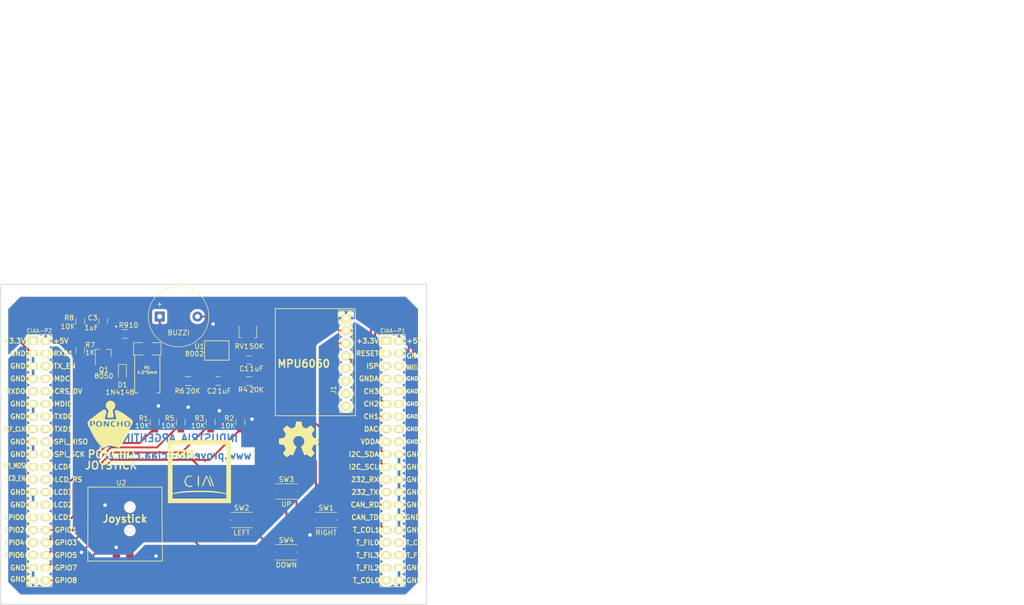
<source format=kicad_pcb>
(kicad_pcb (version 20170123) (host pcbnew no-vcs-found-9447181~59~ubuntu14.04.1)

  (general
    (thickness 1.6)
    (drawings 63)
    (tracks 272)
    (zones 0)
    (modules 31)
    (nets 76)
  )

  (page A4)
  (title_block
    (title "Poncho Grande - Modelo - Ejemplo - Template")
    (date 2017-05-30)
    (rev 1.0)
    (company "Proyecto CIAA - COMPUTADORA INDUSTRIAL ABIERTA ARGENTINA")
    (comment 1 https://github.com/ciaa/Ponchos/tree/master/modelos/doc)
    (comment 2 "Autores y Licencia del template (Diego Brengi - UNLaM)")
    (comment 3 "Autor del poncho: Toris Alan. Ver directorio \"doc\" - Revisores: Diego Brengi, Fabrizio Gelsi")
    (comment 4 "CÓDIGO PONCHO: ")
  )

  (layers
    (0 F.Cu signal)
    (31 B.Cu signal)
    (32 B.Adhes user)
    (33 F.Adhes user)
    (34 B.Paste user)
    (35 F.Paste user)
    (36 B.SilkS user)
    (37 F.SilkS user)
    (38 B.Mask user)
    (39 F.Mask user)
    (40 Dwgs.User user)
    (41 Cmts.User user)
    (42 Eco1.User user)
    (43 Eco2.User user)
    (44 Edge.Cuts user)
    (45 Margin user)
    (46 B.CrtYd user)
    (47 F.CrtYd user)
    (48 B.Fab user)
    (49 F.Fab user)
  )

  (setup
    (last_trace_width 0.381)
    (user_trace_width 0.508)
    (user_trace_width 0.635)
    (user_trace_width 0.762)
    (user_trace_width 1.016)
    (user_trace_width 1.27)
    (user_trace_width 1.524)
    (trace_clearance 0.508)
    (zone_clearance 0.508)
    (zone_45_only no)
    (trace_min 0.2)
    (segment_width 0.2)
    (edge_width 0.15)
    (via_size 0.6)
    (via_drill 0.4)
    (via_min_size 0.4)
    (via_min_drill 0.3)
    (user_via 1.27 0.7)
    (uvia_size 0.3)
    (uvia_drill 0.1)
    (uvias_allowed no)
    (uvia_min_size 0)
    (uvia_min_drill 0)
    (pcb_text_width 0.3)
    (pcb_text_size 1.5 1.5)
    (mod_edge_width 0.15)
    (mod_text_size 0.000001 0.000001)
    (mod_text_width 0.15)
    (pad_size 7 7)
    (pad_drill 4)
    (pad_to_mask_clearance 0.2)
    (aux_axis_origin 0 0)
    (visible_elements 7FFEFFFF)
    (pcbplotparams
      (layerselection 0x00020_80000000)
      (usegerberextensions false)
      (excludeedgelayer false)
      (linewidth 0.100000)
      (plotframeref false)
      (viasonmask false)
      (mode 1)
      (useauxorigin false)
      (hpglpennumber 1)
      (hpglpenspeed 20)
      (hpglpendiameter 15)
      (psnegative false)
      (psa4output false)
      (plotreference true)
      (plotvalue false)
      (plotinvisibletext false)
      (padsonsilk false)
      (subtractmaskfromsilk false)
      (outputformat 1)
      (mirror false)
      (drillshape 0)
      (scaleselection 1)
      (outputdirectory ""))
  )

  (net 0 "")
  (net 1 GND)
  (net 2 +5V)
  (net 3 +3.3V)
  (net 4 "Net-(BZ1-Pad1)")
  (net 5 "Net-(BZ1-Pad2)")
  (net 6 "Net-(C1-Pad1)")
  (net 7 "Net-(C1-Pad2)")
  (net 8 "Net-(C2-Pad2)")
  (net 9 "Net-(D1-Pad1)")
  (net 10 "Net-(D1-Pad2)")
  (net 11 /SCL)
  (net 12 /SDA)
  (net 13 "Net-(J1-Pad5)")
  (net 14 "Net-(J1-Pad6)")
  (net 15 "Net-(J1-Pad7)")
  (net 16 "Net-(J1-Pad8)")
  (net 17 "Net-(Q1-Pad1)")
  (net 18 /BTN1)
  (net 19 /BTN2)
  (net 20 /BTN3)
  (net 21 "Net-(R4-Pad1)")
  (net 22 /BTN4)
  (net 23 /PWM)
  (net 24 /CONTROL_IN)
  (net 25 /EJE_X)
  (net 26 /EJE_Y)
  (net 27 "Net-(XA1-Pad6)")
  (net 28 "Net-(XA1-Pad15)")
  (net 29 "Net-(XA1-Pad8)")
  (net 30 "Net-(XA1-Pad17)")
  (net 31 "Net-(XA1-Pad10)")
  (net 32 "Net-(XA1-Pad12)")
  (net 33 "Net-(XA1-Pad14)")
  (net 34 "Net-(XA1-Pad23)")
  (net 35 "Net-(XA1-Pad16)")
  (net 36 "Net-(XA1-Pad25)")
  (net 37 "Net-(XA1-Pad18)")
  (net 38 "Net-(XA1-Pad29)")
  (net 39 "Net-(XA1-Pad33)")
  (net 40 "Net-(XA1-Pad34)")
  (net 41 "Net-(XA1-Pad36)")
  (net 42 "Net-(XA1-Pad35)")
  (net 43 /SW_J)
  (net 44 "Net-(XA1-Pad3)")
  (net 45 "Net-(XA1-Pad5)")
  (net 46 "Net-(XA1-Pad7)")
  (net 47 "Net-(XA1-Pad9)")
  (net 48 "Net-(XA1-Pad39)")
  (net 49 "Net-(XA1-Pad44)")
  (net 50 "Net-(XA1-Pad46)")
  (net 51 "Net-(XA1-Pad48)")
  (net 52 "Net-(XA1-Pad49)")
  (net 53 "Net-(XA1-Pad50)")
  (net 54 "Net-(XA1-Pad52)")
  (net 55 "Net-(XA1-Pad54)")
  (net 56 "Net-(XA1-Pad55)")
  (net 57 "Net-(XA1-Pad56)")
  (net 58 "Net-(XA1-Pad58)")
  (net 59 "Net-(XA1-Pad60)")
  (net 60 "Net-(XA1-Pad61)")
  (net 61 "Net-(XA1-Pad62)")
  (net 62 "Net-(XA1-Pad63)")
  (net 63 "Net-(XA1-Pad64)")
  (net 64 "Net-(XA1-Pad66)")
  (net 65 "Net-(XA1-Pad68)")
  (net 66 "Net-(XA1-Pad70)")
  (net 67 "Net-(XA1-Pad41)")
  (net 68 "Net-(XA1-Pad69)")
  (net 69 "Net-(XA1-Pad71)")
  (net 70 "Net-(XA1-Pad73)")
  (net 71 "Net-(XA1-Pad75)")
  (net 72 "Net-(XA1-Pad37)")
  (net 73 "Net-(F1-Pad1)")
  (net 74 "Net-(F2-Pad1)")
  (net 75 "Net-(F3-Pad1)")

  (net_class Default "Esta es la clase de red por defecto."
    (clearance 0.508)
    (trace_width 0.381)
    (via_dia 0.6)
    (via_drill 0.4)
    (uvia_dia 0.3)
    (uvia_drill 0.1)
    (add_net +3.3V)
    (add_net +5V)
    (add_net /BTN1)
    (add_net /BTN2)
    (add_net /BTN3)
    (add_net /BTN4)
    (add_net /CONTROL_IN)
    (add_net /EJE_X)
    (add_net /EJE_Y)
    (add_net /PWM)
    (add_net /SCL)
    (add_net /SDA)
    (add_net /SW_J)
    (add_net GND)
    (add_net "Net-(BZ1-Pad1)")
    (add_net "Net-(BZ1-Pad2)")
    (add_net "Net-(C1-Pad1)")
    (add_net "Net-(C1-Pad2)")
    (add_net "Net-(C2-Pad2)")
    (add_net "Net-(D1-Pad1)")
    (add_net "Net-(D1-Pad2)")
    (add_net "Net-(F1-Pad1)")
    (add_net "Net-(F2-Pad1)")
    (add_net "Net-(F3-Pad1)")
    (add_net "Net-(J1-Pad5)")
    (add_net "Net-(J1-Pad6)")
    (add_net "Net-(J1-Pad7)")
    (add_net "Net-(J1-Pad8)")
    (add_net "Net-(Q1-Pad1)")
    (add_net "Net-(R4-Pad1)")
    (add_net "Net-(XA1-Pad10)")
    (add_net "Net-(XA1-Pad12)")
    (add_net "Net-(XA1-Pad14)")
    (add_net "Net-(XA1-Pad15)")
    (add_net "Net-(XA1-Pad16)")
    (add_net "Net-(XA1-Pad17)")
    (add_net "Net-(XA1-Pad18)")
    (add_net "Net-(XA1-Pad23)")
    (add_net "Net-(XA1-Pad25)")
    (add_net "Net-(XA1-Pad29)")
    (add_net "Net-(XA1-Pad3)")
    (add_net "Net-(XA1-Pad33)")
    (add_net "Net-(XA1-Pad34)")
    (add_net "Net-(XA1-Pad35)")
    (add_net "Net-(XA1-Pad36)")
    (add_net "Net-(XA1-Pad37)")
    (add_net "Net-(XA1-Pad39)")
    (add_net "Net-(XA1-Pad41)")
    (add_net "Net-(XA1-Pad44)")
    (add_net "Net-(XA1-Pad46)")
    (add_net "Net-(XA1-Pad48)")
    (add_net "Net-(XA1-Pad49)")
    (add_net "Net-(XA1-Pad5)")
    (add_net "Net-(XA1-Pad50)")
    (add_net "Net-(XA1-Pad52)")
    (add_net "Net-(XA1-Pad54)")
    (add_net "Net-(XA1-Pad55)")
    (add_net "Net-(XA1-Pad56)")
    (add_net "Net-(XA1-Pad58)")
    (add_net "Net-(XA1-Pad6)")
    (add_net "Net-(XA1-Pad60)")
    (add_net "Net-(XA1-Pad61)")
    (add_net "Net-(XA1-Pad62)")
    (add_net "Net-(XA1-Pad63)")
    (add_net "Net-(XA1-Pad64)")
    (add_net "Net-(XA1-Pad66)")
    (add_net "Net-(XA1-Pad68)")
    (add_net "Net-(XA1-Pad69)")
    (add_net "Net-(XA1-Pad7)")
    (add_net "Net-(XA1-Pad70)")
    (add_net "Net-(XA1-Pad71)")
    (add_net "Net-(XA1-Pad73)")
    (add_net "Net-(XA1-Pad75)")
    (add_net "Net-(XA1-Pad8)")
    (add_net "Net-(XA1-Pad9)")
  )

  (module poncho-joystick-edu-ciaa:Conn_Poncho_Completo_Modificado (layer F.Cu) (tedit 5989E875) (tstamp 598A2068)
    (at 151.13 88.9)
    (tags "CONN Poncho")
    (path /592CD3CA)
    (fp_text reference XA1 (at -8.51 48.2) (layer F.SilkS) hide
      (effects (font (size 0.8 0.8) (thickness 0.12)))
    )
    (fp_text value Conn_Poncho2P_2x_20x2 (at -1.905 51.181) (layer F.SilkS) hide
      (effects (font (size 1.016 1.016) (thickness 0.2032)))
    )
    (fp_text user GPIO8 (at -64.516 48.26) (layer F.SilkS)
      (effects (font (size 1 1) (thickness 0.2)))
    )
    (fp_text user GPIO7 (at -64.516 45.72) (layer F.SilkS)
      (effects (font (size 1 1) (thickness 0.2)))
    )
    (fp_text user GPIO5 (at -64.516 43.18) (layer F.SilkS)
      (effects (font (size 1 1) (thickness 0.2)))
    )
    (fp_text user GPIO3 (at -64.516 40.64) (layer F.SilkS)
      (effects (font (size 1 1) (thickness 0.2)))
    )
    (fp_text user GPIO1 (at -64.516 38.1) (layer F.SilkS)
      (effects (font (size 1 1) (thickness 0.2)))
    )
    (fp_text user LCD1 (at -65.024 35.56) (layer F.SilkS)
      (effects (font (size 1 1) (thickness 0.2)))
    )
    (fp_text user LCD2 (at -65.024 33.02) (layer F.SilkS)
      (effects (font (size 1 1) (thickness 0.2)))
    )
    (fp_text user LCD3 (at -65.024 30.48) (layer F.SilkS)
      (effects (font (size 1 1) (thickness 0.2)))
    )
    (fp_text user LCD_RS (at -64.008 27.94) (layer F.SilkS)
      (effects (font (size 1 1) (thickness 0.2)))
    )
    (fp_text user LCD4 (at -65.024 25.4) (layer F.SilkS)
      (effects (font (size 1 1) (thickness 0.2)))
    )
    (fp_text user SPI_SCK (at -63.754 22.86) (layer F.SilkS)
      (effects (font (size 1 1) (thickness 0.2)))
    )
    (fp_text user SPI_MISO (at -63.5 20.32) (layer F.SilkS)
      (effects (font (size 1 1) (thickness 0.2)))
    )
    (fp_text user TXD1 (at -65.024 17.78) (layer F.SilkS)
      (effects (font (size 1 1) (thickness 0.2)))
    )
    (fp_text user TXD0 (at -65.024 15.24) (layer F.SilkS)
      (effects (font (size 1 1) (thickness 0.2)))
    )
    (fp_text user MDIO (at -65.024 12.7) (layer F.SilkS)
      (effects (font (size 1 1) (thickness 0.2)))
    )
    (fp_text user CRS_DV (at -64.008 10.16) (layer F.SilkS)
      (effects (font (size 1 1) (thickness 0.2)))
    )
    (fp_text user MDC (at -65.278 7.62) (layer F.SilkS)
      (effects (font (size 1 1) (thickness 0.2)))
    )
    (fp_text user TX_EN (at -64.77 5.08) (layer F.SilkS)
      (effects (font (size 1 1) (thickness 0.2)))
    )
    (fp_text user RXD1 (at -65.024 2.54) (layer F.SilkS)
      (effects (font (size 1 1) (thickness 0.2)))
    )
    (fp_text user +5V (at -65.532 0) (layer F.SilkS)
      (effects (font (size 1 1) (thickness 0.2)))
    )
    (fp_text user GND (at -74.168 48.006) (layer F.SilkS)
      (effects (font (size 1 1) (thickness 0.2)))
    )
    (fp_text user GND (at -74.168 45.72) (layer F.SilkS)
      (effects (font (size 1 1) (thickness 0.2)))
    )
    (fp_text user GPIO6 (at -74.93 43.18) (layer F.SilkS)
      (effects (font (size 1 0.9) (thickness 0.2)))
    )
    (fp_text user GPIO4 (at -74.93 40.64) (layer F.SilkS)
      (effects (font (size 1 0.9) (thickness 0.2)))
    )
    (fp_text user GPIO2 (at -74.93 38.1) (layer F.SilkS)
      (effects (font (size 1 0.9) (thickness 0.2)))
    )
    (fp_text user GPIO0 (at -74.93 35.56) (layer F.SilkS)
      (effects (font (size 1 0.9) (thickness 0.2)))
    )
    (fp_text user GND (at -74.168 33.02) (layer F.SilkS)
      (effects (font (size 1 1) (thickness 0.2)))
    )
    (fp_text user GND (at -74.168 30.48) (layer F.SilkS)
      (effects (font (size 1 1) (thickness 0.2)))
    )
    (fp_text user LCD_EN (at -74.676 27.686) (layer F.SilkS)
      (effects (font (size 1 0.7) (thickness 0.17)))
    )
    (fp_text user SPI_MOSI (at -74.93 25.146) (layer F.SilkS)
      (effects (font (size 1 0.7) (thickness 0.17)))
    )
    (fp_text user GND (at -74.168 22.86) (layer F.SilkS)
      (effects (font (size 1 1) (thickness 0.2)))
    )
    (fp_text user GND (at -74.168 20.32) (layer F.SilkS)
      (effects (font (size 1 1) (thickness 0.2)))
    )
    (fp_text user REF_CLK (at -74.93 17.78) (layer F.SilkS)
      (effects (font (size 0.9 0.7) (thickness 0.175)))
    )
    (fp_text user GND (at -74.168 15.24) (layer F.SilkS)
      (effects (font (size 1 1) (thickness 0.2)))
    )
    (fp_text user GND (at -74.168 12.7) (layer F.SilkS)
      (effects (font (size 1 1) (thickness 0.2)))
    )
    (fp_text user GND (at -74.168 7.62) (layer F.SilkS)
      (effects (font (size 1 1) (thickness 0.2)))
    )
    (fp_text user RXD0 (at -74.676 10.16) (layer F.SilkS)
      (effects (font (size 1 1) (thickness 0.2)))
    )
    (fp_text user GND (at -74.168 5.08) (layer F.SilkS)
      (effects (font (size 1 1) (thickness 0.2)))
    )
    (fp_text user GND (at -74.168 2.54) (layer F.SilkS)
      (effects (font (size 1 1) (thickness 0.2)))
    )
    (fp_text user +3.3V (at -74.93 0) (layer F.SilkS)
      (effects (font (size 1 1) (thickness 0.2)))
    )
    (fp_text user GND (at 5.588 48.26) (layer F.SilkS)
      (effects (font (size 1 1) (thickness 0.2)))
    )
    (fp_text user GND (at 5.588 45.72) (layer F.SilkS)
      (effects (font (size 1 1) (thickness 0.2)))
    )
    (fp_text user T_F1 (at 5.588 43.18) (layer F.SilkS)
      (effects (font (size 0.9 0.9) (thickness 0.18)))
    )
    (fp_text user T_C2 (at 5.588 40.64) (layer F.SilkS)
      (effects (font (size 0.9 0.9) (thickness 0.18)))
    )
    (fp_text user GND (at 5.588 38.1) (layer F.SilkS)
      (effects (font (size 1 1) (thickness 0.2)))
    )
    (fp_text user GND (at 5.334 35.56) (layer F.SilkS)
      (effects (font (size 1 1) (thickness 0.2)))
    )
    (fp_text user GND (at 5.588 33.02) (layer F.SilkS)
      (effects (font (size 1 1) (thickness 0.2)))
    )
    (fp_text user GND (at 5.588 30.48) (layer F.SilkS)
      (effects (font (size 1 1) (thickness 0.2)))
    )
    (fp_text user GND (at 5.588 27.94) (layer F.SilkS)
      (effects (font (size 1 1) (thickness 0.2)))
    )
    (fp_text user GND (at 5.588 25.4) (layer F.SilkS)
      (effects (font (size 1 1) (thickness 0.2)))
    )
    (fp_text user GND (at 5.588 22.86) (layer F.SilkS)
      (effects (font (size 1 1) (thickness 0.2)))
    )
    (fp_text user GNDA (at 5.588 20.32) (layer F.SilkS)
      (effects (font (size 0.76 0.76) (thickness 0.19)))
    )
    (fp_text user GNDA (at 5.588 17.78) (layer F.SilkS)
      (effects (font (size 0.76 0.76) (thickness 0.19)))
    )
    (fp_text user GNDA (at 5.588 15.24) (layer F.SilkS)
      (effects (font (size 0.76 0.76) (thickness 0.19)))
    )
    (fp_text user GNDA (at 5.588 12.7) (layer F.SilkS)
      (effects (font (size 0.76 0.76) (thickness 0.19)))
    )
    (fp_text user GNDA (at 5.588 10.16) (layer F.SilkS)
      (effects (font (size 0.76 0.76) (thickness 0.19)))
    )
    (fp_text user GNDA (at 5.588 7.62) (layer F.SilkS)
      (effects (font (size 0.76 0.76) (thickness 0.19)))
    )
    (fp_text user WAKEUP (at 5.588 5.334) (layer F.SilkS)
      (effects (font (size 1 0.5) (thickness 0.125)))
    )
    (fp_text user GND (at 5.588 3.048) (layer F.SilkS)
      (effects (font (size 1 1) (thickness 0.2)))
    )
    (fp_text user +5V (at 5.588 0) (layer F.SilkS)
      (effects (font (size 1 1) (thickness 0.2)))
    )
    (fp_text user T_COL0 (at -4.064 48.26) (layer F.SilkS)
      (effects (font (size 1 1) (thickness 0.2)))
    )
    (fp_text user T_FIL2 (at -3.81 45.72) (layer F.SilkS)
      (effects (font (size 1 1) (thickness 0.2)))
    )
    (fp_text user T_FIL3 (at -3.81 43.18) (layer F.SilkS)
      (effects (font (size 1 1) (thickness 0.2)))
    )
    (fp_text user T_FIL0 (at -3.81 40.64) (layer F.SilkS)
      (effects (font (size 1 1) (thickness 0.2)))
    )
    (fp_text user T_COL1 (at -4.064 38.1) (layer F.SilkS)
      (effects (font (size 1 1) (thickness 0.2)))
    )
    (fp_text user CAN_TD (at -4.318 35.56) (layer F.SilkS)
      (effects (font (size 1 1) (thickness 0.2)))
    )
    (fp_text user CAN_RD (at -4.318 33.02) (layer F.SilkS)
      (effects (font (size 1 1) (thickness 0.2)))
    )
    (fp_text user 232_TX (at -4.318 30.48) (layer F.SilkS)
      (effects (font (size 1 1) (thickness 0.2)))
    )
    (fp_text user 232_RX (at -4.318 27.94) (layer F.SilkS)
      (effects (font (size 1 1) (thickness 0.2)))
    )
    (fp_text user I2C_SCL (at -4.572 25.4) (layer F.SilkS)
      (effects (font (size 1 1) (thickness 0.2)))
    )
    (fp_text user I2C_SDA (at -4.572 22.86) (layer F.SilkS)
      (effects (font (size 1 1) (thickness 0.2)))
    )
    (fp_text user VDDA (at -3.302 20.32) (layer F.SilkS)
      (effects (font (size 1 1) (thickness 0.2)))
    )
    (fp_text user DAC (at -3.048 17.78) (layer F.SilkS)
      (effects (font (size 1 1) (thickness 0.2)))
    )
    (fp_text user CH1 (at -3.048 15.24) (layer F.SilkS)
      (effects (font (size 1 1) (thickness 0.2)))
    )
    (fp_text user CH2 (at -3.048 12.7) (layer F.SilkS)
      (effects (font (size 1 1) (thickness 0.2)))
    )
    (fp_text user CH3 (at -3.048 10.16) (layer F.SilkS)
      (effects (font (size 1 1) (thickness 0.2)))
    )
    (fp_text user GNDA (at -3.556 7.62) (layer F.SilkS)
      (effects (font (size 1 1) (thickness 0.2)))
    )
    (fp_text user ISP (at -2.794 5.08) (layer F.SilkS)
      (effects (font (size 1 1) (thickness 0.2)))
    )
    (fp_text user RESET (at -3.81 2.54) (layer F.SilkS)
      (effects (font (size 1 1) (thickness 0.2)))
    )
    (fp_text user CIAA-P2 (at -69.85 -2.032) (layer F.SilkS)
      (effects (font (size 0.8 0.8) (thickness 0.12)))
    )
    (fp_text user CIAA-P1 (at 1.27 -2.032) (layer F.SilkS)
      (effects (font (size 0.8 0.8) (thickness 0.12)))
    )
    (fp_line (start 8.128 0) (end 8.128 -1.27) (layer F.SilkS) (width 0.15))
    (fp_line (start 8.128 0) (end 8.128 49.53) (layer F.SilkS) (width 0.15))
    (fp_text user +3.3V (at -3.81 0) (layer F.SilkS)
      (effects (font (size 1 1) (thickness 0.2)))
    )
    (fp_line (start -72.39 0) (end -72.39 -1.27) (layer F.SilkS) (width 0.15))
    (fp_line (start -72.39 -1.27) (end -67.31 -1.27) (layer F.SilkS) (width 0.15))
    (fp_line (start -67.31 -1.27) (end -67.31 49.53) (layer F.SilkS) (width 0.15))
    (fp_line (start -67.31 49.53) (end -72.39 49.53) (layer F.SilkS) (width 0.15))
    (fp_line (start -72.39 49.53) (end -72.39 0) (layer F.SilkS) (width 0.15))
    (fp_line (start -1.27 49.53) (end -1.27 -1.27) (layer F.SilkS) (width 0.15))
    (fp_line (start 3.81 49.53) (end 3.81 -1.27) (layer F.SilkS) (width 0.15))
    (fp_line (start 3.81 49.53) (end -1.27 49.53) (layer F.SilkS) (width 0.15))
    (fp_line (start 3.81 -1.27) (end -1.27 -1.27) (layer F.SilkS) (width 0.15))
    (pad 1 thru_hole rect (at 0 0 270) (size 1.524 2) (drill 1.016) (layers *.Cu *.Mask F.SilkS)
      (net 3 +3.3V))
    (pad 2 thru_hole oval (at 2.54 0 270) (size 1.524 2) (drill 1.016) (layers *.Cu *.Mask F.SilkS)
      (net 2 +5V))
    (pad 11 thru_hole oval (at 0 12.7 270) (size 1.524 2) (drill 1.016) (layers *.Cu *.Mask F.SilkS)
      (net 26 /EJE_Y))
    (pad 4 thru_hole oval (at 2.54 2.54 270) (size 1.524 2) (drill 1.016) (layers *.Cu *.Mask F.SilkS)
      (net 1 GND))
    (pad 13 thru_hole oval (at 0 15.24 270) (size 1.524 2) (drill 1.016) (layers *.Cu *.Mask F.SilkS)
      (net 25 /EJE_X))
    (pad 6 thru_hole oval (at 2.54 5.08 270) (size 1.524 2) (drill 1.016) (layers *.Cu *.Mask F.SilkS)
      (net 27 "Net-(XA1-Pad6)"))
    (pad 15 thru_hole oval (at 0 17.78 270) (size 1.524 2) (drill 1.016) (layers *.Cu *.Mask F.SilkS)
      (net 28 "Net-(XA1-Pad15)"))
    (pad 8 thru_hole oval (at 2.54 7.62 270) (size 1.524 2) (drill 1.016) (layers *.Cu *.Mask F.SilkS)
      (net 29 "Net-(XA1-Pad8)"))
    (pad 17 thru_hole oval (at 0 20.32 270) (size 1.524 2) (drill 1.016) (layers *.Cu *.Mask F.SilkS)
      (net 30 "Net-(XA1-Pad17)"))
    (pad 10 thru_hole oval (at 2.54 10.16 270) (size 1.524 2) (drill 1.016) (layers *.Cu *.Mask F.SilkS)
      (net 31 "Net-(XA1-Pad10)"))
    (pad 19 thru_hole oval (at 0 22.86 270) (size 1.524 2) (drill 1.016) (layers *.Cu *.Mask F.SilkS)
      (net 12 /SDA))
    (pad 12 thru_hole oval (at 2.54 12.7 270) (size 1.524 2) (drill 1.016) (layers *.Cu *.Mask F.SilkS)
      (net 32 "Net-(XA1-Pad12)"))
    (pad 21 thru_hole oval (at 0 25.4 270) (size 1.524 2) (drill 1.016) (layers *.Cu *.Mask F.SilkS)
      (net 11 /SCL))
    (pad 14 thru_hole oval (at 2.54 15.24 270) (size 1.524 2) (drill 1.016) (layers *.Cu *.Mask F.SilkS)
      (net 33 "Net-(XA1-Pad14)"))
    (pad 23 thru_hole oval (at 0 27.94 270) (size 1.524 2) (drill 1.016) (layers *.Cu *.Mask F.SilkS)
      (net 34 "Net-(XA1-Pad23)"))
    (pad 16 thru_hole oval (at 2.54 17.78 270) (size 1.524 2) (drill 1.016) (layers *.Cu *.Mask F.SilkS)
      (net 35 "Net-(XA1-Pad16)"))
    (pad 25 thru_hole oval (at 0 30.48 270) (size 1.524 2) (drill 1.016) (layers *.Cu *.Mask F.SilkS)
      (net 36 "Net-(XA1-Pad25)"))
    (pad 18 thru_hole oval (at 2.54 20.32 270) (size 1.524 2) (drill 1.016) (layers *.Cu *.Mask F.SilkS)
      (net 37 "Net-(XA1-Pad18)"))
    (pad 27 thru_hole oval (at 0 33.02 270) (size 1.524 2) (drill 1.016) (layers *.Cu *.Mask F.SilkS)
      (net 24 /CONTROL_IN))
    (pad 20 thru_hole oval (at 2.54 22.86 270) (size 1.524 2) (drill 1.016) (layers *.Cu *.Mask F.SilkS)
      (net 1 GND))
    (pad 29 thru_hole oval (at 0 35.56 270) (size 1.524 2) (drill 1.016) (layers *.Cu *.Mask F.SilkS)
      (net 38 "Net-(XA1-Pad29)"))
    (pad 22 thru_hole oval (at 2.54 25.4 270) (size 1.524 2) (drill 1.016) (layers *.Cu *.Mask F.SilkS)
      (net 1 GND))
    (pad 31 thru_hole oval (at 0 38.1 270) (size 1.524 2) (drill 1.016) (layers *.Cu *.Mask F.SilkS)
      (net 23 /PWM))
    (pad 24 thru_hole oval (at 2.54 27.94 270) (size 1.524 2) (drill 1.016) (layers *.Cu *.Mask F.SilkS)
      (net 1 GND))
    (pad 26 thru_hole oval (at 2.54 30.48 270) (size 1.524 2) (drill 1.016) (layers *.Cu *.Mask F.SilkS)
      (net 1 GND))
    (pad 33 thru_hole oval (at 0 40.64 270) (size 1.524 2) (drill 1.016) (layers *.Cu *.Mask F.SilkS)
      (net 39 "Net-(XA1-Pad33)"))
    (pad 28 thru_hole oval (at 2.54 33.02 270) (size 1.524 2) (drill 1.016) (layers *.Cu *.Mask F.SilkS)
      (net 1 GND))
    (pad 32 thru_hole oval (at 2.54 38.1 270) (size 1.524 2) (drill 1.016) (layers *.Cu *.Mask F.SilkS)
      (net 1 GND))
    (pad 34 thru_hole oval (at 2.54 40.64 270) (size 1.524 2) (drill 1.016) (layers *.Cu *.Mask F.SilkS)
      (net 40 "Net-(XA1-Pad34)"))
    (pad 36 thru_hole oval (at 2.54 43.18 270) (size 1.524 2) (drill 1.016) (layers *.Cu *.Mask F.SilkS)
      (net 41 "Net-(XA1-Pad36)"))
    (pad 38 thru_hole oval (at 2.54 45.72 270) (size 1.524 2) (drill 1.016) (layers *.Cu *.Mask F.SilkS)
      (net 1 GND))
    (pad 35 thru_hole oval (at 0 43.18 270) (size 1.524 2) (drill 1.016) (layers *.Cu *.Mask F.SilkS)
      (net 42 "Net-(XA1-Pad35)"))
    (pad 37 thru_hole oval (at 0 45.72 270) (size 1.524 2) (drill 1.016) (layers *.Cu *.Mask F.SilkS)
      (net 72 "Net-(XA1-Pad37)"))
    (pad 3 thru_hole oval (at 0 2.54 270) (size 1.524 2) (drill 1.016) (layers *.Cu *.Mask F.SilkS)
      (net 44 "Net-(XA1-Pad3)"))
    (pad 5 thru_hole oval (at 0 5.08 270) (size 1.524 2) (drill 1.016) (layers *.Cu *.Mask F.SilkS)
      (net 45 "Net-(XA1-Pad5)"))
    (pad 7 thru_hole oval (at 0 7.62 270) (size 1.524 2) (drill 1.016) (layers *.Cu *.Mask F.SilkS)
      (net 46 "Net-(XA1-Pad7)"))
    (pad 9 thru_hole oval (at 0 10.16 270) (size 1.524 2) (drill 1.016) (layers *.Cu *.Mask F.SilkS)
      (net 47 "Net-(XA1-Pad9)"))
    (pad 39 thru_hole oval (at 0 48.26 270) (size 1.524 2) (drill 1.016) (layers *.Cu *.Mask F.SilkS)
      (net 48 "Net-(XA1-Pad39)"))
    (pad 40 thru_hole oval (at 2.54 48.26 270) (size 1.524 2) (drill 1.016) (layers *.Cu *.Mask F.SilkS)
      (net 1 GND))
    (pad 30 thru_hole oval (at 2.54 35.56 270) (size 1.524 2) (drill 1.016) (layers *.Cu *.Mask F.SilkS)
      (net 1 GND))
    (pad 41 thru_hole rect (at -71.12 0 270) (size 1.524 2) (drill 1.016) (layers *.Cu *.Mask F.SilkS)
      (net 67 "Net-(XA1-Pad41)"))
    (pad 42 thru_hole oval (at -68.58 0 270) (size 1.524 2) (drill 1.016) (layers *.Cu *.Mask F.SilkS)
      (net 2 +5V))
    (pad 43 thru_hole oval (at -71.12 2.54 270) (size 1.524 2) (drill 1.016) (layers *.Cu *.Mask F.SilkS)
      (net 1 GND))
    (pad 44 thru_hole oval (at -68.58 2.54 270) (size 1.524 2) (drill 1.016) (layers *.Cu *.Mask F.SilkS)
      (net 49 "Net-(XA1-Pad44)"))
    (pad 45 thru_hole oval (at -71.12 5.08 270) (size 1.524 2) (drill 1.016) (layers *.Cu *.Mask F.SilkS)
      (net 1 GND))
    (pad 46 thru_hole oval (at -68.58 5.08 270) (size 1.524 2) (drill 1.016) (layers *.Cu *.Mask F.SilkS)
      (net 50 "Net-(XA1-Pad46)"))
    (pad 47 thru_hole oval (at -71.12 7.62 270) (size 1.524 2) (drill 1.016) (layers *.Cu *.Mask F.SilkS)
      (net 1 GND))
    (pad 48 thru_hole oval (at -68.58 7.62 270) (size 1.524 2) (drill 1.016) (layers *.Cu *.Mask F.SilkS)
      (net 51 "Net-(XA1-Pad48)"))
    (pad 49 thru_hole oval (at -71.12 10.16 270) (size 1.524 2) (drill 1.016) (layers *.Cu *.Mask F.SilkS)
      (net 52 "Net-(XA1-Pad49)"))
    (pad 50 thru_hole oval (at -68.58 10.16 270) (size 1.524 2) (drill 1.016) (layers *.Cu *.Mask F.SilkS)
      (net 53 "Net-(XA1-Pad50)"))
    (pad 51 thru_hole oval (at -71.12 12.7 270) (size 1.524 2) (drill 1.016) (layers *.Cu *.Mask F.SilkS)
      (net 1 GND))
    (pad 52 thru_hole oval (at -68.58 12.7 270) (size 1.524 2) (drill 1.016) (layers *.Cu *.Mask F.SilkS)
      (net 54 "Net-(XA1-Pad52)"))
    (pad 53 thru_hole oval (at -71.12 15.24 270) (size 1.524 2) (drill 1.016) (layers *.Cu *.Mask F.SilkS)
      (net 1 GND))
    (pad 54 thru_hole oval (at -68.58 15.24 270) (size 1.524 2) (drill 1.016) (layers *.Cu *.Mask F.SilkS)
      (net 55 "Net-(XA1-Pad54)"))
    (pad 55 thru_hole oval (at -71.12 17.78 270) (size 1.524 2) (drill 1.016) (layers *.Cu *.Mask F.SilkS)
      (net 56 "Net-(XA1-Pad55)"))
    (pad 56 thru_hole oval (at -68.58 17.78 270) (size 1.524 2) (drill 1.016) (layers *.Cu *.Mask F.SilkS)
      (net 57 "Net-(XA1-Pad56)"))
    (pad 57 thru_hole oval (at -71.12 20.32 270) (size 1.524 2) (drill 1.016) (layers *.Cu *.Mask F.SilkS)
      (net 1 GND))
    (pad 58 thru_hole oval (at -68.58 20.32 270) (size 1.524 2) (drill 1.016) (layers *.Cu *.Mask F.SilkS)
      (net 58 "Net-(XA1-Pad58)"))
    (pad 59 thru_hole oval (at -71.12 22.86 270) (size 1.524 2) (drill 1.016) (layers *.Cu *.Mask F.SilkS)
      (net 1 GND))
    (pad 60 thru_hole oval (at -68.58 22.86 270) (size 1.524 2) (drill 1.016) (layers *.Cu *.Mask F.SilkS)
      (net 59 "Net-(XA1-Pad60)"))
    (pad 61 thru_hole oval (at -71.12 25.4 270) (size 1.524 2) (drill 1.016) (layers *.Cu *.Mask F.SilkS)
      (net 60 "Net-(XA1-Pad61)"))
    (pad 62 thru_hole oval (at -68.58 25.4 270) (size 1.524 2) (drill 1.016) (layers *.Cu *.Mask F.SilkS)
      (net 61 "Net-(XA1-Pad62)"))
    (pad 63 thru_hole oval (at -71.12 27.94 270) (size 1.524 2) (drill 1.016) (layers *.Cu *.Mask F.SilkS)
      (net 62 "Net-(XA1-Pad63)"))
    (pad 64 thru_hole oval (at -68.58 27.94 270) (size 1.524 2) (drill 1.016) (layers *.Cu *.Mask F.SilkS)
      (net 63 "Net-(XA1-Pad64)"))
    (pad 65 thru_hole oval (at -71.12 30.48 270) (size 1.524 2) (drill 1.016) (layers *.Cu *.Mask F.SilkS)
      (net 1 GND))
    (pad 66 thru_hole oval (at -68.58 30.48 270) (size 1.524 2) (drill 1.016) (layers *.Cu *.Mask F.SilkS)
      (net 64 "Net-(XA1-Pad66)"))
    (pad 67 thru_hole oval (at -71.12 33.02 270) (size 1.524 2) (drill 1.016) (layers *.Cu *.Mask F.SilkS)
      (net 1 GND))
    (pad 68 thru_hole oval (at -68.58 33.02 270) (size 1.524 2) (drill 1.016) (layers *.Cu *.Mask F.SilkS)
      (net 65 "Net-(XA1-Pad68)"))
    (pad 69 thru_hole oval (at -71.12 35.56 270) (size 1.524 2) (drill 1.016) (layers *.Cu *.Mask F.SilkS)
      (net 68 "Net-(XA1-Pad69)"))
    (pad 70 thru_hole oval (at -68.58 35.56 270) (size 1.524 2) (drill 1.016) (layers *.Cu *.Mask F.SilkS)
      (net 66 "Net-(XA1-Pad70)"))
    (pad 71 thru_hole oval (at -71.12 38.1 270) (size 1.524 2) (drill 1.016) (layers *.Cu *.Mask F.SilkS)
      (net 69 "Net-(XA1-Pad71)"))
    (pad 72 thru_hole oval (at -68.58 38.1 270) (size 1.524 2) (drill 1.016) (layers *.Cu *.Mask F.SilkS)
      (net 18 /BTN1))
    (pad 73 thru_hole oval (at -71.12 40.64 270) (size 1.524 2) (drill 1.016) (layers *.Cu *.Mask F.SilkS)
      (net 70 "Net-(XA1-Pad73)"))
    (pad 74 thru_hole oval (at -68.58 40.64 270) (size 1.524 2) (drill 1.016) (layers *.Cu *.Mask F.SilkS)
      (net 22 /BTN4))
    (pad 75 thru_hole oval (at -71.12 43.18 270) (size 1.524 2) (drill 1.016) (layers *.Cu *.Mask F.SilkS)
      (net 71 "Net-(XA1-Pad75)"))
    (pad 76 thru_hole oval (at -68.58 43.18 270) (size 1.524 2) (drill 1.016) (layers *.Cu *.Mask F.SilkS)
      (net 20 /BTN3))
    (pad 77 thru_hole oval (at -71.12 45.72 270) (size 1.524 2) (drill 1.016) (layers *.Cu *.Mask F.SilkS)
      (net 1 GND))
    (pad 78 thru_hole oval (at -68.58 45.72 270) (size 1.524 2) (drill 1.016) (layers *.Cu *.Mask F.SilkS)
      (net 19 /BTN2))
    (pad 79 thru_hole oval (at -71.12 48.26 270) (size 1.524 2) (drill 1.016) (layers *.Cu *.Mask F.SilkS)
      (net 1 GND))
    (pad 80 thru_hole oval (at -68.58 48.26 270) (size 1.524 2) (drill 1.016) (layers *.Cu *.Mask F.SilkS)
      (net 43 /SW_J))
  )

  (module poncho-joystick-edu-ciaa:C_0805_HandSoldering (layer F.Cu) (tedit 598BC237) (tstamp 596AA9BA)
    (at 117.25 97)
    (descr "Capacitor SMD 0805, hand soldering")
    (tags "capacitor 0805")
    (path /592D1D4B)
    (attr smd)
    (fp_text reference C2 (at -1.25 2) (layer F.SilkS)
      (effects (font (size 1 1) (thickness 0.15)))
    )
    (fp_text value 1uF (at 1.25 2) (layer F.SilkS)
      (effects (font (size 1 1) (thickness 0.15)))
    )
    (fp_line (start 2.25 0.87) (end -2.25 0.87) (layer F.CrtYd) (width 0.05))
    (fp_line (start 2.25 0.87) (end 2.25 -0.88) (layer F.CrtYd) (width 0.05))
    (fp_line (start -2.25 -0.88) (end -2.25 0.87) (layer F.CrtYd) (width 0.05))
    (fp_line (start -2.25 -0.88) (end 2.25 -0.88) (layer F.CrtYd) (width 0.05))
    (fp_line (start -0.5 0.85) (end 0.5 0.85) (layer F.SilkS) (width 0.12))
    (fp_line (start 0.5 -0.85) (end -0.5 -0.85) (layer F.SilkS) (width 0.12))
    (fp_line (start -1 -0.62) (end 1 -0.62) (layer F.Fab) (width 0.1))
    (fp_line (start 1 -0.62) (end 1 0.62) (layer F.Fab) (width 0.1))
    (fp_line (start 1 0.62) (end -1 0.62) (layer F.Fab) (width 0.1))
    (fp_line (start -1 0.62) (end -1 -0.62) (layer F.Fab) (width 0.1))
    (fp_text user %R (at -1.25 2) (layer F.Fab)
      (effects (font (size 1 1) (thickness 0.15)))
    )
    (pad 2 smd rect (at 1.25 0) (size 1.5 1.25) (layers F.Cu F.Paste F.Mask)
      (net 8 "Net-(C2-Pad2)"))
    (pad 1 smd rect (at -1.25 0) (size 1.5 1.25) (layers F.Cu F.Paste F.Mask)
      (net 1 GND))
    (model Capacitors_SMD.3dshapes/C_0805.wrl
      (at (xyz 0 0 0))
      (scale (xyz 1 1 1))
      (rotate (xyz 0 0 0))
    )
  )

  (module poncho-joystick-edu-ciaa:Logo_Poncho (layer F.Cu) (tedit 598BC591) (tstamp 598BD21D)
    (at 95.5 105.75)
    (fp_text reference PONCHO (at 0.25 6) (layer F.SilkS)
      (effects (font (thickness 0.3)))
    )
    (fp_text value JOYSTICK (at 0.25 8.25) (layer F.SilkS)
      (effects (font (thickness 0.3)))
    )
    (fp_poly (pts (xy 3.778435 -0.1467) (xy 3.755065 -0.006732) (xy 3.683615 0.114199) (xy 3.561755 0.265484)
      (xy 3.464788 0.329848) (xy 3.463636 0.32987) (xy 3.367616 0.267542) (xy 3.245708 0.117317)
      (xy 3.243657 0.114199) (xy 3.152854 -0.05684) (xy 3.163699 -0.197017) (xy 3.224301 -0.318756)
      (xy 3.346778 -0.473895) (xy 3.463636 -0.536039) (xy 3.584223 -0.47051) (xy 3.702971 -0.318756)
      (xy 3.778435 -0.1467) (xy 3.778435 -0.1467)) (layer F.SilkS) (width 0.1))
    (fp_poly (pts (xy -1.911824 -0.1467) (xy -1.935194 -0.006732) (xy -2.006645 0.114199) (xy -2.128505 0.265484)
      (xy -2.225472 0.329848) (xy -2.226624 0.32987) (xy -2.322643 0.267542) (xy -2.444552 0.117317)
      (xy -2.446603 0.114199) (xy -2.537406 -0.05684) (xy -2.52656 -0.197017) (xy -2.465958 -0.318756)
      (xy -2.343482 -0.473895) (xy -2.226624 -0.536039) (xy -2.106037 -0.47051) (xy -1.987289 -0.318756)
      (xy -1.911824 -0.1467) (xy -1.911824 -0.1467)) (layer F.SilkS) (width 0.1))
    (fp_poly (pts (xy -3.320079 -0.321578) (xy -3.381169 -0.206169) (xy -3.537606 -0.087441) (xy -3.656944 -0.12265)
      (xy -3.710414 -0.301007) (xy -3.711039 -0.32987) (xy -3.666881 -0.523821) (xy -3.553583 -0.57585)
      (xy -3.399915 -0.47517) (xy -3.381169 -0.453571) (xy -3.320079 -0.321578) (xy -3.320079 -0.321578)) (layer F.SilkS) (width 0.1))
    (fp_poly (pts (xy 1.023542 -3.736319) (xy 0.895402 -3.389445) (xy 0.679417 -3.11223) (xy 0.563302 -2.982356)
      (xy 0.508034 -2.869698) (xy 0.506066 -2.720981) (xy 0.549854 -2.48293) (xy 0.574294 -2.370022)
      (xy 0.658312 -1.973188) (xy 0.69611 -1.709422) (xy 0.675383 -1.550382) (xy 0.583822 -1.467723)
      (xy 0.409122 -1.433104) (xy 0.16144 -1.419187) (xy -0.12355 -1.415195) (xy -0.339882 -1.428263)
      (xy -0.43645 -1.453549) (xy -0.490308 -1.618268) (xy -0.466441 -1.923684) (xy -0.365224 -2.365222)
      (xy -0.360015 -2.384058) (xy -0.225225 -2.868872) (xy -0.488808 -3.104404) (xy -0.714353 -3.402585)
      (xy -0.808424 -3.746824) (xy -0.77552 -4.096523) (xy -0.620138 -4.411085) (xy -0.346777 -4.649915)
      (xy -0.31571 -4.666738) (xy 0.033719 -4.763905) (xy 0.380075 -4.71573) (xy 0.68714 -4.538441)
      (xy 0.918691 -4.248265) (xy 0.989692 -4.081895) (xy 1.023542 -3.736319) (xy 1.023542 -3.736319)) (layer F.SilkS) (width 0.1))
    (fp_poly (pts (xy 4.535714 -0.627021) (xy 4.498746 -0.420109) (xy 4.405012 -0.1352) (xy 4.280272 0.162897)
      (xy 4.150281 0.409374) (xy 4.123376 0.447413) (xy 4.123376 -0.123701) (xy 4.058326 -0.436938)
      (xy 3.869112 -0.644378) (xy 3.564639 -0.737671) (xy 3.463636 -0.742208) (xy 3.129516 -0.681223)
      (xy 2.908248 -0.503835) (xy 2.808734 -0.218392) (xy 2.803896 -0.123701) (xy 2.868946 0.189536)
      (xy 3.058159 0.396975) (xy 3.362633 0.490269) (xy 3.463636 0.494805) (xy 3.797606 0.436492)
      (xy 3.958441 0.32987) (xy 4.092315 0.09203) (xy 4.123376 -0.123701) (xy 4.123376 0.447413)
      (xy 4.089856 0.494805) (xy 4.013749 0.621925) (xy 3.89522 0.861365) (xy 3.753792 1.172585)
      (xy 3.672876 1.360714) (xy 3.421635 1.929272) (xy 3.149718 2.496808) (xy 2.869494 3.041693)
      (xy 2.593334 3.542296) (xy 2.556493 3.603955) (xy 2.556493 -0.123701) (xy 2.552598 -0.439936)
      (xy 2.534834 -0.625484) (xy 2.494089 -0.714524) (xy 2.421247 -0.741238) (xy 2.391558 -0.742208)
      (xy 2.270831 -0.703329) (xy 2.228325 -0.558669) (xy 2.226623 -0.494805) (xy 2.206189 -0.31957)
      (xy 2.109798 -0.254982) (xy 1.97922 -0.247402) (xy 1.803985 -0.267837) (xy 1.739397 -0.364227)
      (xy 1.731818 -0.494805) (xy 1.705898 -0.675896) (xy 1.609459 -0.739655) (xy 1.566883 -0.742208)
      (xy 1.482553 -0.727599) (xy 1.433074 -0.660988) (xy 1.40933 -0.508193) (xy 1.402206 -0.235036)
      (xy 1.401948 -0.123701) (xy 1.405843 0.192533) (xy 1.423606 0.378081) (xy 1.464351 0.467122)
      (xy 1.537193 0.493835) (xy 1.566883 0.494805) (xy 1.680559 0.462518) (xy 1.726426 0.336472)
      (xy 1.731818 0.206169) (xy 1.745609 0.012245) (xy 1.815564 -0.067294) (xy 1.97922 -0.082467)
      (xy 2.145441 -0.066377) (xy 2.213617 0.015237) (xy 2.226623 0.206169) (xy 2.245073 0.405103)
      (xy 2.317099 0.48537) (xy 2.391558 0.494805) (xy 2.475887 0.480197) (xy 2.525367 0.413586)
      (xy 2.549111 0.260791) (xy 2.556234 -0.012366) (xy 2.556493 -0.123701) (xy 2.556493 3.603955)
      (xy 2.33361 3.976986) (xy 2.102692 4.324132) (xy 1.912952 4.562103) (xy 1.781691 4.667512)
      (xy 1.660102 4.654002) (xy 1.438445 4.580892) (xy 1.163465 4.463746) (xy 1.154545 4.459546)
      (xy 1.154545 0.36149) (xy 1.110706 0.268405) (xy 0.956623 0.266159) (xy 0.938776 0.269422)
      (xy 0.717011 0.243945) (xy 0.523128 0.11531) (xy 0.417755 -0.07121) (xy 0.412337 -0.123701)
      (xy 0.484303 -0.318602) (xy 0.658393 -0.472009) (xy 0.871896 -0.536691) (xy 0.949632 -0.528355)
      (xy 1.105982 -0.515384) (xy 1.154279 -0.597467) (xy 1.154545 -0.609566) (xy 1.114247 -0.69528)
      (xy 0.970303 -0.735064) (xy 0.783441 -0.742208) (xy 0.429195 -0.687347) (xy 0.198088 -0.523118)
      (xy 0.090717 -0.250044) (xy 0.082467 -0.123701) (xy 0.144642 0.188869) (xy 0.330769 0.392787)
      (xy 0.640252 0.487526) (xy 0.783441 0.494805) (xy 1.022962 0.480515) (xy 1.134243 0.429291)
      (xy 1.154545 0.36149) (xy 1.154545 4.459546) (xy 1.148315 4.456614) (xy 0.592041 4.256938)
      (xy 0.061238 4.207886) (xy -0.164935 4.249843) (xy -0.164935 -0.123701) (xy -0.168831 -0.439936)
      (xy -0.186594 -0.625484) (xy -0.227339 -0.714524) (xy -0.300181 -0.741238) (xy -0.329871 -0.742208)
      (xy -0.435349 -0.716231) (xy -0.483875 -0.609894) (xy -0.495586 -0.391721) (xy -0.496366 -0.041234)
      (xy -0.706429 -0.391721) (xy -0.874005 -0.625569) (xy -1.029731 -0.729733) (xy -1.117986 -0.742208)
      (xy -1.220495 -0.733937) (xy -1.280586 -0.685976) (xy -1.309571 -0.563603) (xy -1.318762 -0.332094)
      (xy -1.319481 -0.123701) (xy -1.315585 0.192533) (xy -1.297822 0.378081) (xy -1.257077 0.467122)
      (xy -1.184235 0.493835) (xy -1.154546 0.494805) (xy -1.049068 0.468829) (xy -1.000541 0.362492)
      (xy -0.988831 0.144318) (xy -0.98805 -0.206169) (xy -0.777988 0.144318) (xy -0.610412 0.378167)
      (xy -0.454685 0.48233) (xy -0.36643 0.494805) (xy -0.263922 0.486535) (xy -0.203831 0.438574)
      (xy -0.174846 0.3162) (xy -0.165655 0.084692) (xy -0.164935 -0.123701) (xy -0.164935 4.249843)
      (xy -0.48241 4.308738) (xy -0.783442 4.420415) (xy -1.059466 4.535832) (xy -1.285963 4.626797)
      (xy -1.401948 4.669513) (xy -1.518876 4.625399) (xy -1.566884 4.584033) (xy -1.566884 -0.123701)
      (xy -1.631934 -0.436938) (xy -1.821147 -0.644378) (xy -2.12562 -0.737671) (xy -2.226624 -0.742208)
      (xy -2.560743 -0.681223) (xy -2.782012 -0.503835) (xy -2.881525 -0.218392) (xy -2.886364 -0.123701)
      (xy -2.821314 0.189536) (xy -2.6321 0.396975) (xy -2.327627 0.490269) (xy -2.226624 0.494805)
      (xy -1.892653 0.436492) (xy -1.731819 0.32987) (xy -1.597945 0.09203) (xy -1.566884 -0.123701)
      (xy -1.566884 4.584033) (xy -1.717176 4.454536) (xy -1.98582 4.166799) (xy -2.061689 4.078924)
      (xy -2.369861 3.70727) (xy -2.632201 3.363429) (xy -2.870341 3.013116) (xy -2.968832 2.849614)
      (xy -2.968832 -0.32987) (xy -3.007485 -0.54598) (xy -3.140146 -0.67528) (xy -3.391869 -0.734039)
      (xy -3.603832 -0.742208) (xy -4.04091 -0.742208) (xy -4.04091 -0.123701) (xy -4.037014 0.192533)
      (xy -4.019251 0.378081) (xy -3.978506 0.467122) (xy -3.905664 0.493835) (xy -3.875974 0.494805)
      (xy -3.746639 0.446485) (xy -3.711039 0.288637) (xy -3.687673 0.146227) (xy -3.584731 0.090232)
      (xy -3.438897 0.082468) (xy -3.16065 0.034793) (xy -3.008068 -0.114765) (xy -2.968832 -0.32987)
      (xy -2.968832 2.849614) (xy -3.105916 2.622046) (xy -3.360558 2.155935) (xy -3.6559 1.580499)
      (xy -3.724805 1.443182) (xy -3.927446 1.040996) (xy -4.107468 0.68891) (xy -4.250627 0.414385)
      (xy -4.342678 0.24488) (xy -4.366512 0.206169) (xy -4.479713 -0.061738) (xy -4.470402 -0.368299)
      (xy -4.39208 -0.562072) (xy -4.211754 -0.794239) (xy -3.970771 -1.027175) (xy -3.729883 -1.205582)
      (xy -3.628572 -1.257014) (xy -3.515586 -1.328258) (xy -3.31072 -1.481511) (xy -3.047204 -1.691308)
      (xy -2.861153 -1.845142) (xy -2.478394 -2.151727) (xy -2.09396 -2.434151) (xy -1.735885 -2.674156)
      (xy -1.432202 -2.853482) (xy -1.210945 -2.953871) (xy -1.135923 -2.968831) (xy -0.992755 -2.911987)
      (xy -0.868796 -2.807085) (xy -0.798823 -2.718089) (xy -0.768465 -2.621372) (xy -0.779148 -2.476306)
      (xy -0.832302 -2.242261) (xy -0.897248 -1.997411) (xy -1.002077 -1.614541) (xy -1.0637 -1.342913)
      (xy -1.062894 -1.163551) (xy -0.980436 -1.05748) (xy -0.797105 -1.005726) (xy -0.493678 -0.989314)
      (xy -0.050932 -0.989267) (xy 0.123701 -0.98961) (xy 0.616616 -0.993152) (xy 0.963601 -1.004879)
      (xy 1.183529 -1.026446) (xy 1.295275 -1.059505) (xy 1.31948 -1.094352) (xy 1.298521 -1.22034)
      (xy 1.243133 -1.457326) (xy 1.164548 -1.757819) (xy 1.150407 -1.809213) (xy 1.043088 -2.255847)
      (xy 1.008894 -2.569631) (xy 1.048676 -2.765972) (xy 1.163285 -2.860279) (xy 1.208992 -2.870512)
      (xy 1.420553 -2.83991) (xy 1.739874 -2.711189) (xy 2.149801 -2.493929) (xy 2.633175 -2.197713)
      (xy 3.172841 -1.832122) (xy 3.525487 -1.576813) (xy 3.929546 -1.272303) (xy 4.214754 -1.04349)
      (xy 4.398878 -0.873667) (xy 4.499689 -0.746128) (xy 4.534955 -0.644167) (xy 4.535714 -0.627021)
      (xy 4.535714 -0.627021)) (layer F.SilkS) (width 0.1))
  )

  (module poncho-joystick-edu-ciaa:adxl345 (layer F.Cu) (tedit 596BA713) (tstamp 592B755F)
    (at 143 84.3)
    (descr "Through hole pin header")
    (tags "pin header")
    (path /592FD3C7)
    (fp_text reference J1 (at -2.5 14.45 90) (layer F.SilkS)
      (effects (font (size 1 1) (thickness 0.15)))
    )
    (fp_text value CONN_01X08 (at -2.5 7.2 90) (layer F.Fab)
      (effects (font (size 1 1) (thickness 0.15)))
    )
    (fp_line (start 1.905 -1.905) (end 1.905 19.685) (layer F.SilkS) (width 0.15))
    (fp_line (start 1.905 19.685) (end -14.224 19.685) (layer F.SilkS) (width 0.15))
    (fp_line (start -14.224 19.685) (end -14.224 18.161) (layer F.SilkS) (width 0.15))
    (fp_line (start 1.905 -1.905) (end -14.224 -1.905) (layer F.SilkS) (width 0.15))
    (fp_line (start -14.224 -1.905) (end -14.224 18.161) (layer F.SilkS) (width 0.15))
    (fp_line (start -1.75 -1.75) (end -1.75 19.55) (layer F.CrtYd) (width 0.05))
    (fp_line (start 1.75 -1.75) (end 1.75 19.55) (layer F.CrtYd) (width 0.05))
    (fp_line (start -1.75 -1.75) (end 1.75 -1.75) (layer F.CrtYd) (width 0.05))
    (fp_line (start -1.75 19.55) (end 1.75 19.55) (layer F.CrtYd) (width 0.05))
    (fp_line (start 1.27 1.27) (end 1.27 19.05) (layer F.SilkS) (width 0.15))
    (fp_line (start 1.27 19.05) (end -1.27 19.05) (layer F.SilkS) (width 0.15))
    (fp_line (start -1.27 19.05) (end -1.27 1.27) (layer F.SilkS) (width 0.15))
    (fp_line (start 1.55 -1.55) (end 1.55 0) (layer F.SilkS) (width 0.15))
    (fp_line (start 1.27 1.27) (end -1.27 1.27) (layer F.SilkS) (width 0.15))
    (fp_line (start -1.55 0) (end -1.55 -1.55) (layer F.SilkS) (width 0.15))
    (fp_line (start -1.55 -1.55) (end 1.55 -1.55) (layer F.SilkS) (width 0.15))
    (pad 1 thru_hole rect (at 0 0) (size 2.032 1.7272) (drill 1.016) (layers *.Cu *.Mask F.SilkS)
      (net 2 +5V))
    (pad 2 thru_hole oval (at 0 2.54) (size 2.032 1.7272) (drill 1.016) (layers *.Cu *.Mask F.SilkS)
      (net 1 GND))
    (pad 3 thru_hole oval (at 0 5.08) (size 2.032 1.7272) (drill 1.016) (layers *.Cu *.Mask F.SilkS)
      (net 11 /SCL))
    (pad 4 thru_hole oval (at 0 7.62) (size 2.032 1.7272) (drill 1.016) (layers *.Cu *.Mask F.SilkS)
      (net 12 /SDA))
    (pad 5 thru_hole oval (at 0 10.16) (size 2.032 1.7272) (drill 1.016) (layers *.Cu *.Mask F.SilkS)
      (net 13 "Net-(J1-Pad5)"))
    (pad 6 thru_hole oval (at 0 12.7) (size 2.032 1.7272) (drill 1.016) (layers *.Cu *.Mask F.SilkS)
      (net 14 "Net-(J1-Pad6)"))
    (pad 7 thru_hole oval (at 0 15.24) (size 2.032 1.7272) (drill 1.016) (layers *.Cu *.Mask F.SilkS)
      (net 15 "Net-(J1-Pad7)"))
    (pad 8 thru_hole oval (at 0 17.78) (size 2.032 1.7272) (drill 1.016) (layers *.Cu *.Mask F.SilkS)
      (net 16 "Net-(J1-Pad8)"))
    (model Pin_Headers.3dshapes/Pin_Header_Straight_1x08.wrl
      (at (xyz 0 -0.35 0))
      (scale (xyz 1 1 1))
      (rotate (xyz 0 0 90))
    )
    (model ${KIPRJMOD}/package3D/pin_socket_8.wrl
      (at (xyz 0 -0.3346456692913386 0))
      (scale (xyz 1 1 1))
      (rotate (xyz 0 0 90))
    )
  )

  (module Poncho_Esqueleto:Logo_OSHWA (layer F.Cu) (tedit 596BA7D3) (tstamp 560DA201)
    (at 133.5 108.75)
    (fp_text reference "" (at 0 4.2418) (layer F.SilkS) hide
      (effects (font (size 0.7112 0.4572) (thickness 0.1143)))
    )
    (fp_text value "" (at 0 -4.2418) (layer F.SilkS) hide
      (effects (font (size 0.36322 0.36322) (thickness 0.07112)))
    )
    (fp_poly (pts (xy -2.42316 3.59156) (xy -2.38252 3.57124) (xy -2.28854 3.51282) (xy -2.15392 3.42392)
      (xy -1.99644 3.31978) (xy -1.83896 3.21056) (xy -1.70942 3.1242) (xy -1.61798 3.06578)
      (xy -1.57988 3.04546) (xy -1.55956 3.05054) (xy -1.48336 3.08864) (xy -1.37414 3.14452)
      (xy -1.31064 3.17754) (xy -1.21158 3.22072) (xy -1.16078 3.23088) (xy -1.15316 3.21564)
      (xy -1.11506 3.13944) (xy -1.05918 3.00736) (xy -0.98298 2.83464) (xy -0.89662 2.63144)
      (xy -0.80264 2.413) (xy -0.7112 2.18948) (xy -0.6223 1.97612) (xy -0.54356 1.78562)
      (xy -0.48006 1.63068) (xy -0.43942 1.52146) (xy -0.42418 1.47574) (xy -0.42926 1.46558)
      (xy -0.48006 1.41732) (xy -0.56642 1.35128) (xy -0.75692 1.19634) (xy -0.94234 0.96266)
      (xy -1.05664 0.6985) (xy -1.09474 0.40386) (xy -1.06172 0.13208) (xy -0.95504 -0.12954)
      (xy -0.77216 -0.36576) (xy -0.55118 -0.54102) (xy -0.2921 -0.65278) (xy 0 -0.68834)
      (xy 0.2794 -0.65786) (xy 0.5461 -0.55118) (xy 0.78232 -0.37084) (xy 0.88138 -0.25654)
      (xy 1.01854 -0.01778) (xy 1.09728 0.23876) (xy 1.1049 0.30226) (xy 1.09474 0.5842)
      (xy 1.01092 0.85344) (xy 0.8636 1.09474) (xy 0.65786 1.29032) (xy 0.62992 1.31064)
      (xy 0.53594 1.38176) (xy 0.47244 1.43002) (xy 0.42164 1.47066) (xy 0.77978 2.33172)
      (xy 0.83566 2.46888) (xy 0.93472 2.7051) (xy 1.02108 2.9083) (xy 1.08966 3.06832)
      (xy 1.13792 3.17754) (xy 1.15824 3.22072) (xy 1.16078 3.22326) (xy 1.19126 3.22834)
      (xy 1.2573 3.20294) (xy 1.37668 3.14452) (xy 1.45796 3.10388) (xy 1.5494 3.0607)
      (xy 1.59004 3.04546) (xy 1.6256 3.06324) (xy 1.71196 3.12166) (xy 1.8415 3.20548)
      (xy 1.9939 3.30962) (xy 2.14122 3.41122) (xy 2.27584 3.50012) (xy 2.3749 3.56108)
      (xy 2.42316 3.58902) (xy 2.43078 3.58902) (xy 2.47142 3.56362) (xy 2.55016 3.50012)
      (xy 2.667 3.38836) (xy 2.8321 3.2258) (xy 2.8575 3.2004) (xy 2.99466 3.0607)
      (xy 3.10642 2.94386) (xy 3.18008 2.86258) (xy 3.20548 2.82448) (xy 3.20548 2.82448)
      (xy 3.18262 2.77622) (xy 3.11912 2.6797) (xy 3.03022 2.54254) (xy 2.921 2.38252)
      (xy 2.63652 1.9685) (xy 2.794 1.57734) (xy 2.84226 1.45796) (xy 2.90322 1.31318)
      (xy 2.9464 1.20904) (xy 2.9718 1.16332) (xy 3.01244 1.14808) (xy 3.12166 1.12268)
      (xy 3.2766 1.08966) (xy 3.45948 1.05664) (xy 3.63728 1.02362) (xy 3.7973 0.99314)
      (xy 3.9116 0.97028) (xy 3.9624 0.96012) (xy 3.9751 0.9525) (xy 3.98526 0.9271)
      (xy 3.99288 0.87376) (xy 3.99542 0.77724) (xy 3.99796 0.62484) (xy 3.99796 0.40386)
      (xy 3.99796 0.381) (xy 3.99542 0.17018) (xy 3.99288 0.00254) (xy 3.9878 -0.10668)
      (xy 3.98018 -0.14986) (xy 3.98018 -0.14986) (xy 3.92938 -0.16256) (xy 3.81762 -0.18542)
      (xy 3.6576 -0.21844) (xy 3.4671 -0.254) (xy 3.45694 -0.25654) (xy 3.26644 -0.2921)
      (xy 3.10896 -0.32512) (xy 2.9972 -0.35052) (xy 2.95148 -0.36576) (xy 2.94132 -0.37846)
      (xy 2.90322 -0.45212) (xy 2.84734 -0.56896) (xy 2.78638 -0.71374) (xy 2.72288 -0.86106)
      (xy 2.66954 -0.99568) (xy 2.63398 -1.09474) (xy 2.62382 -1.14046) (xy 2.62382 -1.14046)
      (xy 2.65176 -1.18618) (xy 2.7178 -1.28524) (xy 2.80924 -1.41986) (xy 2.921 -1.58242)
      (xy 2.92862 -1.59512) (xy 3.03784 -1.75514) (xy 3.12674 -1.88976) (xy 3.18516 -1.98628)
      (xy 3.20548 -2.02946) (xy 3.20548 -2.032) (xy 3.16992 -2.08026) (xy 3.08864 -2.16916)
      (xy 2.9718 -2.29108) (xy 2.8321 -2.43332) (xy 2.78638 -2.4765) (xy 2.63144 -2.6289)
      (xy 2.52476 -2.72796) (xy 2.45618 -2.7813) (xy 2.42316 -2.794) (xy 2.42316 -2.79146)
      (xy 2.3749 -2.76352) (xy 2.2733 -2.69748) (xy 2.13614 -2.6035) (xy 1.97358 -2.49428)
      (xy 1.96342 -2.48666) (xy 1.8034 -2.37744) (xy 1.67132 -2.28854) (xy 1.5748 -2.22504)
      (xy 1.53416 -2.19964) (xy 1.52654 -2.19964) (xy 1.46304 -2.21996) (xy 1.34874 -2.25806)
      (xy 1.20904 -2.31394) (xy 1.06172 -2.37236) (xy 0.9271 -2.42824) (xy 0.8255 -2.4765)
      (xy 0.77724 -2.5019) (xy 0.77724 -2.50444) (xy 0.75946 -2.56286) (xy 0.73152 -2.68224)
      (xy 0.6985 -2.84734) (xy 0.6604 -3.04292) (xy 0.65532 -3.0734) (xy 0.61976 -3.2639)
      (xy 0.58928 -3.42138) (xy 0.56642 -3.5306) (xy 0.55372 -3.57632) (xy 0.52832 -3.5814)
      (xy 0.43434 -3.58902) (xy 0.2921 -3.59156) (xy 0.11938 -3.5941) (xy -0.06096 -3.59156)
      (xy -0.23622 -3.58902) (xy -0.38862 -3.58394) (xy -0.4953 -3.57632) (xy -0.54102 -3.56616)
      (xy -0.54356 -3.56362) (xy -0.5588 -3.5052) (xy -0.5842 -3.38582) (xy -0.61976 -3.22072)
      (xy -0.65786 -3.0226) (xy -0.66294 -2.98958) (xy -0.6985 -2.79908) (xy -0.73152 -2.64414)
      (xy -0.75438 -2.53492) (xy -0.76708 -2.49428) (xy -0.78232 -2.48412) (xy -0.86106 -2.4511)
      (xy -0.98806 -2.39776) (xy -1.14808 -2.33426) (xy -1.51384 -2.1844) (xy -1.96088 -2.49428)
      (xy -2.00406 -2.52222) (xy -2.16408 -2.63144) (xy -2.2987 -2.72034) (xy -2.39014 -2.77876)
      (xy -2.42824 -2.80162) (xy -2.43078 -2.79908) (xy -2.4765 -2.76098) (xy -2.5654 -2.67716)
      (xy -2.68732 -2.55778) (xy -2.82702 -2.41808) (xy -2.93116 -2.31394) (xy -3.05562 -2.18694)
      (xy -3.13436 -2.10312) (xy -3.17754 -2.04724) (xy -3.19278 -2.01422) (xy -3.1877 -1.9939)
      (xy -3.15976 -1.94818) (xy -3.09372 -1.84912) (xy -3.00228 -1.71196) (xy -2.89306 -1.55448)
      (xy -2.80162 -1.41986) (xy -2.7051 -1.27) (xy -2.6416 -1.16332) (xy -2.61874 -1.10998)
      (xy -2.62382 -1.08712) (xy -2.65684 -1.00076) (xy -2.71018 -0.86614) (xy -2.77622 -0.70866)
      (xy -2.9337 -0.35306) (xy -3.16738 -0.30988) (xy -3.30708 -0.28194) (xy -3.5052 -0.24384)
      (xy -3.69316 -0.20828) (xy -3.9878 -0.14986) (xy -3.99796 0.93218) (xy -3.95224 0.9525)
      (xy -3.90906 0.9652) (xy -3.79984 0.98806) (xy -3.6449 1.01854) (xy -3.45948 1.0541)
      (xy -3.30454 1.08458) (xy -3.14452 1.11252) (xy -3.03276 1.13538) (xy -2.98196 1.14554)
      (xy -2.96926 1.16332) (xy -2.92862 1.23952) (xy -2.87274 1.36144) (xy -2.81178 1.50876)
      (xy -2.74828 1.65862) (xy -2.6924 1.79832) (xy -2.65176 1.905) (xy -2.63906 1.96088)
      (xy -2.65938 2.00406) (xy -2.72034 2.0955) (xy -2.8067 2.22758) (xy -2.91338 2.38506)
      (xy -3.0226 2.54254) (xy -3.1115 2.67716) (xy -3.175 2.77368) (xy -3.2004 2.81686)
      (xy -3.1877 2.84734) (xy -3.12674 2.92354) (xy -3.00736 3.04546) (xy -2.8321 3.22072)
      (xy -2.80162 3.24866) (xy -2.66192 3.38328) (xy -2.54254 3.4925) (xy -2.46126 3.56616)
      (xy -2.42316 3.59156)) (layer F.SilkS) (width 0.00254))
  )

  (module Poncho_Esqueleto:Logo_EDU-CIAA (layer F.Cu) (tedit 596BA7B4) (tstamp 560DB39A)
    (at 113.5 115.25)
    (fp_text reference "" (at 0 7.112) (layer F.SilkS) hide
      (effects (font (thickness 0.3048)))
    )
    (fp_text value "" (at 0.06 -7.8) (layer F.SilkS) hide
      (effects (font (thickness 0.3048)))
    )
    (fp_poly (pts (xy 6.35 6.35) (xy 5.42036 6.35) (xy 5.42036 4.8006) (xy 5.41782 4.7371)
      (xy 5.41782 4.39674) (xy 5.41782 -0.51054) (xy 5.41782 -5.42036) (xy 0 -5.42036)
      (xy -5.42036 -5.42036) (xy -5.42036 -4.99618) (xy -5.42036 -4.572) (xy -5.715 -4.572)
      (xy -6.01218 -4.572) (xy -6.01218 -3.556) (xy -6.01218 -2.54) (xy -5.715 -2.54)
      (xy -5.42036 -2.54) (xy -5.42036 0.9271) (xy -5.42036 4.39674) (xy -5.21462 4.318)
      (xy -5.05968 4.27736) (xy -4.77266 4.21894) (xy -4.39166 4.14782) (xy -3.95224 4.07162)
      (xy -3.7973 4.04622) (xy -3.42392 3.9878) (xy -3.08102 3.94462) (xy -2.74066 3.90906)
      (xy -2.3749 3.88366) (xy -1.9558 3.86842) (xy -1.45542 3.85826) (xy -0.84582 3.85318)
      (xy -0.09652 3.85064) (xy 0 3.85064) (xy 0.76454 3.85318) (xy 1.38938 3.85826)
      (xy 1.90246 3.86588) (xy 2.32918 3.88366) (xy 2.70002 3.90652) (xy 3.04038 3.93954)
      (xy 3.38074 3.98272) (xy 3.74904 4.0386) (xy 3.79476 4.04622) (xy 4.24434 4.12242)
      (xy 4.65074 4.19608) (xy 4.97332 4.25958) (xy 5.17652 4.30784) (xy 5.21208 4.318)
      (xy 5.41782 4.39674) (xy 5.41782 4.7371) (xy 5.41528 4.67614) (xy 5.38226 4.5847)
      (xy 5.29844 4.51612) (xy 5.14604 4.46278) (xy 4.90474 4.41706) (xy 4.55168 4.37134)
      (xy 4.06654 4.31546) (xy 3.59664 4.26466) (xy 2.9464 4.2037) (xy 2.20218 4.16052)
      (xy 1.3462 4.13258) (xy 0.35052 4.12242) (xy 0 4.11988) (xy -0.89154 4.12496)
      (xy -1.65608 4.13766) (xy -2.33426 4.1656) (xy -2.96672 4.20624) (xy -3.59664 4.2672)
      (xy -4.26466 4.34594) (xy -4.7625 4.41452) (xy -5.42036 4.50596) (xy -5.42036 4.96062)
      (xy -5.42036 5.41782) (xy 0 5.41782) (xy 5.41782 5.41782) (xy 5.41782 4.96062)
      (xy 5.42036 4.8006) (xy 5.42036 6.35) (xy 0 6.35) (xy -6.35 6.35)
      (xy -6.35 0) (xy -6.35 -6.35) (xy 0 -6.35) (xy 6.35 -6.35)
      (xy 6.35 0) (xy 6.35 6.35) (xy 6.35 6.35)) (layer F.SilkS) (width 0.00254))
    (fp_poly (pts (xy -1.36398 2.94894) (xy -1.41986 2.99212) (xy -1.58242 3.04292) (xy -1.83134 3.07848)
      (xy -2.08534 3.08864) (xy -2.24028 3.0734) (xy -2.59334 2.89814) (xy -2.84734 2.5908)
      (xy -2.921 2.43586) (xy -3.01752 1.98628) (xy -2.94894 1.55956) (xy -2.71526 1.16586)
      (xy -2.667 1.11252) (xy -2.49174 0.93726) (xy -2.33426 0.84582) (xy -2.12344 0.81026)
      (xy -1.90246 0.80518) (xy -1.57988 0.82296) (xy -1.40462 0.8763) (xy -1.37922 0.90932)
      (xy -1.40208 0.97028) (xy -1.55194 0.98298) (xy -1.70942 0.96774) (xy -2.08788 0.9906)
      (xy -2.39776 1.143) (xy -2.6289 1.39192) (xy -2.75844 1.70434) (xy -2.77876 2.04978)
      (xy -2.67462 2.39522) (xy -2.4765 2.66446) (xy -2.31902 2.80162) (xy -2.159 2.86258)
      (xy -1.9304 2.86766) (xy -1.80086 2.8575) (xy -1.51892 2.84988) (xy -1.36906 2.8829)
      (xy -1.36398 2.94894) (xy -1.36398 2.94894)) (layer F.SilkS) (width 0.00254))
    (fp_poly (pts (xy -0.08636 1.905) (xy -0.0889 2.37236) (xy -0.09906 2.69494) (xy -0.11938 2.90068)
      (xy -0.14986 3.00736) (xy -0.19812 3.04546) (xy -0.21336 3.048) (xy -0.26416 3.0226)
      (xy -0.29972 2.9337) (xy -0.32258 2.7559) (xy -0.33528 2.4638) (xy -0.34036 2.032)
      (xy -0.34036 1.905) (xy -0.33782 1.4351) (xy -0.32766 1.11252) (xy -0.30734 0.90678)
      (xy -0.27432 0.8001) (xy -0.22606 0.762) (xy -0.21336 0.762) (xy -0.16002 0.78486)
      (xy -0.12446 0.87376) (xy -0.1016 1.05156) (xy -0.09144 1.34366) (xy -0.08636 1.77546)
      (xy -0.08636 1.905) (xy -0.08636 1.905)) (layer F.SilkS) (width 0.00254))
    (fp_poly (pts (xy 2.40284 3.0353) (xy 2.30378 3.05308) (xy 2.17678 2.90322) (xy 2.02184 2.59334)
      (xy 1.83642 2.1209) (xy 1.80848 2.03708) (xy 1.6764 1.67132) (xy 1.5621 1.3716)
      (xy 1.47828 1.17094) (xy 1.43764 1.09982) (xy 1.39446 1.17602) (xy 1.3081 1.37922)
      (xy 1.19126 1.68148) (xy 1.05664 2.04978) (xy 1.05664 2.05232) (xy 0.87884 2.52222)
      (xy 0.7366 2.83464) (xy 0.62484 2.99974) (xy 0.57404 3.03022) (xy 0.50546 3.02514)
      (xy 0.49276 2.9591) (xy 0.53848 2.79654) (xy 0.64516 2.52222) (xy 0.78994 2.15646)
      (xy 0.9525 1.7272) (xy 1.08458 1.3716) (xy 1.2319 1.016) (xy 1.35128 0.82296)
      (xy 1.4351 0.77978) (xy 1.4986 0.86106) (xy 1.60782 1.06172) (xy 1.74752 1.35382)
      (xy 1.90246 1.69926) (xy 2.05994 2.06502) (xy 2.20472 2.41554) (xy 2.31902 2.71526)
      (xy 2.39014 2.9337) (xy 2.40284 3.0353) (xy 2.40284 3.0353)) (layer F.SilkS) (width 0.00254))
    (fp_poly (pts (xy 2.96164 2.98704) (xy 2.8956 3.04292) (xy 2.85242 3.048) (xy 2.78384 2.9718)
      (xy 2.67208 2.75844) (xy 2.52984 2.43586) (xy 2.36982 2.02946) (xy 2.3368 1.94056)
      (xy 2.15138 1.41478) (xy 2.03708 1.0414) (xy 1.99136 0.81788) (xy 2.01676 0.74422)
      (xy 2.10566 0.80772) (xy 2.159 0.91186) (xy 2.25552 1.13284) (xy 2.38252 1.44272)
      (xy 2.52476 1.79578) (xy 2.66954 2.16154) (xy 2.79654 2.49936) (xy 2.89814 2.77622)
      (xy 2.95402 2.94894) (xy 2.96164 2.98704) (xy 2.96164 2.98704)) (layer F.SilkS) (width 0.00254))
    (fp_poly (pts (xy -1.27 -2.71018) (xy -1.94818 -2.71018) (xy -1.94818 -3.57378) (xy -1.95834 -3.86334)
      (xy -1.99644 -4.01574) (xy -2.06756 -4.064) (xy -2.07518 -4.064) (xy -2.15138 -4.02336)
      (xy -2.19202 -3.87858) (xy -2.20218 -3.59664) (xy -2.20218 -3.5941) (xy -2.20726 -3.32486)
      (xy -2.2352 -3.1877) (xy -2.2987 -3.14452) (xy -2.39268 -3.1496) (xy -2.50698 -3.1877)
      (xy -2.57048 -3.2893) (xy -2.60096 -3.49758) (xy -2.60858 -3.6195) (xy -2.6416 -3.90398)
      (xy -2.70002 -4.04114) (xy -2.75844 -4.064) (xy -2.82956 -3.99034) (xy -2.8702 -3.80238)
      (xy -2.8829 -3.55092) (xy -2.86258 -3.29438) (xy -2.80924 -3.08102) (xy -2.79146 -3.04292)
      (xy -2.64668 -2.92608) (xy -2.41808 -2.87782) (xy -2.18694 -2.90576) (xy -2.04978 -2.98196)
      (xy -1.9939 -3.11658) (xy -1.95834 -3.36042) (xy -1.94818 -3.57378) (xy -1.94818 -2.71018)
      (xy -3.0861 -2.71018) (xy -3.0861 -3.42138) (xy -3.09372 -3.64744) (xy -3.20548 -3.88874)
      (xy -3.429 -4.0259) (xy -3.76428 -4.064) (xy -4.064 -4.064) (xy -4.064 -3.47218)
      (xy -4.064 -2.88036) (xy -3.7465 -2.88036) (xy -3.51536 -2.89814) (xy -3.3528 -2.93624)
      (xy -3.33756 -2.94386) (xy -3.17246 -3.14198) (xy -3.0861 -3.42138) (xy -3.0861 -2.71018)
      (xy -3.556 -2.71018) (xy -4.23418 -2.71018) (xy -4.23418 -3.00736) (xy -4.29006 -3.09626)
      (xy -4.47548 -3.13182) (xy -4.572 -3.13436) (xy -4.80822 -3.15468) (xy -4.90474 -3.22326)
      (xy -4.91236 -3.26136) (xy -4.84886 -3.35534) (xy -4.64312 -3.38836) (xy -4.61518 -3.38836)
      (xy -4.39674 -3.4163) (xy -4.32054 -3.50266) (xy -4.318 -3.51536) (xy -4.38404 -3.60934)
      (xy -4.58978 -3.64236) (xy -4.61518 -3.64236) (xy -4.81076 -3.66268) (xy -4.90982 -3.71602)
      (xy -4.91236 -3.72618) (xy -4.8387 -3.78206) (xy -4.65328 -3.81) (xy -4.61518 -3.81)
      (xy -4.39674 -3.83794) (xy -4.32054 -3.92684) (xy -4.318 -3.937) (xy -4.36372 -4.01828)
      (xy -4.5212 -4.05638) (xy -4.74218 -4.064) (xy -5.16636 -4.064) (xy -5.16636 -3.47218)
      (xy -5.16636 -2.88036) (xy -4.699 -2.88036) (xy -4.4196 -2.89052) (xy -4.27482 -2.93116)
      (xy -4.23418 -3.00736) (xy -4.23418 -2.71018) (xy -5.842 -2.71018) (xy -5.842 -3.556)
      (xy -5.842 -4.40436) (xy -3.556 -4.40436) (xy -1.27 -4.40436) (xy -1.27 -3.556)
      (xy -1.27 -2.71018) (xy -1.27 -2.71018)) (layer F.SilkS) (width 0.00254))
    (fp_poly (pts (xy -3.33756 -3.59918) (xy -3.34264 -3.35788) (xy -3.46964 -3.1877) (xy -3.65252 -3.13436)
      (xy -3.75666 -3.16738) (xy -3.80238 -3.29184) (xy -3.81 -3.47218) (xy -3.79984 -3.69062)
      (xy -3.74396 -3.78714) (xy -3.61696 -3.81) (xy -3.60172 -3.81) (xy -3.42138 -3.7592)
      (xy -3.33756 -3.59918) (xy -3.33756 -3.59918)) (layer F.SilkS) (width 0.00254))
  )

  (module poncho-joystick-edu-ciaa:Vibration_motor (layer F.Cu) (tedit 5997244F) (tstamp 592B756F)
    (at 103 90.5 180)
    (path /592CDBCE)
    (attr smd)
    (fp_text reference M1 (at 0 -3.81 180) (layer F.SilkS)
      (effects (font (size 0.6 0.6) (thickness 0.127)))
    )
    (fp_text value 4.5*5mm (at 0 -4.75) (layer F.SilkS)
      (effects (font (size 0.6 0.6) (thickness 0.127)))
    )
    (fp_line (start -2.54 -8.89) (end -2.54 -1.27) (layer F.SilkS) (width 0.15))
    (fp_line (start 2.54 -8.89) (end 2.54 -1.27) (layer F.SilkS) (width 0.15))
    (fp_line (start -1.905 -8.89) (end -2.54 -8.89) (layer F.SilkS) (width 0.15))
    (fp_line (start 1.905 -8.89) (end 2.54 -8.89) (layer F.SilkS) (width 0.15))
    (fp_line (start -2.767 -1.243) (end -2.767 1.243) (layer F.SilkS) (width 0.127))
    (fp_line (start -2.74 1.243) (end -0.939 1.243) (layer F.SilkS) (width 0.127))
    (fp_line (start 0.889 -1.243) (end 2.74 -1.243) (layer F.SilkS) (width 0.127))
    (fp_line (start 2.767 -1.243) (end 2.767 1.243) (layer F.SilkS) (width 0.127))
    (fp_line (start 2.74 1.243) (end 0.889 1.243) (layer F.SilkS) (width 0.127))
    (fp_line (start -0.889 -1.243) (end -2.74 -1.243) (layer F.SilkS) (width 0.127))
    (pad 1 smd rect (at -1.524 0 180) (size 2.2 2.2) (layers F.Cu F.Paste F.Mask)
      (net 9 "Net-(D1-Pad1)"))
    (pad 2 smd rect (at 1.524 0 180) (size 2.2 2.2) (layers F.Cu F.Paste F.Mask)
      (net 10 "Net-(D1-Pad2)"))
    (model smd/chip_cms.wrl
      (at (xyz 0 0 0))
      (scale (xyz 0.17 0.16 0.16))
      (rotate (xyz 0 0 0))
    )
  )

  (module poncho-joystick-edu-ciaa:Potentiometer_Trimmer-EVM3E (layer F.Cu) (tedit 598E35B0) (tstamp 592B7615)
    (at 123.25 86.5 180)
    (descr http://www.comkey.in/sites/default/files/attachments/EVM3ESX50B15.pdf)
    (tags "trimmer smd")
    (path /592D325E)
    (attr smd)
    (fp_text reference RV1 (at 1.25 -3.5 180) (layer F.SilkS)
      (effects (font (size 1 1) (thickness 0.15)))
    )
    (fp_text value 50K (at -1.75 -3.5 180) (layer F.SilkS)
      (effects (font (size 1 1) (thickness 0.15)))
    )
    (fp_line (start 1.78 -1.75) (end 1.78 0.53) (layer F.SilkS) (width 0.12))
    (fp_line (start 1.27 -1.75) (end 1.78 -1.75) (layer F.SilkS) (width 0.12))
    (fp_line (start -1.78 -1.75) (end -1.27 -1.75) (layer F.SilkS) (width 0.12))
    (fp_line (start -1.78 0.53) (end -1.78 -1.75) (layer F.SilkS) (width 0.12))
    (fp_line (start 2.2 2.45) (end -2.2 2.45) (layer F.CrtYd) (width 0.05))
    (fp_line (start 2.2 -2.6) (end 2.2 2.45) (layer F.CrtYd) (width 0.05))
    (fp_line (start -2.2 -2.6) (end 2.2 -2.6) (layer F.CrtYd) (width 0.05))
    (fp_line (start -2.2 2.45) (end -2.2 -2.6) (layer F.CrtYd) (width 0.05))
    (fp_line (start 0.9 1.38) (end 0.9 1.73) (layer F.Fab) (width 0.1))
    (fp_line (start 1.55 1.38) (end 0.9 1.38) (layer F.Fab) (width 0.1))
    (fp_line (start -0.9 1.32) (end -0.9 1.73) (layer F.Fab) (width 0.1))
    (fp_line (start -1.55 1.32) (end -0.9 1.32) (layer F.Fab) (width 0.1))
    (fp_line (start -0.25 -0.23) (end -0.25 -0.97) (layer F.Fab) (width 0.1))
    (fp_line (start -1 -0.23) (end -0.25 -0.23) (layer F.Fab) (width 0.1))
    (fp_line (start -1 0.28) (end -1 -0.23) (layer F.Fab) (width 0.1))
    (fp_line (start -0.25 0.28) (end -1 0.28) (layer F.Fab) (width 0.1))
    (fp_line (start -0.25 1.02) (end -0.25 0.28) (layer F.Fab) (width 0.1))
    (fp_line (start 0.25 1.02) (end -0.25 1.02) (layer F.Fab) (width 0.1))
    (fp_line (start 0.25 0.28) (end 0.25 1.02) (layer F.Fab) (width 0.1))
    (fp_line (start 1 0.28) (end 0.25 0.28) (layer F.Fab) (width 0.1))
    (fp_line (start 1 -0.23) (end 1 0.28) (layer F.Fab) (width 0.1))
    (fp_line (start 0.25 -0.23) (end 1 -0.23) (layer F.Fab) (width 0.1))
    (fp_line (start 0.25 -0.97) (end 0.25 -0.23) (layer F.Fab) (width 0.1))
    (fp_line (start -0.25 -0.97) (end 0.25 -0.97) (layer F.Fab) (width 0.1))
    (fp_line (start -1.55 1.73) (end -1.55 -1.52) (layer F.Fab) (width 0.1))
    (fp_line (start 1.55 1.73) (end -1.55 1.73) (layer F.Fab) (width 0.1))
    (fp_line (start 1.55 -1.52) (end 1.55 1.73) (layer F.Fab) (width 0.1))
    (fp_line (start -1.55 -1.52) (end 1.55 -1.52) (layer F.Fab) (width 0.1))
    (fp_circle (center 0 0.03) (end 0 -0.23) (layer F.Fab) (width 0.1))
    (fp_circle (center 0 0.03) (end 0 -1.18) (layer F.Fab) (width 0.1))
    (fp_circle (center 0 0.03) (end 0 -1.52) (layer F.Fab) (width 0.1))
    (pad 1 smd rect (at -1.4 1.62 180) (size 1.2 1.2) (layers F.Cu F.Paste F.Mask)
      (net 24 /CONTROL_IN))
    (pad 3 smd rect (at 1.4 1.62 180) (size 1.2 1.2) (layers F.Cu F.Paste F.Mask)
      (net 1 GND))
    (pad 2 smd rect (at 0 -1.62 180) (size 1.6 1.5) (layers F.Cu F.Paste F.Mask)
      (net 7 "Net-(C1-Pad2)"))
    (model ${KIPRJMOD}/package3D/trim_murata_pva2a.wrl
      (at (xyz 0 0 0))
      (scale (xyz 1.3 1.3 1.3))
      (rotate (xyz 0 0 0))
    )
  )

  (module poncho-joystick-edu-ciaa:SW_SPST_KMR2 (layer F.Cu) (tedit 5989EA13) (tstamp 592CBA33)
    (at 139 125)
    (descr "CK components KMR2 tactile switch http://www.ckswitches.com/media/1479/kmr2.pdf")
    (tags "tactile switch kmr2")
    (path /592D9592)
    (attr smd)
    (fp_text reference SW1 (at 0 -2.45) (layer F.SilkS)
      (effects (font (size 1 1) (thickness 0.15)))
    )
    (fp_text value RIGHT (at 0 2.55) (layer F.SilkS)
      (effects (font (size 1 1) (thickness 0.15)))
    )
    (fp_text user %R (at 0 -2.45) (layer F.Fab)
      (effects (font (size 1 1) (thickness 0.15)))
    )
    (fp_line (start -2.1 -1.4) (end 2.1 -1.4) (layer F.Fab) (width 0.1))
    (fp_line (start 2.1 -1.4) (end 2.1 1.4) (layer F.Fab) (width 0.1))
    (fp_line (start 2.1 1.4) (end -2.1 1.4) (layer F.Fab) (width 0.1))
    (fp_line (start -2.1 1.4) (end -2.1 -1.4) (layer F.Fab) (width 0.1))
    (fp_line (start 2.2 0.05) (end 2.2 -0.05) (layer F.SilkS) (width 0.12))
    (fp_line (start -2.8 -1.8) (end 2.8 -1.8) (layer F.CrtYd) (width 0.05))
    (fp_line (start 2.8 -1.8) (end 2.8 1.8) (layer F.CrtYd) (width 0.05))
    (fp_line (start 2.8 1.8) (end -2.8 1.8) (layer F.CrtYd) (width 0.05))
    (fp_line (start -2.8 1.8) (end -2.8 -1.8) (layer F.CrtYd) (width 0.05))
    (fp_circle (center 0 0) (end 0 0.8) (layer F.Fab) (width 0.1))
    (fp_line (start -2.2 1.55) (end 2.2 1.55) (layer F.SilkS) (width 0.12))
    (fp_line (start 2.2 -1.55) (end -2.2 -1.55) (layer F.SilkS) (width 0.12))
    (fp_line (start -2.2 0.05) (end -2.2 -0.05) (layer F.SilkS) (width 0.12))
    (pad 1 smd rect (at -2.05 -0.8 90) (size 0.9 1) (layers F.Cu F.Paste F.Mask)
      (net 18 /BTN1))
    (pad 3 smd rect (at -2.05 0.8 90) (size 0.9 1) (layers F.Cu F.Paste F.Mask)
      (net 18 /BTN1))
    (pad 2 smd rect (at 2.05 -0.8 90) (size 0.9 1) (layers F.Cu F.Paste F.Mask)
      (net 1 GND))
    (pad 4 smd rect (at 2.05 0.8 90) (size 0.9 1) (layers F.Cu F.Paste F.Mask)
      (net 1 GND))
    (model ${KIPRJMOD}/package3D/SW_SPST_PTS645.wrl
      (at (xyz 0 0 0))
      (scale (xyz 0.5 0.4 0.5))
      (rotate (xyz 0 0 0))
    )
  )

  (module poncho-joystick-edu-ciaa:SW_SPST_KMR2 (layer F.Cu) (tedit 5989EA08) (tstamp 592CBA49)
    (at 122 125)
    (descr "CK components KMR2 tactile switch http://www.ckswitches.com/media/1479/kmr2.pdf")
    (tags "tactile switch kmr2")
    (path /592DA82A)
    (attr smd)
    (fp_text reference SW2 (at 0 -2.45) (layer F.SilkS)
      (effects (font (size 1 1) (thickness 0.15)))
    )
    (fp_text value LEFT (at 0 2.55) (layer F.SilkS)
      (effects (font (size 1 1) (thickness 0.15)))
    )
    (fp_line (start -2.2 0.05) (end -2.2 -0.05) (layer F.SilkS) (width 0.12))
    (fp_line (start 2.2 -1.55) (end -2.2 -1.55) (layer F.SilkS) (width 0.12))
    (fp_line (start -2.2 1.55) (end 2.2 1.55) (layer F.SilkS) (width 0.12))
    (fp_circle (center 0 0) (end 0 0.8) (layer F.Fab) (width 0.1))
    (fp_line (start -2.8 1.8) (end -2.8 -1.8) (layer F.CrtYd) (width 0.05))
    (fp_line (start 2.8 1.8) (end -2.8 1.8) (layer F.CrtYd) (width 0.05))
    (fp_line (start 2.8 -1.8) (end 2.8 1.8) (layer F.CrtYd) (width 0.05))
    (fp_line (start -2.8 -1.8) (end 2.8 -1.8) (layer F.CrtYd) (width 0.05))
    (fp_line (start 2.2 0.05) (end 2.2 -0.05) (layer F.SilkS) (width 0.12))
    (fp_line (start -2.1 1.4) (end -2.1 -1.4) (layer F.Fab) (width 0.1))
    (fp_line (start 2.1 1.4) (end -2.1 1.4) (layer F.Fab) (width 0.1))
    (fp_line (start 2.1 -1.4) (end 2.1 1.4) (layer F.Fab) (width 0.1))
    (fp_line (start -2.1 -1.4) (end 2.1 -1.4) (layer F.Fab) (width 0.1))
    (fp_text user %R (at 0 -2.45) (layer F.Fab)
      (effects (font (size 1 1) (thickness 0.15)))
    )
    (pad 4 smd rect (at 2.05 0.8 90) (size 0.9 1) (layers F.Cu F.Paste F.Mask)
      (net 1 GND))
    (pad 2 smd rect (at 2.05 -0.8 90) (size 0.9 1) (layers F.Cu F.Paste F.Mask)
      (net 1 GND))
    (pad 3 smd rect (at -2.05 0.8 90) (size 0.9 1) (layers F.Cu F.Paste F.Mask)
      (net 19 /BTN2))
    (pad 1 smd rect (at -2.05 -0.8 90) (size 0.9 1) (layers F.Cu F.Paste F.Mask)
      (net 19 /BTN2))
    (model ${KIPRJMOD}/package3D/SW_SPST_PTS645.wrl
      (at (xyz 0 0 0))
      (scale (xyz 0.5 0.4 0.5))
      (rotate (xyz 0 0 0))
    )
  )

  (module poncho-joystick-edu-ciaa:SW_SPST_KMR2 (layer F.Cu) (tedit 5989EA18) (tstamp 592CBA5F)
    (at 131 119.25)
    (descr "CK components KMR2 tactile switch http://www.ckswitches.com/media/1479/kmr2.pdf")
    (tags "tactile switch kmr2")
    (path /592DA9BB)
    (attr smd)
    (fp_text reference SW3 (at 0 -2.45) (layer F.SilkS)
      (effects (font (size 1 1) (thickness 0.15)))
    )
    (fp_text value UP (at 0 2.55) (layer F.SilkS)
      (effects (font (size 1 1) (thickness 0.15)))
    )
    (fp_text user %R (at 0 -2.45) (layer F.Fab)
      (effects (font (size 1 1) (thickness 0.15)))
    )
    (fp_line (start -2.1 -1.4) (end 2.1 -1.4) (layer F.Fab) (width 0.1))
    (fp_line (start 2.1 -1.4) (end 2.1 1.4) (layer F.Fab) (width 0.1))
    (fp_line (start 2.1 1.4) (end -2.1 1.4) (layer F.Fab) (width 0.1))
    (fp_line (start -2.1 1.4) (end -2.1 -1.4) (layer F.Fab) (width 0.1))
    (fp_line (start 2.2 0.05) (end 2.2 -0.05) (layer F.SilkS) (width 0.12))
    (fp_line (start -2.8 -1.8) (end 2.8 -1.8) (layer F.CrtYd) (width 0.05))
    (fp_line (start 2.8 -1.8) (end 2.8 1.8) (layer F.CrtYd) (width 0.05))
    (fp_line (start 2.8 1.8) (end -2.8 1.8) (layer F.CrtYd) (width 0.05))
    (fp_line (start -2.8 1.8) (end -2.8 -1.8) (layer F.CrtYd) (width 0.05))
    (fp_circle (center 0 0) (end 0 0.8) (layer F.Fab) (width 0.1))
    (fp_line (start -2.2 1.55) (end 2.2 1.55) (layer F.SilkS) (width 0.12))
    (fp_line (start 2.2 -1.55) (end -2.2 -1.55) (layer F.SilkS) (width 0.12))
    (fp_line (start -2.2 0.05) (end -2.2 -0.05) (layer F.SilkS) (width 0.12))
    (pad 1 smd rect (at -2.05 -0.8 90) (size 0.9 1) (layers F.Cu F.Paste F.Mask)
      (net 20 /BTN3))
    (pad 3 smd rect (at -2.05 0.8 90) (size 0.9 1) (layers F.Cu F.Paste F.Mask)
      (net 20 /BTN3))
    (pad 2 smd rect (at 2.05 -0.8 90) (size 0.9 1) (layers F.Cu F.Paste F.Mask)
      (net 1 GND))
    (pad 4 smd rect (at 2.05 0.8 90) (size 0.9 1) (layers F.Cu F.Paste F.Mask)
      (net 1 GND))
    (model ${KIPRJMOD}/package3D/SW_SPST_PTS645.wrl
      (at (xyz 0 0 0))
      (scale (xyz 0.5 0.4 0.5))
      (rotate (xyz 0 0 0))
    )
  )

  (module poncho-joystick-edu-ciaa:SW_SPST_KMR2 (layer F.Cu) (tedit 5989EA0E) (tstamp 592CBA75)
    (at 131 131.5)
    (descr "CK components KMR2 tactile switch http://www.ckswitches.com/media/1479/kmr2.pdf")
    (tags "tactile switch kmr2")
    (path /592DA9E1)
    (attr smd)
    (fp_text reference SW4 (at 0 -2.45) (layer F.SilkS)
      (effects (font (size 1 1) (thickness 0.15)))
    )
    (fp_text value DOWN (at 0 2.55) (layer F.SilkS)
      (effects (font (size 1 1) (thickness 0.15)))
    )
    (fp_line (start -2.2 0.05) (end -2.2 -0.05) (layer F.SilkS) (width 0.12))
    (fp_line (start 2.2 -1.55) (end -2.2 -1.55) (layer F.SilkS) (width 0.12))
    (fp_line (start -2.2 1.55) (end 2.2 1.55) (layer F.SilkS) (width 0.12))
    (fp_circle (center 0 0) (end 0 0.8) (layer F.Fab) (width 0.1))
    (fp_line (start -2.8 1.8) (end -2.8 -1.8) (layer F.CrtYd) (width 0.05))
    (fp_line (start 2.8 1.8) (end -2.8 1.8) (layer F.CrtYd) (width 0.05))
    (fp_line (start 2.8 -1.8) (end 2.8 1.8) (layer F.CrtYd) (width 0.05))
    (fp_line (start -2.8 -1.8) (end 2.8 -1.8) (layer F.CrtYd) (width 0.05))
    (fp_line (start 2.2 0.05) (end 2.2 -0.05) (layer F.SilkS) (width 0.12))
    (fp_line (start -2.1 1.4) (end -2.1 -1.4) (layer F.Fab) (width 0.1))
    (fp_line (start 2.1 1.4) (end -2.1 1.4) (layer F.Fab) (width 0.1))
    (fp_line (start 2.1 -1.4) (end 2.1 1.4) (layer F.Fab) (width 0.1))
    (fp_line (start -2.1 -1.4) (end 2.1 -1.4) (layer F.Fab) (width 0.1))
    (fp_text user %R (at 0 -2.45) (layer F.Fab)
      (effects (font (size 1 1) (thickness 0.15)))
    )
    (pad 4 smd rect (at 2.05 0.8 90) (size 0.9 1) (layers F.Cu F.Paste F.Mask)
      (net 1 GND))
    (pad 2 smd rect (at 2.05 -0.8 90) (size 0.9 1) (layers F.Cu F.Paste F.Mask)
      (net 1 GND))
    (pad 3 smd rect (at -2.05 0.8 90) (size 0.9 1) (layers F.Cu F.Paste F.Mask)
      (net 22 /BTN4))
    (pad 1 smd rect (at -2.05 -0.8 90) (size 0.9 1) (layers F.Cu F.Paste F.Mask)
      (net 22 /BTN4))
    (model ${KIPRJMOD}/package3D/SW_SPST_PTS645.wrl
      (at (xyz 0 0 0))
      (scale (xyz 0.5 0.4 0.5))
      (rotate (xyz 0 0 0))
    )
  )

  (module poncho-joystick-edu-ciaa:joystick-2axis-withswitch (layer F.Cu) (tedit 596C074F) (tstamp 592E0561)
    (at 99.5 124.75)
    (path /592CB3AB)
    (fp_text reference U2 (at -1.75 -7.25) (layer F.SilkS)
      (effects (font (size 1 1) (thickness 0.15)))
    )
    (fp_text value joystick-2axis-with-switch (at 2 9.5) (layer F.Fab)
      (effects (font (size 1 1) (thickness 0.15)))
    )
    (fp_line (start -8.35 -6.4) (end 6.45 -6.38) (layer F.SilkS) (width 0.15))
    (fp_line (start 6.45 -6.38) (end 6.54 8.52) (layer F.SilkS) (width 0.15))
    (fp_line (start 6.54 8.52) (end -8.48 8.52) (layer F.SilkS) (width 0.15))
    (fp_line (start -8.48 8.52) (end -8.45 -6.36) (layer F.SilkS) (width 0.15))
    (fp_line (start -8.45 -6.36) (end -8.45 -6.4) (layer F.SilkS) (width 0.15))
    (fp_line (start -8.45 -6.4) (end -8.35 -6.4) (layer F.SilkS) (width 0.15))
    (pad "" thru_hole circle (at 0 -2.35) (size 1.3 1.3) (drill 1.3) (layers *.Cu *.Mask))
    (pad 3 smd rect (at -7.15 2.69) (size 1.3 1.5) (layers F.Cu F.Paste F.Mask)
      (net 1 GND))
    (pad 1 smd rect (at -7.15 -2.71) (size 1.3 1.5) (layers F.Cu F.Paste F.Mask)
      (net 2 +5V))
    (pad 4 smd rect (at -2.71 7.15) (size 1.5 1.3) (layers F.Cu F.Paste F.Mask)
      (net 2 +5V))
    (pad 6 smd rect (at 2.69 7.15) (size 1.5 1.3) (layers F.Cu F.Paste F.Mask)
      (net 1 GND))
    (pad 2 smd rect (at -7.15 0) (size 1.3 1.5) (layers F.Cu F.Paste F.Mask)
      (net 26 /EJE_Y))
    (pad 8 smd rect (at 5.3 0) (size 1.3 1.5) (layers F.Cu F.Paste F.Mask)
      (net 43 /SW_J))
    (pad 5 smd rect (at 0 7.15) (size 1.5 1.3) (layers F.Cu F.Paste F.Mask)
      (net 25 /EJE_X))
    (pad 7 smd rect (at 0 -5.3) (size 1.5 1.3) (layers F.Cu F.Paste F.Mask)
      (net 2 +5V))
    (pad "" thru_hole circle (at 0 2.35) (size 1.3 1.3) (drill 1.3) (layers *.Cu *.Mask))
  )

  (module poncho-joystick-edu-ciaa:C_0805_HandSoldering (layer F.Cu) (tedit 598BC264) (tstamp 596AA9AA)
    (at 123.5 92.75)
    (descr "Capacitor SMD 0805, hand soldering")
    (tags "capacitor 0805")
    (path /592D1E23)
    (attr smd)
    (fp_text reference C1 (at -1 1.75) (layer F.SilkS)
      (effects (font (size 1 1) (thickness 0.15)))
    )
    (fp_text value 1uF (at 1.5 1.75) (layer F.SilkS)
      (effects (font (size 1 1) (thickness 0.15)))
    )
    (fp_text user %R (at -1 1.75) (layer F.Fab)
      (effects (font (size 1 1) (thickness 0.15)))
    )
    (fp_line (start -1 0.62) (end -1 -0.62) (layer F.Fab) (width 0.1))
    (fp_line (start 1 0.62) (end -1 0.62) (layer F.Fab) (width 0.1))
    (fp_line (start 1 -0.62) (end 1 0.62) (layer F.Fab) (width 0.1))
    (fp_line (start -1 -0.62) (end 1 -0.62) (layer F.Fab) (width 0.1))
    (fp_line (start 0.5 -0.85) (end -0.5 -0.85) (layer F.SilkS) (width 0.12))
    (fp_line (start -0.5 0.85) (end 0.5 0.85) (layer F.SilkS) (width 0.12))
    (fp_line (start -2.25 -0.88) (end 2.25 -0.88) (layer F.CrtYd) (width 0.05))
    (fp_line (start -2.25 -0.88) (end -2.25 0.87) (layer F.CrtYd) (width 0.05))
    (fp_line (start 2.25 0.87) (end 2.25 -0.88) (layer F.CrtYd) (width 0.05))
    (fp_line (start 2.25 0.87) (end -2.25 0.87) (layer F.CrtYd) (width 0.05))
    (pad 1 smd rect (at -1.25 0) (size 1.5 1.25) (layers F.Cu F.Paste F.Mask)
      (net 6 "Net-(C1-Pad1)"))
    (pad 2 smd rect (at 1.25 0) (size 1.5 1.25) (layers F.Cu F.Paste F.Mask)
      (net 7 "Net-(C1-Pad2)"))
    (model Capacitors_SMD.3dshapes/C_0805.wrl
      (at (xyz 0 0 0))
      (scale (xyz 1 1 1))
      (rotate (xyz 0 0 0))
    )
  )

  (module poncho-joystick-edu-ciaa:C_0805_HandSoldering (layer F.Cu) (tedit 598BC299) (tstamp 596AA9CA)
    (at 94.125 84.875 270)
    (descr "Capacitor SMD 0805, hand soldering")
    (tags "capacitor 0805")
    (path /592D1CB7)
    (attr smd)
    (fp_text reference C3 (at -0.625 2.125) (layer F.SilkS)
      (effects (font (size 1 1) (thickness 0.15)))
    )
    (fp_text value 1uF (at 1.375 2.375 180) (layer F.SilkS)
      (effects (font (size 1 1) (thickness 0.15)))
    )
    (fp_text user %R (at -0.625 2.125) (layer F.Fab)
      (effects (font (size 1 1) (thickness 0.15)))
    )
    (fp_line (start -1 0.62) (end -1 -0.62) (layer F.Fab) (width 0.1))
    (fp_line (start 1 0.62) (end -1 0.62) (layer F.Fab) (width 0.1))
    (fp_line (start 1 -0.62) (end 1 0.62) (layer F.Fab) (width 0.1))
    (fp_line (start -1 -0.62) (end 1 -0.62) (layer F.Fab) (width 0.1))
    (fp_line (start 0.5 -0.85) (end -0.5 -0.85) (layer F.SilkS) (width 0.12))
    (fp_line (start -0.5 0.85) (end 0.5 0.85) (layer F.SilkS) (width 0.12))
    (fp_line (start -2.25 -0.88) (end 2.25 -0.88) (layer F.CrtYd) (width 0.05))
    (fp_line (start -2.25 -0.88) (end -2.25 0.87) (layer F.CrtYd) (width 0.05))
    (fp_line (start 2.25 0.87) (end 2.25 -0.88) (layer F.CrtYd) (width 0.05))
    (fp_line (start 2.25 0.87) (end -2.25 0.87) (layer F.CrtYd) (width 0.05))
    (pad 1 smd rect (at -1.25 0 270) (size 1.5 1.25) (layers F.Cu F.Paste F.Mask)
      (net 1 GND))
    (pad 2 smd rect (at 1.25 0 270) (size 1.5 1.25) (layers F.Cu F.Paste F.Mask)
      (net 2 +5V))
    (model Capacitors_SMD.3dshapes/C_0805.wrl
      (at (xyz 0 0 0))
      (scale (xyz 1 1 1))
      (rotate (xyz 0 0 0))
    )
  )

  (module poncho-joystick-edu-ciaa:D_0805 (layer F.Cu) (tedit 598BC1A4) (tstamp 596AA9DA)
    (at 98 95.25 270)
    (descr "Diode SMD in 0805 package")
    (tags "smd diode")
    (path /592CDD40)
    (attr smd)
    (fp_text reference D1 (at 2.5 0) (layer F.SilkS)
      (effects (font (size 1 1) (thickness 0.15)))
    )
    (fp_text value 1N4148 (at 4 0.5 180) (layer F.SilkS)
      (effects (font (size 1 1) (thickness 0.15)))
    )
    (fp_line (start -1.6 -0.8) (end -1.6 0.8) (layer F.SilkS) (width 0.12))
    (fp_line (start -1.7 0.88) (end -1.7 -0.88) (layer F.CrtYd) (width 0.05))
    (fp_line (start 1.7 0.88) (end -1.7 0.88) (layer F.CrtYd) (width 0.05))
    (fp_line (start 1.7 -0.88) (end 1.7 0.88) (layer F.CrtYd) (width 0.05))
    (fp_line (start -1.7 -0.88) (end 1.7 -0.88) (layer F.CrtYd) (width 0.05))
    (fp_line (start 0.2 0) (end 0.4 0) (layer F.Fab) (width 0.1))
    (fp_line (start -0.1 0) (end -0.3 0) (layer F.Fab) (width 0.1))
    (fp_line (start -0.1 -0.2) (end -0.1 0.2) (layer F.Fab) (width 0.1))
    (fp_line (start 0.2 0.2) (end 0.2 -0.2) (layer F.Fab) (width 0.1))
    (fp_line (start -0.1 0) (end 0.2 0.2) (layer F.Fab) (width 0.1))
    (fp_line (start 0.2 -0.2) (end -0.1 0) (layer F.Fab) (width 0.1))
    (fp_line (start -1 0.625) (end -1 -0.625) (layer F.Fab) (width 0.1))
    (fp_line (start 1 0.625) (end -1 0.625) (layer F.Fab) (width 0.1))
    (fp_line (start 1 -0.625) (end 1 0.625) (layer F.Fab) (width 0.1))
    (fp_line (start -1 -0.625) (end 1 -0.625) (layer F.Fab) (width 0.1))
    (fp_line (start -1.6 0.8) (end 1 0.8) (layer F.SilkS) (width 0.12))
    (fp_line (start -1.6 -0.8) (end 1 -0.8) (layer F.SilkS) (width 0.12))
    (pad 1 smd rect (at -1.05 0 270) (size 0.8 0.9) (layers F.Cu F.Paste F.Mask)
      (net 9 "Net-(D1-Pad1)"))
    (pad 2 smd rect (at 1.05 0 270) (size 0.8 0.9) (layers F.Cu F.Paste F.Mask)
      (net 10 "Net-(D1-Pad2)"))
    (model ${KIPRJMOD}/package3D/D_0805.wrl
      (at (xyz 0 0 0))
      (scale (xyz 1 1 1))
      (rotate (xyz 0 0 0))
    )
  )

  (module poncho-joystick-edu-ciaa:R_0805_HandSoldering (layer F.Cu) (tedit 598BC136) (tstamp 596AA9F0)
    (at 104.5 105.25 270)
    (descr "Resistor SMD 0805, hand soldering")
    (tags "resistor 0805")
    (path /592D9651)
    (autoplace_cost180 5)
    (attr smd)
    (fp_text reference R1 (at -0.75 2.25) (layer F.SilkS)
      (effects (font (size 1 1) (thickness 0.15)))
    )
    (fp_text value 10K (at 0.75 2.5 180) (layer F.SilkS)
      (effects (font (size 1 1) (thickness 0.15)))
    )
    (fp_text user %R (at -0.75 2.25) (layer F.Fab)
      (effects (font (size 1 1) (thickness 0.15)))
    )
    (fp_line (start -1 0.62) (end -1 -0.62) (layer F.Fab) (width 0.1))
    (fp_line (start 1 0.62) (end -1 0.62) (layer F.Fab) (width 0.1))
    (fp_line (start 1 -0.62) (end 1 0.62) (layer F.Fab) (width 0.1))
    (fp_line (start -1 -0.62) (end 1 -0.62) (layer F.Fab) (width 0.1))
    (fp_line (start 0.6 0.88) (end -0.6 0.88) (layer F.SilkS) (width 0.12))
    (fp_line (start -0.6 -0.88) (end 0.6 -0.88) (layer F.SilkS) (width 0.12))
    (fp_line (start -2.35 -0.9) (end 2.35 -0.9) (layer F.CrtYd) (width 0.05))
    (fp_line (start -2.35 -0.9) (end -2.35 0.9) (layer F.CrtYd) (width 0.05))
    (fp_line (start 2.35 0.9) (end 2.35 -0.9) (layer F.CrtYd) (width 0.05))
    (fp_line (start 2.35 0.9) (end -2.35 0.9) (layer F.CrtYd) (width 0.05))
    (pad 1 smd rect (at -1.35 0 270) (size 1.5 1.3) (layers F.Cu F.Paste F.Mask)
      (net 2 +5V))
    (pad 2 smd rect (at 1.35 0 270) (size 1.5 1.3) (layers F.Cu F.Paste F.Mask)
      (net 18 /BTN1))
    (model Resistors_SMD.3dshapes/R_0805.wrl
      (at (xyz 0 0 0))
      (scale (xyz 1 1 1))
      (rotate (xyz 0 0 0))
    )
  )

  (module poncho-joystick-edu-ciaa:R_0805_HandSoldering (layer F.Cu) (tedit 598BC120) (tstamp 596AAA00)
    (at 121.75 105.25 270)
    (descr "Resistor SMD 0805, hand soldering")
    (tags "resistor 0805")
    (path /592DA830)
    (attr smd)
    (fp_text reference R2 (at -0.75 2.25) (layer F.SilkS)
      (effects (font (size 1 1) (thickness 0.15)))
    )
    (fp_text value 10K (at 0.75 2.5 180) (layer F.SilkS)
      (effects (font (size 1 1) (thickness 0.15)))
    )
    (fp_text user %R (at -0.75 2.25) (layer F.Fab)
      (effects (font (size 1 1) (thickness 0.15)))
    )
    (fp_line (start -1 0.62) (end -1 -0.62) (layer F.Fab) (width 0.1))
    (fp_line (start 1 0.62) (end -1 0.62) (layer F.Fab) (width 0.1))
    (fp_line (start 1 -0.62) (end 1 0.62) (layer F.Fab) (width 0.1))
    (fp_line (start -1 -0.62) (end 1 -0.62) (layer F.Fab) (width 0.1))
    (fp_line (start 0.6 0.88) (end -0.6 0.88) (layer F.SilkS) (width 0.12))
    (fp_line (start -0.6 -0.88) (end 0.6 -0.88) (layer F.SilkS) (width 0.12))
    (fp_line (start -2.35 -0.9) (end 2.35 -0.9) (layer F.CrtYd) (width 0.05))
    (fp_line (start -2.35 -0.9) (end -2.35 0.9) (layer F.CrtYd) (width 0.05))
    (fp_line (start 2.35 0.9) (end 2.35 -0.9) (layer F.CrtYd) (width 0.05))
    (fp_line (start 2.35 0.9) (end -2.35 0.9) (layer F.CrtYd) (width 0.05))
    (pad 1 smd rect (at -1.35 0 270) (size 1.5 1.3) (layers F.Cu F.Paste F.Mask)
      (net 2 +5V))
    (pad 2 smd rect (at 1.35 0 270) (size 1.5 1.3) (layers F.Cu F.Paste F.Mask)
      (net 19 /BTN2))
    (model Resistors_SMD.3dshapes/R_0805.wrl
      (at (xyz 0 0 0))
      (scale (xyz 1 1 1))
      (rotate (xyz 0 0 0))
    )
  )

  (module poncho-joystick-edu-ciaa:R_0805_HandSoldering (layer F.Cu) (tedit 598BC126) (tstamp 596AAA10)
    (at 115.75 105.25 270)
    (descr "Resistor SMD 0805, hand soldering")
    (tags "resistor 0805")
    (path /592DA9C1)
    (attr smd)
    (fp_text reference R3 (at -0.75 2.25) (layer F.SilkS)
      (effects (font (size 1 1) (thickness 0.15)))
    )
    (fp_text value 10K (at 0.75 2.5 180) (layer F.SilkS)
      (effects (font (size 1 1) (thickness 0.15)))
    )
    (fp_text user %R (at -0.75 2.25) (layer F.Fab)
      (effects (font (size 1 1) (thickness 0.15)))
    )
    (fp_line (start -1 0.62) (end -1 -0.62) (layer F.Fab) (width 0.1))
    (fp_line (start 1 0.62) (end -1 0.62) (layer F.Fab) (width 0.1))
    (fp_line (start 1 -0.62) (end 1 0.62) (layer F.Fab) (width 0.1))
    (fp_line (start -1 -0.62) (end 1 -0.62) (layer F.Fab) (width 0.1))
    (fp_line (start 0.6 0.88) (end -0.6 0.88) (layer F.SilkS) (width 0.12))
    (fp_line (start -0.6 -0.88) (end 0.6 -0.88) (layer F.SilkS) (width 0.12))
    (fp_line (start -2.35 -0.9) (end 2.35 -0.9) (layer F.CrtYd) (width 0.05))
    (fp_line (start -2.35 -0.9) (end -2.35 0.9) (layer F.CrtYd) (width 0.05))
    (fp_line (start 2.35 0.9) (end 2.35 -0.9) (layer F.CrtYd) (width 0.05))
    (fp_line (start 2.35 0.9) (end -2.35 0.9) (layer F.CrtYd) (width 0.05))
    (pad 1 smd rect (at -1.35 0 270) (size 1.5 1.3) (layers F.Cu F.Paste F.Mask)
      (net 2 +5V))
    (pad 2 smd rect (at 1.35 0 270) (size 1.5 1.3) (layers F.Cu F.Paste F.Mask)
      (net 20 /BTN3))
    (model Resistors_SMD.3dshapes/R_0805.wrl
      (at (xyz 0 0 0))
      (scale (xyz 1 1 1))
      (rotate (xyz 0 0 0))
    )
  )

  (module poncho-joystick-edu-ciaa:R_0805_HandSoldering (layer F.Cu) (tedit 598BC24E) (tstamp 596AAA20)
    (at 123.5 97)
    (descr "Resistor SMD 0805, hand soldering")
    (tags "resistor 0805")
    (path /592D257A)
    (attr smd)
    (fp_text reference R4 (at -1.25 1.75) (layer F.SilkS)
      (effects (font (size 1 1) (thickness 0.15)))
    )
    (fp_text value 20K (at 1.5 1.75) (layer F.SilkS)
      (effects (font (size 1 1) (thickness 0.15)))
    )
    (fp_text user %R (at -1.25 1.75) (layer F.Fab)
      (effects (font (size 1 1) (thickness 0.15)))
    )
    (fp_line (start -1 0.62) (end -1 -0.62) (layer F.Fab) (width 0.1))
    (fp_line (start 1 0.62) (end -1 0.62) (layer F.Fab) (width 0.1))
    (fp_line (start 1 -0.62) (end 1 0.62) (layer F.Fab) (width 0.1))
    (fp_line (start -1 -0.62) (end 1 -0.62) (layer F.Fab) (width 0.1))
    (fp_line (start 0.6 0.88) (end -0.6 0.88) (layer F.SilkS) (width 0.12))
    (fp_line (start -0.6 -0.88) (end 0.6 -0.88) (layer F.SilkS) (width 0.12))
    (fp_line (start -2.35 -0.9) (end 2.35 -0.9) (layer F.CrtYd) (width 0.05))
    (fp_line (start -2.35 -0.9) (end -2.35 0.9) (layer F.CrtYd) (width 0.05))
    (fp_line (start 2.35 0.9) (end 2.35 -0.9) (layer F.CrtYd) (width 0.05))
    (fp_line (start 2.35 0.9) (end -2.35 0.9) (layer F.CrtYd) (width 0.05))
    (pad 1 smd rect (at -1.35 0) (size 1.5 1.3) (layers F.Cu F.Paste F.Mask)
      (net 21 "Net-(R4-Pad1)"))
    (pad 2 smd rect (at 1.35 0) (size 1.5 1.3) (layers F.Cu F.Paste F.Mask)
      (net 6 "Net-(C1-Pad1)"))
    (model Resistors_SMD.3dshapes/R_0805.wrl
      (at (xyz 0 0 0))
      (scale (xyz 1 1 1))
      (rotate (xyz 0 0 0))
    )
  )

  (module poncho-joystick-edu-ciaa:R_0805_HandSoldering (layer F.Cu) (tedit 598BC12B) (tstamp 596AAA30)
    (at 109.75 105.25 270)
    (descr "Resistor SMD 0805, hand soldering")
    (tags "resistor 0805")
    (path /592DA9E7)
    (attr smd)
    (fp_text reference R5 (at -0.75 2.25) (layer F.SilkS)
      (effects (font (size 1 1) (thickness 0.15)))
    )
    (fp_text value 10K (at 0.75 2.5 180) (layer F.SilkS)
      (effects (font (size 1 1) (thickness 0.15)))
    )
    (fp_line (start 2.35 0.9) (end -2.35 0.9) (layer F.CrtYd) (width 0.05))
    (fp_line (start 2.35 0.9) (end 2.35 -0.9) (layer F.CrtYd) (width 0.05))
    (fp_line (start -2.35 -0.9) (end -2.35 0.9) (layer F.CrtYd) (width 0.05))
    (fp_line (start -2.35 -0.9) (end 2.35 -0.9) (layer F.CrtYd) (width 0.05))
    (fp_line (start -0.6 -0.88) (end 0.6 -0.88) (layer F.SilkS) (width 0.12))
    (fp_line (start 0.6 0.88) (end -0.6 0.88) (layer F.SilkS) (width 0.12))
    (fp_line (start -1 -0.62) (end 1 -0.62) (layer F.Fab) (width 0.1))
    (fp_line (start 1 -0.62) (end 1 0.62) (layer F.Fab) (width 0.1))
    (fp_line (start 1 0.62) (end -1 0.62) (layer F.Fab) (width 0.1))
    (fp_line (start -1 0.62) (end -1 -0.62) (layer F.Fab) (width 0.1))
    (fp_text user %R (at -0.75 2.25) (layer F.Fab)
      (effects (font (size 1 1) (thickness 0.15)))
    )
    (pad 2 smd rect (at 1.35 0 270) (size 1.5 1.3) (layers F.Cu F.Paste F.Mask)
      (net 22 /BTN4))
    (pad 1 smd rect (at -1.35 0 270) (size 1.5 1.3) (layers F.Cu F.Paste F.Mask)
      (net 2 +5V))
    (model Resistors_SMD.3dshapes/R_0805.wrl
      (at (xyz 0 0 0))
      (scale (xyz 1 1 1))
      (rotate (xyz 0 0 0))
    )
  )

  (module poncho-joystick-edu-ciaa:R_0805_HandSoldering (layer F.Cu) (tedit 598BC227) (tstamp 596AAA40)
    (at 111.25 97)
    (descr "Resistor SMD 0805, hand soldering")
    (tags "resistor 0805")
    (path /592D261D)
    (attr smd)
    (fp_text reference R6 (at -1.75 2 -180) (layer F.SilkS)
      (effects (font (size 1 1) (thickness 0.15)))
    )
    (fp_text value 20K (at 1 2 -180) (layer F.SilkS)
      (effects (font (size 1 1) (thickness 0.15)))
    )
    (fp_line (start 2.35 0.9) (end -2.35 0.9) (layer F.CrtYd) (width 0.05))
    (fp_line (start 2.35 0.9) (end 2.35 -0.9) (layer F.CrtYd) (width 0.05))
    (fp_line (start -2.35 -0.9) (end -2.35 0.9) (layer F.CrtYd) (width 0.05))
    (fp_line (start -2.35 -0.9) (end 2.35 -0.9) (layer F.CrtYd) (width 0.05))
    (fp_line (start -0.6 -0.88) (end 0.6 -0.88) (layer F.SilkS) (width 0.12))
    (fp_line (start 0.6 0.88) (end -0.6 0.88) (layer F.SilkS) (width 0.12))
    (fp_line (start -1 -0.62) (end 1 -0.62) (layer F.Fab) (width 0.1))
    (fp_line (start 1 -0.62) (end 1 0.62) (layer F.Fab) (width 0.1))
    (fp_line (start 1 0.62) (end -1 0.62) (layer F.Fab) (width 0.1))
    (fp_line (start -1 0.62) (end -1 -0.62) (layer F.Fab) (width 0.1))
    (fp_text user %R (at -1.75 2 -180) (layer F.Fab)
      (effects (font (size 1 1) (thickness 0.15)))
    )
    (pad 2 smd rect (at 1.35 0) (size 1.5 1.3) (layers F.Cu F.Paste F.Mask)
      (net 21 "Net-(R4-Pad1)"))
    (pad 1 smd rect (at -1.35 0) (size 1.5 1.3) (layers F.Cu F.Paste F.Mask)
      (net 4 "Net-(BZ1-Pad1)"))
    (model Resistors_SMD.3dshapes/R_0805.wrl
      (at (xyz 0 0 0))
      (scale (xyz 1 1 1))
      (rotate (xyz 0 0 0))
    )
  )

  (module poncho-joystick-edu-ciaa:R_0805_HandSoldering (layer F.Cu) (tedit 598BC1D7) (tstamp 596AAA50)
    (at 89.5 90.75 270)
    (descr "Resistor SMD 0805, hand soldering")
    (tags "resistor 0805")
    (path /592CE10B)
    (attr smd)
    (fp_text reference R7 (at -1 -2) (layer F.SilkS)
      (effects (font (size 1 1) (thickness 0.15)))
    )
    (fp_text value 1K (at 0.5 -2 180) (layer F.SilkS)
      (effects (font (size 1 1) (thickness 0.15)))
    )
    (fp_line (start 2.35 0.9) (end -2.35 0.9) (layer F.CrtYd) (width 0.05))
    (fp_line (start 2.35 0.9) (end 2.35 -0.9) (layer F.CrtYd) (width 0.05))
    (fp_line (start -2.35 -0.9) (end -2.35 0.9) (layer F.CrtYd) (width 0.05))
    (fp_line (start -2.35 -0.9) (end 2.35 -0.9) (layer F.CrtYd) (width 0.05))
    (fp_line (start -0.6 -0.88) (end 0.6 -0.88) (layer F.SilkS) (width 0.12))
    (fp_line (start 0.6 0.88) (end -0.6 0.88) (layer F.SilkS) (width 0.12))
    (fp_line (start -1 -0.62) (end 1 -0.62) (layer F.Fab) (width 0.1))
    (fp_line (start 1 -0.62) (end 1 0.62) (layer F.Fab) (width 0.1))
    (fp_line (start 1 0.62) (end -1 0.62) (layer F.Fab) (width 0.1))
    (fp_line (start -1 0.62) (end -1 -0.62) (layer F.Fab) (width 0.1))
    (fp_text user %R (at -1 -2) (layer F.Fab)
      (effects (font (size 1 1) (thickness 0.15)))
    )
    (pad 2 smd rect (at 1.35 0 270) (size 1.5 1.3) (layers F.Cu F.Paste F.Mask)
      (net 23 /PWM))
    (pad 1 smd rect (at -1.35 0 270) (size 1.5 1.3) (layers F.Cu F.Paste F.Mask)
      (net 17 "Net-(Q1-Pad1)"))
    (model Resistors_SMD.3dshapes/R_0805.wrl
      (at (xyz 0 0 0))
      (scale (xyz 1 1 1))
      (rotate (xyz 0 0 0))
    )
  )

  (module poncho-joystick-edu-ciaa:R_0805_HandSoldering (layer F.Cu) (tedit 598BC288) (tstamp 596AAA60)
    (at 89.5 85 90)
    (descr "Resistor SMD 0805, hand soldering")
    (tags "resistor 0805")
    (path /592CE070)
    (attr smd)
    (fp_text reference R8 (at 0.75 -2.25 180) (layer F.SilkS)
      (effects (font (size 1 1) (thickness 0.15)))
    )
    (fp_text value 10K (at -1 -2.5 180) (layer F.SilkS)
      (effects (font (size 1 1) (thickness 0.15)))
    )
    (fp_line (start 2.35 0.9) (end -2.35 0.9) (layer F.CrtYd) (width 0.05))
    (fp_line (start 2.35 0.9) (end 2.35 -0.9) (layer F.CrtYd) (width 0.05))
    (fp_line (start -2.35 -0.9) (end -2.35 0.9) (layer F.CrtYd) (width 0.05))
    (fp_line (start -2.35 -0.9) (end 2.35 -0.9) (layer F.CrtYd) (width 0.05))
    (fp_line (start -0.6 -0.88) (end 0.6 -0.88) (layer F.SilkS) (width 0.12))
    (fp_line (start 0.6 0.88) (end -0.6 0.88) (layer F.SilkS) (width 0.12))
    (fp_line (start -1 -0.62) (end 1 -0.62) (layer F.Fab) (width 0.1))
    (fp_line (start 1 -0.62) (end 1 0.62) (layer F.Fab) (width 0.1))
    (fp_line (start 1 0.62) (end -1 0.62) (layer F.Fab) (width 0.1))
    (fp_line (start -1 0.62) (end -1 -0.62) (layer F.Fab) (width 0.1))
    (fp_text user %R (at 0.75 -2.25 180) (layer F.Fab)
      (effects (font (size 1 1) (thickness 0.15)))
    )
    (pad 2 smd rect (at 1.35 0 90) (size 1.5 1.3) (layers F.Cu F.Paste F.Mask)
      (net 1 GND))
    (pad 1 smd rect (at -1.35 0 90) (size 1.5 1.3) (layers F.Cu F.Paste F.Mask)
      (net 17 "Net-(Q1-Pad1)"))
    (model Resistors_SMD.3dshapes/R_0805.wrl
      (at (xyz 0 0 0))
      (scale (xyz 1 1 1))
      (rotate (xyz 0 0 0))
    )
  )

  (module poncho-joystick-edu-ciaa:R_0805_HandSoldering (layer F.Cu) (tedit 598BC1E9) (tstamp 596AAA70)
    (at 98.5 87.5)
    (descr "Resistor SMD 0805, hand soldering")
    (tags "resistor 0805")
    (path /592CDC54)
    (attr smd)
    (fp_text reference R9 (at -0.25 -1.75) (layer F.SilkS)
      (effects (font (size 1 1) (thickness 0.15)))
    )
    (fp_text value 10 (at 1.75 -1.75) (layer F.SilkS)
      (effects (font (size 1 1) (thickness 0.15)))
    )
    (fp_text user %R (at -0.25 -1.75) (layer F.Fab)
      (effects (font (size 1 1) (thickness 0.15)))
    )
    (fp_line (start -1 0.62) (end -1 -0.62) (layer F.Fab) (width 0.1))
    (fp_line (start 1 0.62) (end -1 0.62) (layer F.Fab) (width 0.1))
    (fp_line (start 1 -0.62) (end 1 0.62) (layer F.Fab) (width 0.1))
    (fp_line (start -1 -0.62) (end 1 -0.62) (layer F.Fab) (width 0.1))
    (fp_line (start 0.6 0.88) (end -0.6 0.88) (layer F.SilkS) (width 0.12))
    (fp_line (start -0.6 -0.88) (end 0.6 -0.88) (layer F.SilkS) (width 0.12))
    (fp_line (start -2.35 -0.9) (end 2.35 -0.9) (layer F.CrtYd) (width 0.05))
    (fp_line (start -2.35 -0.9) (end -2.35 0.9) (layer F.CrtYd) (width 0.05))
    (fp_line (start 2.35 0.9) (end 2.35 -0.9) (layer F.CrtYd) (width 0.05))
    (fp_line (start 2.35 0.9) (end -2.35 0.9) (layer F.CrtYd) (width 0.05))
    (pad 1 smd rect (at -1.35 0) (size 1.5 1.3) (layers F.Cu F.Paste F.Mask)
      (net 2 +5V))
    (pad 2 smd rect (at 1.35 0) (size 1.5 1.3) (layers F.Cu F.Paste F.Mask)
      (net 9 "Net-(D1-Pad1)"))
    (model Resistors_SMD.3dshapes/R_0805.wrl
      (at (xyz 0 0 0))
      (scale (xyz 1 1 1))
      (rotate (xyz 0 0 0))
    )
  )

  (module poncho-joystick-edu-ciaa:AD8002 (layer F.Cu) (tedit 598BC212) (tstamp 596B251B)
    (at 116.5 91.25)
    (path /592D19B0)
    (fp_text reference U1 (at -3 -1.25 180) (layer F.SilkS)
      (effects (font (size 1 1) (thickness 0.15)))
    )
    (fp_text value 8002 (at -4 0.25 180) (layer F.SilkS)
      (effects (font (size 1 1) (thickness 0.15)))
    )
    (fp_line (start 2.95 1.54) (end 2.95 -2.35) (layer F.SilkS) (width 0.15))
    (fp_line (start -1.95 -2.35) (end -1.95 1.54) (layer F.SilkS) (width 0.15))
    (fp_line (start 2.95 -2.35) (end -1.95 -2.35) (layer F.SilkS) (width 0.15))
    (fp_line (start 2.95 1.54) (end -1.95 1.54) (layer F.SilkS) (width 0.15))
    (pad 8 smd rect (at 2.43 -3.14) (size 0.6 2.2) (layers F.Cu F.Paste F.Mask)
      (net 5 "Net-(BZ1-Pad2)"))
    (pad 7 smd rect (at 1.16 -3.14) (size 0.6 2.2) (layers F.Cu F.Paste F.Mask)
      (net 1 GND))
    (pad 6 smd rect (at -0.11 -3.14) (size 0.6 2.2) (layers F.Cu F.Paste F.Mask)
      (net 2 +5V))
    (pad 5 smd rect (at -1.38 -3.14) (size 0.6 2.2) (layers F.Cu F.Paste F.Mask)
      (net 4 "Net-(BZ1-Pad1)"))
    (pad 3 smd rect (at 1.16 2.34) (size 0.6 2.2) (layers F.Cu F.Paste F.Mask)
      (net 8 "Net-(C2-Pad2)"))
    (pad 4 smd rect (at 2.43 2.34) (size 0.6 2.2) (layers F.Cu F.Paste F.Mask)
      (net 21 "Net-(R4-Pad1)"))
    (pad 2 smd rect (at -0.11 2.34) (size 0.6 2.2) (layers F.Cu F.Paste F.Mask)
      (net 8 "Net-(C2-Pad2)"))
    (pad 1 smd rect (at -1.38 2.34) (size 0.6 2.2) (layers F.Cu F.Paste F.Mask)
      (net 1 GND))
    (model ${KIPRJMOD}/package3D/SOIC-8_3.9x4.9mm_Pitch1.27mm.wrl
      (at (xyz 0.01968503937007874 0.00984251968503937 0))
      (scale (xyz 1 1 1))
      (rotate (xyz 0 0 90))
    )
  )

  (module poncho-joystick-edu-ciaa:Fiducial_1mm (layer F.Cu) (tedit 573E1507) (tstamp 5989EB85)
    (at 149 82.5)
    (path /5989EB43)
    (clearance 1.524)
    (fp_text reference F1 (at 0.02 -0.9) (layer F.SilkS) hide
      (effects (font (size 0.7112 0.4572) (thickness 0.1143)))
    )
    (fp_text value FIDUCIAL (at 0 0.99) (layer F.SilkS) hide
      (effects (font (size 0.254 0.254) (thickness 0.00254)))
    )
    (pad 1 smd circle (at 0 0) (size 1 1) (layers F.Cu F.Mask)
      (net 73 "Net-(F1-Pad1)") (solder_mask_margin 1.5))
  )

  (module poncho-joystick-edu-ciaa:Fiducial_1mm (layer F.Cu) (tedit 573E1507) (tstamp 5989EB8A)
    (at 81.5 83.25)
    (path /5989ECE1)
    (clearance 1.524)
    (fp_text reference F2 (at 0.02 -0.9) (layer F.SilkS) hide
      (effects (font (size 0.7112 0.4572) (thickness 0.1143)))
    )
    (fp_text value FIDUCIAL (at 0 0.99) (layer F.SilkS) hide
      (effects (font (size 0.254 0.254) (thickness 0.00254)))
    )
    (pad 1 smd circle (at 0 0) (size 1 1) (layers F.Cu F.Mask)
      (net 74 "Net-(F2-Pad1)") (solder_mask_margin 1.5))
  )

  (module poncho-joystick-edu-ciaa:Fiducial_1mm (layer F.Cu) (tedit 573E1507) (tstamp 5989EB8F)
    (at 123.75 135.5)
    (path /5989ED39)
    (clearance 1.524)
    (fp_text reference F3 (at 0.02 -0.9) (layer F.SilkS) hide
      (effects (font (size 0.7112 0.4572) (thickness 0.1143)))
    )
    (fp_text value FIDUCIAL (at 0 0.99) (layer F.SilkS) hide
      (effects (font (size 0.254 0.254) (thickness 0.00254)))
    )
    (pad 1 smd circle (at 0 0) (size 1 1) (layers F.Cu F.Mask)
      (net 75 "Net-(F3-Pad1)") (solder_mask_margin 1.5))
  )

  (module poncho-joystick-edu-ciaa:SOT-23_Handsoldering (layer F.Cu) (tedit 598BC1BE) (tstamp 598BC0C3)
    (at 94.125 91.375 90)
    (descr "SOT-23, Handsoldering")
    (tags SOT-23)
    (path /592CDFEB)
    (attr smd)
    (fp_text reference Q1 (at -3.375 0.125 180) (layer F.SilkS)
      (effects (font (size 1 1) (thickness 0.15)))
    )
    (fp_text value 8050 (at -4.625 0.125 180) (layer F.SilkS)
      (effects (font (size 1 1) (thickness 0.15)))
    )
    (fp_line (start 0.76 1.58) (end 0.76 0.65) (layer F.SilkS) (width 0.12))
    (fp_line (start 0.76 -1.58) (end 0.76 -0.65) (layer F.SilkS) (width 0.12))
    (fp_line (start -2.7 -1.75) (end 2.7 -1.75) (layer F.CrtYd) (width 0.05))
    (fp_line (start 2.7 -1.75) (end 2.7 1.75) (layer F.CrtYd) (width 0.05))
    (fp_line (start 2.7 1.75) (end -2.7 1.75) (layer F.CrtYd) (width 0.05))
    (fp_line (start -2.7 1.75) (end -2.7 -1.75) (layer F.CrtYd) (width 0.05))
    (fp_line (start 0.76 -1.58) (end -2.4 -1.58) (layer F.SilkS) (width 0.12))
    (fp_line (start -0.7 -0.95) (end -0.7 1.5) (layer F.Fab) (width 0.1))
    (fp_line (start -0.15 -1.52) (end 0.7 -1.52) (layer F.Fab) (width 0.1))
    (fp_line (start -0.7 -0.95) (end -0.15 -1.52) (layer F.Fab) (width 0.1))
    (fp_line (start 0.7 -1.52) (end 0.7 1.52) (layer F.Fab) (width 0.1))
    (fp_line (start -0.7 1.52) (end 0.7 1.52) (layer F.Fab) (width 0.1))
    (fp_line (start 0.76 1.58) (end -0.7 1.58) (layer F.SilkS) (width 0.12))
    (pad 1 smd rect (at -1.5 -0.95 90) (size 1.9 0.8) (layers F.Cu F.Paste F.Mask)
      (net 17 "Net-(Q1-Pad1)"))
    (pad 2 smd rect (at -1.5 0.95 90) (size 1.9 0.8) (layers F.Cu F.Paste F.Mask)
      (net 10 "Net-(D1-Pad2)"))
    (pad 3 smd rect (at 1.5 0 90) (size 1.9 0.8) (layers F.Cu F.Paste F.Mask)
      (net 1 GND))
    (model ${KIPRJMOD}/package3D/sot23.wrl
      (at (xyz 0 0 0))
      (scale (xyz 1 1 1))
      (rotate (xyz 0 0 90))
    )
  )

  (module poncho-joystick-edu-ciaa:Buzzer_12x9.5RM7.6 (layer F.Cu) (tedit 598E2C32) (tstamp 598E2F24)
    (at 105.5 84)
    (descr "Generic Buzzer, D12mm height 9.5mm with RM7.6mm")
    (tags buzzer)
    (path /592D3948)
    (fp_text reference BUZZI (at 3.8 3.25) (layer F.SilkS)
      (effects (font (size 1 1) (thickness 0.15)))
    )
    (fp_text value BUZI (at 3.75 3) (layer F.Fab)
      (effects (font (size 1 1) (thickness 0.15)))
    )
    (fp_text user + (at -0.01 -2.54) (layer F.Fab)
      (effects (font (size 1 1) (thickness 0.15)))
    )
    (fp_text user + (at -0.01 -2.54) (layer F.SilkS)
      (effects (font (size 1 1) (thickness 0.15)))
    )
    (fp_text user %R (at 3.8 -4) (layer F.Fab)
      (effects (font (size 1 1) (thickness 0.15)))
    )
    (fp_circle (center 3.8 0) (end 10.05 0) (layer F.CrtYd) (width 0.05))
    (fp_circle (center 3.8 0) (end 9.8 0) (layer F.Fab) (width 0.1))
    (fp_circle (center 3.8 0) (end 4.8 0) (layer F.Fab) (width 0.1))
    (fp_circle (center 3.8 0) (end 9.9 0) (layer F.SilkS) (width 0.12))
    (pad 1 thru_hole rect (at 0 0) (size 2 2) (drill 1) (layers *.Cu *.Mask)
      (net 4 "Net-(BZ1-Pad1)"))
    (pad 2 thru_hole circle (at 7.6 0) (size 2 2) (drill 1) (layers *.Cu *.Mask)
      (net 5 "Net-(BZ1-Pad2)"))
    (model ${KIPRJMOD}/package3D/MagneticBuzzer_ProSignal_ABI-010-RC.wrl
      (at (xyz 0 0 0))
      (scale (xyz 1 1 1))
      (rotate (xyz 0 0 0))
    )
  )

  (gr_text Joystick (at 98.5 124.75) (layer F.SilkS)
    (effects (font (size 1.5 1.5) (thickness 0.3)))
  )
  (gr_text MPU6050 (at 134.5 93.5) (layer F.SilkS)
    (effects (font (size 1.5 1.5) (thickness 0.3)))
  )
  (dimension 85.75 (width 0.3) (layer Dwgs.User)
    (gr_text 85,750mm (at 116.375 64.65) (layer Dwgs.User) (tstamp 59972360)
      (effects (font (size 1.5 1.5) (thickness 0.3)))
    )
    (feature1 (pts (xy 159.25 77.5) (xy 159.25 63.3)))
    (feature2 (pts (xy 73.5 77.5) (xy 73.5 63.3)))
    (crossbar (pts (xy 73.5 66) (xy 159.25 66)))
    (arrow1a (pts (xy 159.25 66) (xy 158.123496 66.586421)))
    (arrow1b (pts (xy 159.25 66) (xy 158.123496 65.413579)))
    (arrow2a (pts (xy 73.5 66) (xy 74.626504 66.586421)))
    (arrow2b (pts (xy 73.5 66) (xy 74.626504 65.413579)))
  )
  (dimension 64.5 (width 0.3) (layer Dwgs.User)
    (gr_text 64,500mm (at 173.6 109.75 90) (layer Dwgs.User) (tstamp 59972361)
      (effects (font (size 1.5 1.5) (thickness 0.3)))
    )
    (feature1 (pts (xy 159.25 77.5) (xy 174.95 77.5)))
    (feature2 (pts (xy 159.25 142) (xy 174.95 142)))
    (crossbar (pts (xy 172.25 142) (xy 172.25 77.5)))
    (arrow1a (pts (xy 172.25 77.5) (xy 172.836421 78.626504)))
    (arrow1b (pts (xy 172.25 77.5) (xy 171.663579 78.626504)))
    (arrow2a (pts (xy 172.25 142) (xy 172.836421 140.873496)))
    (arrow2b (pts (xy 172.25 142) (xy 171.663579 140.873496)))
  )
  (gr_line (start 159.25 77.5) (end 159.25 78.5) (layer Edge.Cuts) (width 0.15))
  (gr_line (start 110 77.5) (end 159.25 77.5) (layer Edge.Cuts) (width 0.15))
  (gr_line (start 73.5 77.5) (end 73.5 78.5) (layer Edge.Cuts) (width 0.15))
  (gr_line (start 110 77.5) (end 73.5 77.5) (layer Edge.Cuts) (width 0.15))
  (gr_text "Grilla utilizada: 0,25 mm\nAncho minimo de pista: 0,381 mm\nAncho de via: 1,27 mm\nAjuero de via: 0,70 mm\nMargen: 0,508 mm\n\nDimensiones: 85,75 x 64,50 mm" (at 227.5 41.75) (layer Dwgs.User)
    (effects (font (size 1.5 1.5) (thickness 0.3)) (justify left))
  )
  (gr_line (start 159.25 142) (end 159.25 78.5) (angle 90) (layer Edge.Cuts) (width 0.15))
  (gr_line (start 73.5 142) (end 159.25 142) (angle 90) (layer Edge.Cuts) (width 0.15))
  (gr_line (start 73.5 78.5) (end 73.5 142) (angle 90) (layer Edge.Cuts) (width 0.15))
  (gr_line (start 213.36 21.59) (end 278.13 21.59) (angle 90) (layer Dwgs.User) (width 0.2) (tstamp 560FAF23))
  (gr_line (start 278.13 21.59) (end 278.13 60.96) (angle 90) (layer Dwgs.User) (width 0.2) (tstamp 560FAF22))
  (gr_line (start 278.13 60.96) (end 213.36 60.96) (angle 90) (layer Dwgs.User) (width 0.2) (tstamp 560FAF21))
  (gr_line (start 213.36 60.96) (end 213.36 21.59) (angle 90) (layer Dwgs.User) (width 0.2) (tstamp 560FAF20))
  (gr_text "STACK-UP\n\nPCB de doble faz\nSin requisitos de Stackup" (at 245.11 27.305) (layer Dwgs.User) (tstamp 560FAF1F)
    (effects (font (size 1.5 1.5) (thickness 0.3)))
  )
  (gr_line (start 212.09 20.32) (end 212.09 61.595) (angle 90) (layer Dwgs.User) (width 0.2) (tstamp 560FAF1A))
  (gr_line (start 212.09 61.595) (end 279.4 61.595) (angle 90) (layer Dwgs.User) (width 0.2) (tstamp 560FAF19))
  (gr_line (start 279.4 61.595) (end 279.4 20.32) (angle 90) (layer Dwgs.User) (width 0.2) (tstamp 560FAF18))
  (gr_line (start 279.4 20.32) (end 212.09 20.32) (angle 90) (layer Dwgs.User) (width 0.2) (tstamp 560FAF17))
  (gr_line (start 213.36 21.59) (end 212.09 20.32) (angle 90) (layer Dwgs.User) (width 0.2) (tstamp 560FAF16))
  (gr_line (start 213.36 60.96) (end 212.09 61.595) (angle 90) (layer Dwgs.User) (width 0.2) (tstamp 560FAF15))
  (gr_line (start 279.4 61.595) (end 278.13 60.96) (angle 90) (layer Dwgs.User) (width 0.2) (tstamp 560FAF14))
  (gr_line (start 278.13 21.59) (end 279.4 20.32) (angle 90) (layer Dwgs.User) (width 0.2) (tstamp 560FAF13))
  (gr_line (start 278.13 21.59) (end 279.4 20.32) (angle 90) (layer Dwgs.User) (width 0.2) (tstamp 560FAF12))
  (gr_line (start 279.4 61.595) (end 278.13 60.96) (angle 90) (layer Dwgs.User) (width 0.2) (tstamp 560FAF11))
  (gr_line (start 213.36 60.96) (end 212.09 61.595) (angle 90) (layer Dwgs.User) (width 0.2) (tstamp 560FAF10))
  (gr_line (start 213.36 21.59) (end 212.09 20.32) (angle 90) (layer Dwgs.User) (width 0.2) (tstamp 560FAF0F))
  (gr_line (start 279.4 20.32) (end 212.09 20.32) (angle 90) (layer Dwgs.User) (width 0.2) (tstamp 560FAF0E))
  (gr_line (start 279.4 61.595) (end 279.4 20.32) (angle 90) (layer Dwgs.User) (width 0.2) (tstamp 560FAF0D))
  (gr_line (start 212.09 61.595) (end 279.4 61.595) (angle 90) (layer Dwgs.User) (width 0.2) (tstamp 560FAF0C))
  (gr_line (start 212.09 20.32) (end 212.09 61.595) (angle 90) (layer Dwgs.User) (width 0.2) (tstamp 560FAF0B))
  (gr_line (start 213.36 60.96) (end 213.36 21.59) (angle 90) (layer Dwgs.User) (width 0.2) (tstamp 560FAF05))
  (gr_line (start 278.13 60.96) (end 213.36 60.96) (angle 90) (layer Dwgs.User) (width 0.2) (tstamp 560FAF04))
  (gr_line (start 278.13 21.59) (end 278.13 60.96) (angle 90) (layer Dwgs.User) (width 0.2) (tstamp 560FAF03))
  (gr_line (start 213.36 21.59) (end 278.13 21.59) (angle 90) (layer Dwgs.User) (width 0.2) (tstamp 560FAF02))
  (gr_line (start 213.36 21.59) (end 278.13 21.59) (angle 90) (layer Dwgs.User) (width 0.2) (tstamp 560FAEEA))
  (gr_line (start 278.13 21.59) (end 278.13 60.96) (angle 90) (layer Dwgs.User) (width 0.2) (tstamp 560FAEE9))
  (gr_line (start 278.13 60.96) (end 213.36 60.96) (angle 90) (layer Dwgs.User) (width 0.2) (tstamp 560FAEE8))
  (gr_line (start 213.36 60.96) (end 213.36 21.59) (angle 90) (layer Dwgs.User) (width 0.2) (tstamp 560FAEE7))
  (gr_line (start 212.09 20.32) (end 212.09 61.595) (angle 90) (layer Dwgs.User) (width 0.2) (tstamp 560FAEE1))
  (gr_line (start 212.09 61.595) (end 279.4 61.595) (angle 90) (layer Dwgs.User) (width 0.2) (tstamp 560FAEE0))
  (gr_line (start 279.4 61.595) (end 279.4 20.32) (angle 90) (layer Dwgs.User) (width 0.2) (tstamp 560FAEDF))
  (gr_line (start 279.4 20.32) (end 212.09 20.32) (angle 90) (layer Dwgs.User) (width 0.2) (tstamp 560FAEDE))
  (gr_line (start 213.36 21.59) (end 212.09 20.32) (angle 90) (layer Dwgs.User) (width 0.2) (tstamp 560FAEDD))
  (gr_line (start 213.36 60.96) (end 212.09 61.595) (angle 90) (layer Dwgs.User) (width 0.2) (tstamp 560FAEDC))
  (gr_line (start 279.4 61.595) (end 278.13 60.96) (angle 90) (layer Dwgs.User) (width 0.2) (tstamp 560FAEDB))
  (gr_line (start 278.13 21.59) (end 279.4 20.32) (angle 90) (layer Dwgs.User) (width 0.2) (tstamp 560FAEDA))
  (gr_line (start 278.13 21.59) (end 279.4 20.32) (angle 90) (layer Dwgs.User) (width 0.2))
  (gr_line (start 279.4 61.595) (end 278.13 60.96) (angle 90) (layer Dwgs.User) (width 0.2))
  (gr_line (start 213.36 60.96) (end 212.09 61.595) (angle 90) (layer Dwgs.User) (width 0.2))
  (gr_line (start 213.36 21.59) (end 212.09 20.32) (angle 90) (layer Dwgs.User) (width 0.2))
  (gr_line (start 279.4 20.32) (end 212.09 20.32) (angle 90) (layer Dwgs.User) (width 0.2))
  (gr_line (start 279.4 61.595) (end 279.4 20.32) (angle 90) (layer Dwgs.User) (width 0.2))
  (gr_line (start 212.09 61.595) (end 279.4 61.595) (angle 90) (layer Dwgs.User) (width 0.2))
  (gr_line (start 212.09 20.32) (end 212.09 61.595) (angle 90) (layer Dwgs.User) (width 0.2))
  (gr_line (start 213.36 60.96) (end 213.36 21.59) (angle 90) (layer Dwgs.User) (width 0.2))
  (gr_line (start 278.13 60.96) (end 213.36 60.96) (angle 90) (layer Dwgs.User) (width 0.2))
  (gr_line (start 278.13 21.59) (end 278.13 60.96) (angle 90) (layer Dwgs.User) (width 0.2))
  (gr_line (start 213.36 21.59) (end 278.13 21.59) (angle 90) (layer Dwgs.User) (width 0.2))
  (gr_text www.proyecto-ciaa.com.ar (at 109 112) (layer B.Cu)
    (effects (font (size 1.5 1.5) (thickness 0.3)) (justify mirror))
  )
  (gr_text "INDUSTRIA ARGENTINA" (at 109 108.5) (layer B.Cu)
    (effects (font (size 1.5 1.5) (thickness 0.3)) (justify mirror))
  )

  (segment (start 122.648476 83.100524) (end 137.863524 83.100524) (width 0.381) (layer F.Cu) (net 1))
  (segment (start 137.863524 83.100524) (end 141.603 86.84) (width 0.381) (layer F.Cu) (net 1))
  (segment (start 141.603 86.84) (end 143 86.84) (width 0.381) (layer F.Cu) (net 1))
  (segment (start 121.85 84.88) (end 121.85 83.899) (width 0.381) (layer F.Cu) (net 1))
  (segment (start 121.85 83.899) (end 122.648476 83.100524) (width 0.381) (layer F.Cu) (net 1))
  (segment (start 119.524784 90.47203) (end 118.54103 90.47203) (width 0.381) (layer F.Cu) (net 1))
  (segment (start 118.54103 90.47203) (end 117.66 89.591) (width 0.381) (layer F.Cu) (net 1))
  (segment (start 120.417815 89.578999) (end 119.524784 90.47203) (width 0.381) (layer F.Cu) (net 1))
  (segment (start 120.417815 87.293185) (end 120.417815 89.578999) (width 0.381) (layer F.Cu) (net 1))
  (segment (start 121.85 84.88) (end 121.85 85.861) (width 0.381) (layer F.Cu) (net 1))
  (segment (start 121.85 85.861) (end 120.417815 87.293185) (width 0.381) (layer F.Cu) (net 1))
  (segment (start 116 97) (end 115.12 96.12) (width 0.381) (layer F.Cu) (net 1))
  (segment (start 115.12 96.12) (end 115.12 93.59) (width 0.381) (layer F.Cu) (net 1))
  (segment (start 116.251 91) (end 117.66 89.591) (width 0.381) (layer F.Cu) (net 1))
  (segment (start 94.125 89.875) (end 92 87.75) (width 0.381) (layer F.Cu) (net 1) (status 400000))
  (segment (start 91 83.75) (end 91 83.625) (width 0.381) (layer F.Cu) (net 1) (tstamp 598BC0E1))
  (segment (start 90.875 83.625) (end 91 83.75) (width 0.381) (layer F.Cu) (net 1) (tstamp 598BC0DF))
  (segment (start 92 84.75) (end 90.875 83.625) (width 0.381) (layer F.Cu) (net 1) (tstamp 598BC0DE))
  (segment (start 92 87.75) (end 92 84.75) (width 0.381) (layer F.Cu) (net 1) (tstamp 598BC0DD))
  (segment (start 123.317498 103.9) (end 123.44875 104.031252) (width 0.381) (layer F.Cu) (net 2))
  (segment (start 121.75 103.9) (end 123.317498 103.9) (width 0.381) (layer F.Cu) (net 2))
  (via (at 124.083749 104.666251) (size 1.27) (drill 0.7) (layers F.Cu B.Cu) (net 2))
  (segment (start 123.44875 104.031252) (end 124.083749 104.666251) (width 0.381) (layer F.Cu) (net 2))
  (via (at 105.25 102) (size 1.27) (drill 0.7) (layers F.Cu B.Cu) (net 2))
  (via (at 135.75 128) (size 1.27) (drill 0.7) (layers F.Cu B.Cu) (net 1))
  (segment (start 92.35 127.44) (end 92.35 128.9) (width 0.381) (layer F.Cu) (net 1))
  (segment (start 92.35 128.9) (end 89.75 131.5) (width 0.381) (layer F.Cu) (net 1))
  (via (at 89.75 131.5) (size 1.27) (drill 0.7) (layers F.Cu B.Cu) (net 1))
  (segment (start 102.19 131.9) (end 104.4 131.9) (width 0.381) (layer F.Cu) (net 1))
  (segment (start 104.4 131.9) (end 104.75 132.25) (width 0.381) (layer F.Cu) (net 1))
  (via (at 104.75 132.25) (size 1.27) (drill 0.7) (layers F.Cu B.Cu) (net 1))
  (segment (start 104.5 103.9) (end 104.5 102.769) (width 0.381) (layer F.Cu) (net 2))
  (segment (start 104.5 102.769) (end 105.231388 102.037612) (width 0.381) (layer F.Cu) (net 2))
  (segment (start 96.79 131.9) (end 96.79 130.54) (width 0.381) (layer F.Cu) (net 2))
  (segment (start 96.79 130.54) (end 96.75 130.5) (width 0.381) (layer F.Cu) (net 2))
  (via (at 96.75 130.5) (size 1.27) (drill 0.7) (layers F.Cu B.Cu) (net 2))
  (via (at 94.5 122) (size 1.27) (drill 0.7) (layers F.Cu B.Cu) (net 2))
  (segment (start 109.75 103.9) (end 109.75 103.75) (width 0.381) (layer F.Cu) (net 2))
  (segment (start 109.75 103.75) (end 111.25 102.25) (width 0.381) (layer F.Cu) (net 2))
  (via (at 111.25 102.25) (size 1.27) (drill 0.7) (layers F.Cu B.Cu) (net 2))
  (segment (start 116.781 103.9) (end 117.5 103.181) (width 0.381) (layer F.Cu) (net 2))
  (via (at 117.5 102.972521) (size 1.27) (drill 0.7) (layers F.Cu B.Cu) (net 2))
  (segment (start 115.75 103.9) (end 116.781 103.9) (width 0.381) (layer F.Cu) (net 2))
  (segment (start 117.5 103.181) (end 117.5 102.972521) (width 0.381) (layer F.Cu) (net 2))
  (segment (start 116.39 88.11) (end 116.39 85.64) (width 0.381) (layer F.Cu) (net 2))
  (segment (start 116.39 85.64) (end 116.25 85.5) (width 0.381) (layer F.Cu) (net 2))
  (via (at 116.25 85.5) (size 1.27) (drill 0.7) (layers F.Cu B.Cu) (net 2))
  (via (at 96.75 86) (size 0.6) (drill 0.4) (layers F.Cu B.Cu) (net 2))
  (segment (start 77.5 88) (end 77.5 89.168) (width 0.381) (layer F.Cu) (net 1))
  (segment (start 77.5 89.168) (end 79.772 91.44) (width 0.381) (layer F.Cu) (net 1))
  (segment (start 79.772 91.44) (end 80.01 91.44) (width 0.381) (layer F.Cu) (net 1))
  (segment (start 79.25 86.25) (end 77.5 88) (width 0.381) (layer F.Cu) (net 1))
  (segment (start 85.869 86.25) (end 79.25 86.25) (width 0.381) (layer F.Cu) (net 1))
  (segment (start 89.5 83.65) (end 88.469 83.65) (width 0.381) (layer F.Cu) (net 1))
  (segment (start 88.469 83.65) (end 85.869 86.25) (width 0.381) (layer F.Cu) (net 1))
  (segment (start 94.125 83.75) (end 94.125 83.625) (width 0.381) (layer F.Cu) (net 1))
  (segment (start 94.125 90.375) (end 94.125 89.544) (width 0.381) (layer F.Cu) (net 1))
  (segment (start 128.442698 134) (end 130.469 134) (width 0.381) (layer F.Cu) (net 1))
  (segment (start 130.469 134) (end 132.169 132.3) (width 0.381) (layer F.Cu) (net 1))
  (segment (start 132.169 132.3) (end 133.05 132.3) (width 0.381) (layer F.Cu) (net 1))
  (segment (start 127.25 129.831) (end 127.25 132.807302) (width 0.381) (layer F.Cu) (net 1))
  (segment (start 127.25 132.807302) (end 128.442698 134) (width 0.381) (layer F.Cu) (net 1))
  (segment (start 124.05 125.8) (end 124.05 126.631) (width 0.381) (layer F.Cu) (net 1))
  (segment (start 124.05 126.631) (end 127.25 129.831) (width 0.381) (layer F.Cu) (net 1))
  (segment (start 133.05 130.7) (end 133.931 130.7) (width 0.381) (layer F.Cu) (net 1))
  (segment (start 133.931 130.7) (end 135.75 128.881) (width 0.381) (layer F.Cu) (net 1))
  (segment (start 135.75 128.881) (end 135.75 128) (width 0.381) (layer F.Cu) (net 1))
  (segment (start 135.75 128) (end 137.969 128) (width 0.381) (layer F.Cu) (net 1))
  (segment (start 137.969 128) (end 140.169 125.8) (width 0.381) (layer F.Cu) (net 1))
  (segment (start 140.169 125.8) (end 141.05 125.8) (width 0.381) (layer F.Cu) (net 1))
  (segment (start 133.05 125.3) (end 135.75 128) (width 0.381) (layer F.Cu) (net 1))
  (segment (start 133.05 120.05) (end 133.05 125.3) (width 0.381) (layer F.Cu) (net 1))
  (segment (start 94.125 83.625) (end 91 83.625) (width 0.381) (layer F.Cu) (net 1))
  (segment (start 91 83.625) (end 89.525 83.625) (width 0.381) (layer F.Cu) (net 1) (tstamp 598BC0E2))
  (segment (start 89.525 83.625) (end 89.5 83.65) (width 0.381) (layer F.Cu) (net 1))
  (segment (start 116.229 91) (end 116.251 91) (width 0.381) (layer F.Cu) (net 1))
  (segment (start 117.66 89.591) (end 117.66 88.11) (width 0.381) (layer F.Cu) (net 1))
  (segment (start 115.12 93.59) (end 115.12 92.109) (width 0.381) (layer F.Cu) (net 1))
  (segment (start 115.12 92.109) (end 116.229 91) (width 0.381) (layer F.Cu) (net 1))
  (segment (start 133.05 118.45) (end 133.05 120.05) (width 0.381) (layer F.Cu) (net 1) (status C00000))
  (segment (start 141.05 124.2) (end 141.05 125.8) (width 0.381) (layer F.Cu) (net 1) (status C00000))
  (segment (start 133.05 130.7) (end 133.05 132.3) (width 0.381) (layer F.Cu) (net 1) (status C00000))
  (segment (start 124.05 124.2) (end 124.05 125.8) (width 0.381) (layer F.Cu) (net 1) (status C00000))
  (segment (start 94.125 90.375) (end 93.875 90.375) (width 0.381) (layer F.Cu) (net 1) (status C00000))
  (segment (start 80.01 137.16) (end 79.16 137.16) (width 0.381) (layer F.Cu) (net 1))
  (segment (start 94.175 83.875) (end 94.125 83.925) (width 0.381) (layer F.Cu) (net 1) (tstamp 592E05DA))
  (segment (start 97.15 87.5) (end 97.15 86.469) (width 0.381) (layer F.Cu) (net 2))
  (segment (start 97.15 86.469) (end 96.75 86.069) (width 0.381) (layer F.Cu) (net 2))
  (segment (start 94.46 122.04) (end 97.05 119.45) (width 0.381) (layer F.Cu) (net 2))
  (segment (start 97.05 119.45) (end 99.5 119.45) (width 0.381) (layer F.Cu) (net 2))
  (segment (start 92.35 122.04) (end 94.46 122.04) (width 0.381) (layer F.Cu) (net 2))
  (segment (start 97.15 87.5) (end 95.5 87.5) (width 0.381) (layer F.Cu) (net 2))
  (segment (start 95.5 87.5) (end 94.125 86.125) (width 0.381) (layer F.Cu) (net 2))
  (segment (start 109.9 97) (end 109.9 92.649) (width 0.381) (layer F.Cu) (net 4))
  (segment (start 109.9 92.649) (end 114.439 88.11) (width 0.381) (layer F.Cu) (net 4))
  (segment (start 114.439 88.11) (end 115.12 88.11) (width 0.381) (layer F.Cu) (net 4))
  (segment (start 105.5 84) (end 105.5 85.381) (width 0.381) (layer F.Cu) (net 4))
  (segment (start 105.5 85.381) (end 108.229 88.11) (width 0.381) (layer F.Cu) (net 4))
  (segment (start 108.229 88.11) (end 114.439 88.11) (width 0.381) (layer F.Cu) (net 4))
  (segment (start 118.93 86.629) (end 118.93 88.11) (width 0.381) (layer F.Cu) (net 5))
  (segment (start 118.93 86.206416) (end 118.93 86.629) (width 0.381) (layer F.Cu) (net 5))
  (segment (start 116.723584 84) (end 118.93 86.206416) (width 0.381) (layer F.Cu) (net 5))
  (segment (start 113.1 84) (end 116.723584 84) (width 0.381) (layer F.Cu) (net 5))
  (segment (start 122.25 92.75) (end 122.25 94.5) (width 0.381) (layer F.Cu) (net 6))
  (segment (start 122.25 94.5) (end 124.75 97) (width 0.381) (layer F.Cu) (net 6))
  (segment (start 124.75 97) (end 124.85 97) (width 0.381) (layer F.Cu) (net 6))
  (segment (start 123.25 88.12) (end 123.25 91.375) (width 0.381) (layer F.Cu) (net 7))
  (segment (start 123.25 91.375) (end 124.625 92.75) (width 0.381) (layer F.Cu) (net 7))
  (segment (start 124.625 92.75) (end 124.75 92.75) (width 0.381) (layer F.Cu) (net 7))
  (segment (start 118.5 97) (end 117.66 96.16) (width 0.381) (layer F.Cu) (net 8))
  (segment (start 117.66 96.16) (end 117.66 93.59) (width 0.381) (layer F.Cu) (net 8))
  (segment (start 116.39 93.59) (end 117.66 93.59) (width 0.381) (layer F.Cu) (net 8))
  (segment (start 98 94.2) (end 98 89.25) (width 0.381) (layer F.Cu) (net 9))
  (segment (start 98 89.25) (end 99.75 87.5) (width 0.381) (layer F.Cu) (net 9))
  (segment (start 99.75 87.5) (end 99.85 87.5) (width 0.381) (layer F.Cu) (net 9))
  (segment (start 104.524 90.5) (end 104.524 89.019) (width 0.381) (layer F.Cu) (net 9))
  (segment (start 104.524 89.019) (end 103.005 87.5) (width 0.381) (layer F.Cu) (net 9))
  (segment (start 103.005 87.5) (end 100.981 87.5) (width 0.381) (layer F.Cu) (net 9))
  (segment (start 100.981 87.5) (end 99.85 87.5) (width 0.381) (layer F.Cu) (net 9))
  (segment (start 95.075 92.875) (end 95.075 93.375) (width 0.381) (layer F.Cu) (net 10) (status C00000))
  (segment (start 95.075 93.375) (end 98 96.3) (width 0.381) (layer F.Cu) (net 10) (tstamp 598BC0E9) (status C00000))
  (segment (start 97.95 96.3) (end 98 96.3) (width 0.381) (layer F.Cu) (net 10))
  (segment (start 95.075 92.375) (end 95.075 93.206) (width 0.381) (layer F.Cu) (net 10))
  (segment (start 98 96.3) (end 98.95 96.3) (width 0.381) (layer F.Cu) (net 10))
  (segment (start 99.995 90.5) (end 101.476 90.5) (width 0.381) (layer F.Cu) (net 10))
  (segment (start 98.95 96.3) (end 99.5 95.75) (width 0.381) (layer F.Cu) (net 10))
  (segment (start 99.5 90.995) (end 99.995 90.5) (width 0.381) (layer F.Cu) (net 10))
  (segment (start 99.5 95.75) (end 99.5 90.995) (width 0.381) (layer F.Cu) (net 10))
  (segment (start 140.25 90.733) (end 140.25 103.658) (width 0.381) (layer F.Cu) (net 11))
  (segment (start 140.25 103.658) (end 150.892 114.3) (width 0.381) (layer F.Cu) (net 11))
  (segment (start 150.892 114.3) (end 151.13 114.3) (width 0.381) (layer F.Cu) (net 11))
  (segment (start 143 89.38) (end 141.603 89.38) (width 0.381) (layer F.Cu) (net 11))
  (segment (start 141.603 89.38) (end 140.25 90.733) (width 0.381) (layer F.Cu) (net 11))
  (segment (start 151.13 114.3) (end 151.05 114.3) (width 0.381) (layer F.Cu) (net 11) (status C00000))
  (segment (start 151.13 114.3) (end 150.8 114.3) (width 0.381) (layer F.Cu) (net 11))
  (segment (start 146.5 107.368) (end 146.5 95.2676) (width 0.381) (layer F.Cu) (net 12))
  (segment (start 146.5 95.2676) (end 143.1524 91.92) (width 0.381) (layer F.Cu) (net 12))
  (segment (start 143.1524 91.92) (end 143 91.92) (width 0.381) (layer F.Cu) (net 12))
  (segment (start 151.13 111.76) (end 150.892 111.76) (width 0.381) (layer F.Cu) (net 12))
  (segment (start 150.892 111.76) (end 146.5 107.368) (width 0.381) (layer F.Cu) (net 12))
  (segment (start 151.13 111.76) (end 150.51 111.76) (width 0.381) (layer F.Cu) (net 12))
  (segment (start 93.175 92.875) (end 92.375 92.875) (width 0.381) (layer F.Cu) (net 17) (status 400000))
  (segment (start 91.25 91.15) (end 89.5 89.4) (width 0.381) (layer F.Cu) (net 17) (tstamp 598BC0E6) (status 800000))
  (segment (start 91.25 91.75) (end 91.25 91.15) (width 0.381) (layer F.Cu) (net 17) (tstamp 598BC0E5))
  (segment (start 92.375 92.875) (end 91.25 91.75) (width 0.381) (layer F.Cu) (net 17) (tstamp 598BC0E4))
  (segment (start 89.5 89.4) (end 89.5 86.35) (width 0.381) (layer F.Cu) (net 17) (status C00000))
  (segment (start 124.491343 100.673477) (end 136.95 113.132134) (width 0.381) (layer F.Cu) (net 18))
  (segment (start 136.95 113.132134) (end 136.95 124.2) (width 0.381) (layer F.Cu) (net 18))
  (segment (start 119.804719 100.673477) (end 124.491343 100.673477) (width 0.381) (layer F.Cu) (net 18))
  (segment (start 119.734687 100.743509) (end 119.804719 100.673477) (width 0.381) (layer F.Cu) (net 18))
  (segment (start 110.249189 100.743509) (end 119.734687 100.743509) (width 0.381) (layer F.Cu) (net 18))
  (segment (start 104.5 106.6) (end 104.5 106.492698) (width 0.381) (layer F.Cu) (net 18))
  (segment (start 104.5 106.492698) (end 110.249189 100.743509) (width 0.381) (layer F.Cu) (net 18))
  (segment (start 82.55 127) (end 83.931 127) (width 0.381) (layer F.Cu) (net 18))
  (segment (start 83.931 127) (end 87.117834 123.813166) (width 0.381) (layer F.Cu) (net 18))
  (segment (start 87.117834 123.813166) (end 87.117834 117.572715) (width 0.381) (layer F.Cu) (net 18))
  (segment (start 87.117834 117.572715) (end 95.218261 109.472288) (width 0.381) (layer F.Cu) (net 18))
  (segment (start 95.218261 109.472288) (end 101.477712 109.472288) (width 0.381) (layer F.Cu) (net 18))
  (segment (start 101.477712 109.472288) (end 104.5 106.45) (width 0.381) (layer F.Cu) (net 18))
  (segment (start 104.5 106.45) (end 104.5 106.35) (width 0.381) (layer F.Cu) (net 18))
  (segment (start 136.95 125.8) (end 136.95 124.2) (width 0.381) (layer F.Cu) (net 18))
  (segment (start 104.5 106.35) (end 104.5 106.25) (width 0.381) (layer F.Cu) (net 18))
  (segment (start 95.800551 112.876375) (end 112.091241 112.876375) (width 0.381) (layer F.Cu) (net 19))
  (segment (start 89.920277 118.756649) (end 95.800551 112.876375) (width 0.381) (layer F.Cu) (net 19))
  (segment (start 89.920277 127.487723) (end 89.920277 118.756649) (width 0.381) (layer F.Cu) (net 19))
  (segment (start 82.788 134.62) (end 89.920277 127.487723) (width 0.381) (layer F.Cu) (net 19))
  (segment (start 82.55 134.62) (end 82.788 134.62) (width 0.381) (layer F.Cu) (net 19))
  (segment (start 121.75 106.6) (end 121.75 106.7) (width 0.381) (layer F.Cu) (net 19))
  (segment (start 121.75 106.7) (end 115.573625 112.876375) (width 0.381) (layer F.Cu) (net 19))
  (segment (start 115.573625 112.876375) (end 112.091241 112.876375) (width 0.381) (layer F.Cu) (net 19))
  (segment (start 112.091241 112.876375) (end 119.95 120.735134) (width 0.381) (layer F.Cu) (net 19))
  (segment (start 119.95 120.735134) (end 119.95 124.2) (width 0.381) (layer F.Cu) (net 19))
  (segment (start 121.5 106.75) (end 121.6 106.75) (width 0.381) (layer F.Cu) (net 19))
  (segment (start 121.6 106.75) (end 121.75 106.6) (width 0.381) (layer F.Cu) (net 19))
  (segment (start 119.95 124.2) (end 119.95 125.8) (width 0.381) (layer F.Cu) (net 19) (status C00000))
  (segment (start 128.95 117.619) (end 128.95 118.45) (width 0.381) (layer F.Cu) (net 20))
  (segment (start 116.781 105.469) (end 117.706858 105.469) (width 0.381) (layer F.Cu) (net 20))
  (segment (start 115.75 106.5) (end 116.781 105.469) (width 0.381) (layer F.Cu) (net 20))
  (segment (start 120.724359 102.451499) (end 123.754865 102.451499) (width 0.381) (layer F.Cu) (net 20))
  (segment (start 115.75 106.6) (end 115.75 106.5) (width 0.381) (layer F.Cu) (net 20))
  (segment (start 128.95 107.646634) (end 128.95 117.619) (width 0.381) (layer F.Cu) (net 20))
  (segment (start 117.706858 105.469) (end 120.724359 102.451499) (width 0.381) (layer F.Cu) (net 20))
  (segment (start 123.754865 102.451499) (end 128.95 107.646634) (width 0.381) (layer F.Cu) (net 20))
  (segment (start 114.719 106.6) (end 115.75 106.6) (width 0.381) (layer F.Cu) (net 20))
  (segment (start 109.937401 111.381599) (end 114.719 106.6) (width 0.381) (layer F.Cu) (net 20))
  (segment (start 95.908813 111.381599) (end 109.937401 111.381599) (width 0.381) (layer F.Cu) (net 20))
  (segment (start 89.031266 125.836734) (end 89.031266 118.259146) (width 0.381) (layer F.Cu) (net 20))
  (segment (start 89.031266 118.259146) (end 95.908813 111.381599) (width 0.381) (layer F.Cu) (net 20))
  (segment (start 82.788 132.08) (end 89.031266 125.836734) (width 0.381) (layer F.Cu) (net 20))
  (segment (start 82.55 132.08) (end 82.788 132.08) (width 0.381) (layer F.Cu) (net 20))
  (segment (start 128.95 118.45) (end 128.95 120.05) (width 0.381) (layer F.Cu) (net 20) (status C00000))
  (segment (start 82.55 132.08) (end 82.92 132.08) (width 0.381) (layer F.Cu) (net 20) (status C00000))
  (segment (start 118.93 93.59) (end 118.93 94.39) (width 0.381) (layer F.Cu) (net 21))
  (segment (start 118.93 94.39) (end 121.019 96.479) (width 0.381) (layer F.Cu) (net 21))
  (segment (start 121.019 96.479) (end 121.019 97) (width 0.381) (layer F.Cu) (net 21))
  (segment (start 114.466195 98.766195) (end 119.252805 98.766195) (width 0.381) (layer F.Cu) (net 21))
  (segment (start 119.252805 98.766195) (end 121.019 97) (width 0.381) (layer F.Cu) (net 21))
  (segment (start 121.019 97) (end 122.15 97) (width 0.381) (layer F.Cu) (net 21))
  (segment (start 112.6 97) (end 112.7 97) (width 0.381) (layer F.Cu) (net 21))
  (segment (start 112.7 97) (end 114.466195 98.766195) (width 0.381) (layer F.Cu) (net 21))
  (segment (start 112.6 97.5) (end 112.7 97.5) (width 0.381) (layer F.Cu) (net 21))
  (segment (start 120.356119 101.562488) (end 124.123104 101.562488) (width 0.381) (layer F.Cu) (net 22))
  (segment (start 131 108.439384) (end 131 127.819) (width 0.381) (layer F.Cu) (net 22))
  (segment (start 124.123104 101.562488) (end 131 108.439384) (width 0.381) (layer F.Cu) (net 22))
  (segment (start 120.286087 101.63252) (end 120.356119 101.562488) (width 0.381) (layer F.Cu) (net 22))
  (segment (start 109.75 106.5) (end 114.61748 101.63252) (width 0.381) (layer F.Cu) (net 22))
  (segment (start 109.75 106.6) (end 109.75 106.5) (width 0.381) (layer F.Cu) (net 22))
  (segment (start 114.61748 101.63252) (end 120.286087 101.63252) (width 0.381) (layer F.Cu) (net 22))
  (segment (start 128.95 129.869) (end 128.95 130.7) (width 0.381) (layer F.Cu) (net 22))
  (segment (start 131 127.819) (end 128.95 129.869) (width 0.381) (layer F.Cu) (net 22))
  (segment (start 95.670401 110.362761) (end 104.956239 110.362761) (width 0.381) (layer F.Cu) (net 22))
  (segment (start 104.956239 110.362761) (end 108.719 106.6) (width 0.381) (layer F.Cu) (net 22))
  (segment (start 108.719 106.6) (end 109.75 106.6) (width 0.381) (layer F.Cu) (net 22))
  (segment (start 88.142255 117.890907) (end 95.670401 110.362761) (width 0.381) (layer F.Cu) (net 22))
  (segment (start 88.142255 124.185745) (end 88.142255 117.890907) (width 0.381) (layer F.Cu) (net 22))
  (segment (start 82.55 129.54) (end 82.788 129.54) (width 0.381) (layer F.Cu) (net 22))
  (segment (start 82.788 129.54) (end 88.142255 124.185745) (width 0.381) (layer F.Cu) (net 22))
  (segment (start 128.95 130.7) (end 128.95 132.3) (width 0.381) (layer F.Cu) (net 22) (status C00000))
  (segment (start 82.55 129.54) (end 82.55 129.45) (width 0.381) (layer F.Cu) (net 22) (status C00000))
  (segment (start 136.42494 108.153059) (end 136.42494 108.653187) (width 0.381) (layer F.Cu) (net 23))
  (segment (start 146.75 118.978247) (end 146.75 122.858) (width 0.381) (layer F.Cu) (net 23))
  (segment (start 146.75 122.858) (end 150.892 127) (width 0.381) (layer F.Cu) (net 23))
  (segment (start 150.892 127) (end 151.13 127) (width 0.381) (layer F.Cu) (net 23))
  (segment (start 136.42494 108.653187) (end 146.75 118.978247) (width 0.381) (layer F.Cu) (net 23))
  (segment (start 97.431 99.75) (end 128.021881 99.75) (width 0.381) (layer F.Cu) (net 23))
  (segment (start 89.5 92.1) (end 89.781 92.1) (width 0.381) (layer F.Cu) (net 23) (status 400000))
  (segment (start 128.021881 99.75) (end 136.42494 108.153059) (width 0.381) (layer F.Cu) (net 23))
  (segment (start 89.781 92.1) (end 97.431 99.75) (width 0.381) (layer F.Cu) (net 23))
  (segment (start 127.112352 95.713435) (end 127.112352 88.323352) (width 0.381) (layer F.Cu) (net 24))
  (segment (start 127.112352 88.323352) (end 124.65 85.861) (width 0.381) (layer F.Cu) (net 24))
  (segment (start 124.65 85.861) (end 124.65 84.88) (width 0.381) (layer F.Cu) (net 24))
  (segment (start 148.431478 117.032561) (end 127.112352 95.713435) (width 0.381) (layer F.Cu) (net 24))
  (segment (start 148.431478 120.602478) (end 148.431478 117.032561) (width 0.381) (layer F.Cu) (net 24))
  (segment (start 151.13 121.92) (end 149.749 121.92) (width 0.381) (layer F.Cu) (net 24))
  (segment (start 149.749 121.92) (end 148.431478 120.602478) (width 0.381) (layer F.Cu) (net 24))
  (segment (start 149.89 104.14) (end 148 102.25) (width 0.381) (layer F.Cu) (net 25))
  (segment (start 151.13 104.14) (end 149.89 104.14) (width 0.381) (layer F.Cu) (net 25))
  (segment (start 148 102.25) (end 148 86.75) (width 0.381) (layer F.Cu) (net 25))
  (segment (start 148 86.75) (end 149.5 85.25) (width 0.381) (layer F.Cu) (net 25))
  (segment (start 154.75 139.75) (end 121.75 139.75) (width 0.381) (layer F.Cu) (net 25))
  (segment (start 149.5 85.25) (end 155 85.25) (width 0.381) (layer F.Cu) (net 25))
  (segment (start 155 85.25) (end 156.5 86.75) (width 0.381) (layer F.Cu) (net 25))
  (segment (start 156.5 86.75) (end 156.5 138) (width 0.381) (layer F.Cu) (net 25))
  (segment (start 117.75 135.75) (end 103.35 135.75) (width 0.381) (layer F.Cu) (net 25))
  (segment (start 156.5 138) (end 154.75 139.75) (width 0.381) (layer F.Cu) (net 25))
  (segment (start 121.75 139.75) (end 117.75 135.75) (width 0.381) (layer F.Cu) (net 25))
  (segment (start 103.35 135.75) (end 99.5 131.9) (width 0.381) (layer F.Cu) (net 25))
  (segment (start 151.13 104.14) (end 150.89 104.14) (width 0.381) (layer F.Cu) (net 25))
  (segment (start 151.13 101.6) (end 150.892 101.6) (width 0.381) (layer F.Cu) (net 26))
  (segment (start 149.5 86.75) (end 155 86.75) (width 0.381) (layer F.Cu) (net 26))
  (segment (start 150.892 101.6) (end 148.889011 99.597011) (width 0.381) (layer F.Cu) (net 26))
  (segment (start 154.381761 138.860989) (end 122.118239 138.860989) (width 0.381) (layer F.Cu) (net 26))
  (segment (start 148.889011 99.597011) (end 148.889011 87.360989) (width 0.381) (layer F.Cu) (net 26))
  (segment (start 118.110989 134.860989) (end 106.25 123) (width 0.381) (layer F.Cu) (net 26))
  (segment (start 148.889011 87.360989) (end 149.5 86.75) (width 0.381) (layer F.Cu) (net 26))
  (segment (start 155.610989 87.360989) (end 155.610989 137.631761) (width 0.381) (layer F.Cu) (net 26))
  (segment (start 155 86.75) (end 155.610989 87.360989) (width 0.381) (layer F.Cu) (net 26))
  (segment (start 155.610989 137.631761) (end 154.381761 138.860989) (width 0.381) (layer F.Cu) (net 26))
  (segment (start 122.118239 138.860989) (end 118.11824 134.860989) (width 0.381) (layer F.Cu) (net 26))
  (segment (start 103.25 123) (end 101.5 124.75) (width 0.381) (layer F.Cu) (net 26))
  (segment (start 118.11824 134.860989) (end 118.110989 134.860989) (width 0.381) (layer F.Cu) (net 26))
  (segment (start 106.25 123) (end 103.25 123) (width 0.381) (layer F.Cu) (net 26))
  (segment (start 101.5 124.75) (end 93.381 124.75) (width 0.381) (layer F.Cu) (net 26))
  (segment (start 93.381 124.75) (end 92.35 124.75) (width 0.381) (layer F.Cu) (net 26))
  (segment (start 151.13 101.6) (end 150.6 101.6) (width 0.381) (layer F.Cu) (net 26))
  (segment (start 151.13 101.6) (end 151.13 101.38) (width 0.381) (layer F.Cu) (net 26))
  (segment (start 104.8 124.75) (end 104.8 125.45) (width 0.381) (layer F.Cu) (net 43) (status C00000))
  (segment (start 104.8 125.45) (end 101.25 129) (width 0.381) (layer F.Cu) (net 43) (tstamp 596BF64C) (status 400000))
  (segment (start 101.25 129) (end 95.25 129) (width 0.381) (layer F.Cu) (net 43) (tstamp 596BF64D))
  (segment (start 95.25 129) (end 87.09 137.16) (width 0.381) (layer F.Cu) (net 43) (tstamp 596BF64F))
  (segment (start 87.09 137.16) (end 82.55 137.16) (width 0.381) (layer F.Cu) (net 43) (tstamp 596BF651) (status 800000))
  (segment (start 82.55 137.16) (end 82.55 137.7) (width 0.381) (layer F.Cu) (net 43) (status C00000))

  (zone (net 2) (net_name +5V) (layer B.Cu) (tstamp 0) (hatch edge 0.508)
    (priority 1)
    (connect_pads (clearance 0.508))
    (min_thickness 0.254)
    (fill yes (arc_segments 16) (thermal_gap 0.508) (thermal_bridge_width 0.508))
    (polygon
      (pts
        (xy 85 80) (xy 77.5 80) (xy 75 82.5) (xy 75 137.5) (xy 77.5 140)
        (xy 155 140) (xy 157.5 137.5) (xy 157.5 82.5) (xy 155 80) (xy 87.5 80)
      )
    )
    (filled_polygon
      (pts
        (xy 157.373 82.552606) (xy 157.373 91.531394) (xy 155.424793 89.778008) (xy 155.243004 89.663336) (xy 155.079645 89.630842)
        (xy 155.245377 89.33523) (xy 155.26222 89.24307) (xy 155.13972 89.027) (xy 153.797 89.027) (xy 153.797 89.047)
        (xy 153.543 89.047) (xy 153.543 89.027) (xy 153.523 89.027) (xy 153.523 88.773) (xy 153.543 88.773)
        (xy 153.543 87.656723) (xy 153.797 87.656723) (xy 153.797 88.773) (xy 155.13972 88.773) (xy 155.26222 88.55693)
        (xy 155.245377 88.46477) (xy 154.97702 87.986108) (xy 154.545914 87.646578) (xy 154.017692 87.49787) (xy 153.797 87.656723)
        (xy 153.543 87.656723) (xy 153.322308 87.49787) (xy 152.794086 87.646578) (xy 152.644217 87.764611) (xy 152.587809 87.680191)
        (xy 152.377765 87.539843) (xy 152.13 87.49056) (xy 150.13 87.49056) (xy 149.882235 87.539843) (xy 149.75601 87.624184)
        (xy 145.106139 84.474272) (xy 144.864714 84.375448) (xy 144.616976 84.37909) (xy 144.496382 84.431132) (xy 144.49225 84.427)
        (xy 143.127 84.427) (xy 143.127 84.447) (xy 142.873 84.447) (xy 142.873 84.427) (xy 141.50775 84.427)
        (xy 141.349 84.58575) (xy 141.349 85.28991) (xy 141.445673 85.523299) (xy 141.624302 85.701927) (xy 141.77778 85.7655)
        (xy 141.755585 85.78033) (xy 141.430729 86.266511) (xy 141.372801 86.557735) (xy 137.13949 89.47726) (xy 136.913336 89.756996)
        (xy 136.865 90) (xy 136.865 117.236974) (xy 124.736974 129.365) (xy 102.5 129.365) (xy 102.256996 129.413336)
        (xy 102.050987 129.550987) (xy 99.736974 131.865) (xy 92.763026 131.865) (xy 88.252507 127.354481) (xy 98.214777 127.354481)
        (xy 98.409995 127.826943) (xy 98.771155 128.188735) (xy 99.243276 128.384777) (xy 99.754481 128.385223) (xy 100.226943 128.190005)
        (xy 100.588735 127.828845) (xy 100.784777 127.356724) (xy 100.785223 126.845519) (xy 100.590005 126.373057) (xy 100.228845 126.011265)
        (xy 99.756724 125.815223) (xy 99.245519 125.814777) (xy 98.773057 126.009995) (xy 98.411265 126.371155) (xy 98.215223 126.843276)
        (xy 98.214777 127.354481) (xy 88.252507 127.354481) (xy 88.135 127.236974) (xy 88.135 122.654481) (xy 98.214777 122.654481)
        (xy 98.409995 123.126943) (xy 98.771155 123.488735) (xy 99.243276 123.684777) (xy 99.754481 123.685223) (xy 100.226943 123.490005)
        (xy 100.588735 123.128845) (xy 100.784777 122.656724) (xy 100.785223 122.145519) (xy 100.590005 121.673057) (xy 100.228845 121.311265)
        (xy 99.756724 121.115223) (xy 99.245519 121.114777) (xy 98.773057 121.309995) (xy 98.411265 121.671155) (xy 98.215223 122.143276)
        (xy 98.214777 122.654481) (xy 88.135 122.654481) (xy 88.135 110.21) (xy 93.250715 110.21) (xy 93.250715 114.03)
        (xy 124.749286 114.03) (xy 124.749286 110.21) (xy 122.035 110.21) (xy 122.035 106.71) (xy 95.965 106.71)
        (xy 95.965 110.21) (xy 93.250715 110.21) (xy 88.135 110.21) (xy 88.135 92.5) (xy 88.086664 92.256996)
        (xy 87.949013 92.050987) (xy 85.449013 89.550987) (xy 85.243004 89.413336) (xy 85 89.365) (xy 84.108687 89.365)
        (xy 84.125377 89.33523) (xy 84.14222 89.24307) (xy 84.01972 89.027) (xy 82.677 89.027) (xy 82.677 89.047)
        (xy 82.423 89.047) (xy 82.423 89.027) (xy 82.403 89.027) (xy 82.403 88.773) (xy 82.423 88.773)
        (xy 82.423 87.656723) (xy 82.677 87.656723) (xy 82.677 88.773) (xy 84.01972 88.773) (xy 84.14222 88.55693)
        (xy 84.125377 88.46477) (xy 83.85702 87.986108) (xy 83.425914 87.646578) (xy 82.897692 87.49787) (xy 82.677 87.656723)
        (xy 82.423 87.656723) (xy 82.202308 87.49787) (xy 81.674086 87.646578) (xy 81.524217 87.764611) (xy 81.467809 87.680191)
        (xy 81.257765 87.539843) (xy 81.01 87.49056) (xy 79.01 87.49056) (xy 78.762235 87.539843) (xy 78.552191 87.680191)
        (xy 78.411843 87.890235) (xy 78.36256 88.138) (xy 78.36256 89.365) (xy 77.5 89.365) (xy 77.256996 89.413336)
        (xy 77.050987 89.550987) (xy 75.127 91.474974) (xy 75.127 83) (xy 103.85256 83) (xy 103.85256 85)
        (xy 103.901843 85.247765) (xy 104.042191 85.457809) (xy 104.252235 85.598157) (xy 104.5 85.64744) (xy 106.5 85.64744)
        (xy 106.747765 85.598157) (xy 106.957809 85.457809) (xy 107.098157 85.247765) (xy 107.14744 85) (xy 107.14744 84.323795)
        (xy 111.464716 84.323795) (xy 111.713106 84.924943) (xy 112.172637 85.385278) (xy 112.773352 85.634716) (xy 113.423795 85.635284)
        (xy 114.024943 85.386894) (xy 114.485278 84.927363) (xy 114.734716 84.326648) (xy 114.735284 83.676205) (xy 114.584008 83.31009)
        (xy 141.349 83.31009) (xy 141.349 84.01425) (xy 141.50775 84.173) (xy 142.873 84.173) (xy 142.873 82.96015)
        (xy 143.127 82.96015) (xy 143.127 84.173) (xy 144.49225 84.173) (xy 144.651 84.01425) (xy 144.651 83.31009)
        (xy 144.554327 83.076701) (xy 144.375698 82.898073) (xy 144.142309 82.8014) (xy 143.28575 82.8014) (xy 143.127 82.96015)
        (xy 142.873 82.96015) (xy 142.71425 82.8014) (xy 141.857691 82.8014) (xy 141.624302 82.898073) (xy 141.445673 83.076701)
        (xy 141.349 83.31009) (xy 114.584008 83.31009) (xy 114.486894 83.075057) (xy 114.027363 82.614722) (xy 113.426648 82.365284)
        (xy 112.776205 82.364716) (xy 112.175057 82.613106) (xy 111.714722 83.072637) (xy 111.465284 83.673352) (xy 111.464716 84.323795)
        (xy 107.14744 84.323795) (xy 107.14744 83) (xy 107.098157 82.752235) (xy 106.957809 82.542191) (xy 106.747765 82.401843)
        (xy 106.5 82.35256) (xy 104.5 82.35256) (xy 104.252235 82.401843) (xy 104.042191 82.542191) (xy 103.901843 82.752235)
        (xy 103.85256 83) (xy 75.127 83) (xy 75.127 82.552606) (xy 77.552606 80.127) (xy 154.947394 80.127)
      )
    )
  )
  (zone (net 1) (net_name GND) (layer B.Cu) (tstamp 0) (hatch edge 0.508)
    (priority 2)
    (connect_pads (clearance 0.508))
    (min_thickness 0.254)
    (fill yes (arc_segments 16) (thermal_gap 0.508) (thermal_bridge_width 0.508))
    (polygon
      (pts
        (xy 77.5 90) (xy 85 90) (xy 87.5 92.5) (xy 87.5 127.5) (xy 92.5 132.5)
        (xy 100 132.5) (xy 102.5 130) (xy 107.5 130) (xy 125 130) (xy 137.5 117.5)
        (xy 137.5 90) (xy 144.75 85) (xy 152.5 90.25) (xy 155 90.25) (xy 157.5 92.5)
        (xy 157.5 137.5) (xy 155 140) (xy 77.5 140) (xy 75 137.5) (xy 75 92.5)
      )
    )
    (filled_polygon
      (pts
        (xy 149.48256 88.359325) (xy 149.48256 89.662) (xy 149.531843 89.909765) (xy 149.672191 90.119809) (xy 149.882235 90.260157)
        (xy 150.095903 90.302658) (xy 149.87214 90.452172) (xy 149.569308 90.905391) (xy 149.462968 91.44) (xy 149.569308 91.974609)
        (xy 149.87214 92.427828) (xy 150.294439 92.71) (xy 149.87214 92.992172) (xy 149.569308 93.445391) (xy 149.462968 93.98)
        (xy 149.569308 94.514609) (xy 149.87214 94.967828) (xy 150.294439 95.25) (xy 149.87214 95.532172) (xy 149.569308 95.985391)
        (xy 149.462968 96.52) (xy 149.569308 97.054609) (xy 149.87214 97.507828) (xy 150.294439 97.79) (xy 149.87214 98.072172)
        (xy 149.569308 98.525391) (xy 149.462968 99.06) (xy 149.569308 99.594609) (xy 149.87214 100.047828) (xy 150.294439 100.33)
        (xy 149.87214 100.612172) (xy 149.569308 101.065391) (xy 149.462968 101.6) (xy 149.569308 102.134609) (xy 149.87214 102.587828)
        (xy 150.294439 102.87) (xy 149.87214 103.152172) (xy 149.569308 103.605391) (xy 149.462968 104.14) (xy 149.569308 104.674609)
        (xy 149.87214 105.127828) (xy 150.294439 105.41) (xy 149.87214 105.692172) (xy 149.569308 106.145391) (xy 149.462968 106.68)
        (xy 149.569308 107.214609) (xy 149.87214 107.667828) (xy 150.294439 107.95) (xy 149.87214 108.232172) (xy 149.569308 108.685391)
        (xy 149.462968 109.22) (xy 149.569308 109.754609) (xy 149.87214 110.207828) (xy 150.294439 110.49) (xy 149.87214 110.772172)
        (xy 149.569308 111.225391) (xy 149.462968 111.76) (xy 149.569308 112.294609) (xy 149.87214 112.747828) (xy 150.294439 113.03)
        (xy 149.87214 113.312172) (xy 149.569308 113.765391) (xy 149.462968 114.3) (xy 149.569308 114.834609) (xy 149.87214 115.287828)
        (xy 150.294439 115.57) (xy 149.87214 115.852172) (xy 149.569308 116.305391) (xy 149.462968 116.84) (xy 149.569308 117.374609)
        (xy 149.87214 117.827828) (xy 150.294439 118.11) (xy 149.87214 118.392172) (xy 149.569308 118.845391) (xy 149.462968 119.38)
        (xy 149.569308 119.914609) (xy 149.87214 120.367828) (xy 150.294439 120.65) (xy 149.87214 120.932172) (xy 149.569308 121.385391)
        (xy 149.462968 121.92) (xy 149.569308 122.454609) (xy 149.87214 122.907828) (xy 150.294439 123.19) (xy 149.87214 123.472172)
        (xy 149.569308 123.925391) (xy 149.462968 124.46) (xy 149.569308 124.994609) (xy 149.87214 125.447828) (xy 150.294439 125.73)
        (xy 149.87214 126.012172) (xy 149.569308 126.465391) (xy 149.462968 127) (xy 149.569308 127.534609) (xy 149.87214 127.987828)
        (xy 150.294439 128.27) (xy 149.87214 128.552172) (xy 149.569308 129.005391) (xy 149.462968 129.54) (xy 149.569308 130.074609)
        (xy 149.87214 130.527828) (xy 150.294439 130.81) (xy 149.87214 131.092172) (xy 149.569308 131.545391) (xy 149.462968 132.08)
        (xy 149.569308 132.614609) (xy 149.87214 133.067828) (xy 150.294439 133.35) (xy 149.87214 133.632172) (xy 149.569308 134.085391)
        (xy 149.462968 134.62) (xy 149.569308 135.154609) (xy 149.87214 135.607828) (xy 150.294439 135.89) (xy 149.87214 136.172172)
        (xy 149.569308 136.625391) (xy 149.462968 137.16) (xy 149.569308 137.694609) (xy 149.87214 138.147828) (xy 150.325359 138.45066)
        (xy 150.859968 138.557) (xy 151.400032 138.557) (xy 151.934641 138.45066) (xy 152.38786 138.147828) (xy 152.41165 138.112224)
        (xy 152.794086 138.413422) (xy 153.322308 138.56213) (xy 153.543 138.403277) (xy 153.543 137.287) (xy 153.797 137.287)
        (xy 153.797 138.403277) (xy 154.017692 138.56213) (xy 154.545914 138.413422) (xy 154.97702 138.073892) (xy 155.245377 137.59523)
        (xy 155.26222 137.50307) (xy 155.13972 137.287) (xy 153.797 137.287) (xy 153.543 137.287) (xy 153.523 137.287)
        (xy 153.523 137.033) (xy 153.543 137.033) (xy 153.543 135.916723) (xy 153.505874 135.89) (xy 153.543 135.863277)
        (xy 153.543 134.747) (xy 153.797 134.747) (xy 153.797 135.863277) (xy 153.834126 135.89) (xy 153.797 135.916723)
        (xy 153.797 137.033) (xy 155.13972 137.033) (xy 155.26222 136.81693) (xy 155.245377 136.72477) (xy 154.97702 136.246108)
        (xy 154.545914 135.906578) (xy 154.487028 135.89) (xy 154.545914 135.873422) (xy 154.97702 135.533892) (xy 155.245377 135.05523)
        (xy 155.26222 134.96307) (xy 155.13972 134.747) (xy 153.797 134.747) (xy 153.543 134.747) (xy 153.523 134.747)
        (xy 153.523 134.493) (xy 153.543 134.493) (xy 153.543 134.473) (xy 153.797 134.473) (xy 153.797 134.493)
        (xy 155.13972 134.493) (xy 155.26222 134.27693) (xy 155.245377 134.18477) (xy 154.97702 133.706108) (xy 154.545914 133.366578)
        (xy 154.500067 133.353671) (xy 154.92786 133.067828) (xy 155.230692 132.614609) (xy 155.337032 132.08) (xy 155.230692 131.545391)
        (xy 154.92786 131.092172) (xy 154.505561 130.81) (xy 154.92786 130.527828) (xy 155.230692 130.074609) (xy 155.337032 129.54)
        (xy 155.230692 129.005391) (xy 154.92786 128.552172) (xy 154.500067 128.266329) (xy 154.545914 128.253422) (xy 154.97702 127.913892)
        (xy 155.245377 127.43523) (xy 155.26222 127.34307) (xy 155.13972 127.127) (xy 153.797 127.127) (xy 153.797 127.147)
        (xy 153.543 127.147) (xy 153.543 127.127) (xy 153.523 127.127) (xy 153.523 126.873) (xy 153.543 126.873)
        (xy 153.543 125.756723) (xy 153.505874 125.73) (xy 153.543 125.703277) (xy 153.543 124.587) (xy 153.797 124.587)
        (xy 153.797 125.703277) (xy 153.834126 125.73) (xy 153.797 125.756723) (xy 153.797 126.873) (xy 155.13972 126.873)
        (xy 155.26222 126.65693) (xy 155.245377 126.56477) (xy 154.97702 126.086108) (xy 154.545914 125.746578) (xy 154.487028 125.73)
        (xy 154.545914 125.713422) (xy 154.97702 125.373892) (xy 155.245377 124.89523) (xy 155.26222 124.80307) (xy 155.13972 124.587)
        (xy 153.797 124.587) (xy 153.543 124.587) (xy 153.523 124.587) (xy 153.523 124.333) (xy 153.543 124.333)
        (xy 153.543 123.216723) (xy 153.505874 123.19) (xy 153.543 123.163277) (xy 153.543 122.047) (xy 153.797 122.047)
        (xy 153.797 123.163277) (xy 153.834126 123.19) (xy 153.797 123.216723) (xy 153.797 124.333) (xy 155.13972 124.333)
        (xy 155.26222 124.11693) (xy 155.245377 124.02477) (xy 154.97702 123.546108) (xy 154.545914 123.206578) (xy 154.487028 123.19)
        (xy 154.545914 123.173422) (xy 154.97702 122.833892) (xy 155.245377 122.35523) (xy 155.26222 122.26307) (xy 155.13972 122.047)
        (xy 153.797 122.047) (xy 153.543 122.047) (xy 153.523 122.047) (xy 153.523 121.793) (xy 153.543 121.793)
        (xy 153.543 120.676723) (xy 153.505874 120.65) (xy 153.543 120.623277) (xy 153.543 119.507) (xy 153.797 119.507)
        (xy 153.797 120.623277) (xy 153.834126 120.65) (xy 153.797 120.676723) (xy 153.797 121.793) (xy 155.13972 121.793)
        (xy 155.26222 121.57693) (xy 155.245377 121.48477) (xy 154.97702 121.006108) (xy 154.545914 120.666578) (xy 154.487028 120.65)
        (xy 154.545914 120.633422) (xy 154.97702 120.293892) (xy 155.245377 119.81523) (xy 155.26222 119.72307) (xy 155.13972 119.507)
        (xy 153.797 119.507) (xy 153.543 119.507) (xy 153.523 119.507) (xy 153.523 119.253) (xy 153.543 119.253)
        (xy 153.543 118.136723) (xy 153.505874 118.11) (xy 153.543 118.083277) (xy 153.543 116.967) (xy 153.797 116.967)
        (xy 153.797 118.083277) (xy 153.834126 118.11) (xy 153.797 118.136723) (xy 153.797 119.253) (xy 155.13972 119.253)
        (xy 155.26222 119.03693) (xy 155.245377 118.94477) (xy 154.97702 118.466108) (xy 154.545914 118.126578) (xy 154.487028 118.11)
        (xy 154.545914 118.093422) (xy 154.97702 117.753892) (xy 155.245377 117.27523) (xy 155.26222 117.18307) (xy 155.13972 116.967)
        (xy 153.797 116.967) (xy 153.543 116.967) (xy 153.523 116.967) (xy 153.523 116.713) (xy 153.543 116.713)
        (xy 153.543 115.596723) (xy 153.505874 115.57) (xy 153.543 115.543277) (xy 153.543 114.427) (xy 153.797 114.427)
        (xy 153.797 115.543277) (xy 153.834126 115.57) (xy 153.797 115.596723) (xy 153.797 116.713) (xy 155.13972 116.713)
        (xy 155.26222 116.49693) (xy 155.245377 116.40477) (xy 154.97702 115.926108) (xy 154.545914 115.586578) (xy 154.487028 115.57)
        (xy 154.545914 115.553422) (xy 154.97702 115.213892) (xy 155.245377 114.73523) (xy 155.26222 114.64307) (xy 155.13972 114.427)
        (xy 153.797 114.427) (xy 153.543 114.427) (xy 153.523 114.427) (xy 153.523 114.173) (xy 153.543 114.173)
        (xy 153.543 113.056723) (xy 153.505874 113.03) (xy 153.543 113.003277) (xy 153.543 111.887) (xy 153.797 111.887)
        (xy 153.797 113.003277) (xy 153.834126 113.03) (xy 153.797 113.056723) (xy 153.797 114.173) (xy 155.13972 114.173)
        (xy 155.26222 113.95693) (xy 155.245377 113.86477) (xy 154.97702 113.386108) (xy 154.545914 113.046578) (xy 154.487028 113.03)
        (xy 154.545914 113.013422) (xy 154.97702 112.673892) (xy 155.245377 112.19523) (xy 155.26222 112.10307) (xy 155.13972 111.887)
        (xy 153.797 111.887) (xy 153.543 111.887) (xy 153.523 111.887) (xy 153.523 111.633) (xy 153.543 111.633)
        (xy 153.543 111.613) (xy 153.797 111.613) (xy 153.797 111.633) (xy 155.13972 111.633) (xy 155.26222 111.41693)
        (xy 155.245377 111.32477) (xy 154.97702 110.846108) (xy 154.545914 110.506578) (xy 154.500067 110.493671) (xy 154.92786 110.207828)
        (xy 155.230692 109.754609) (xy 155.337032 109.22) (xy 155.230692 108.685391) (xy 154.92786 108.232172) (xy 154.505561 107.95)
        (xy 154.92786 107.667828) (xy 155.230692 107.214609) (xy 155.337032 106.68) (xy 155.230692 106.145391) (xy 154.92786 105.692172)
        (xy 154.505561 105.41) (xy 154.92786 105.127828) (xy 155.230692 104.674609) (xy 155.337032 104.14) (xy 155.230692 103.605391)
        (xy 154.92786 103.152172) (xy 154.505561 102.87) (xy 154.92786 102.587828) (xy 155.230692 102.134609) (xy 155.337032 101.6)
        (xy 155.230692 101.065391) (xy 154.92786 100.612172) (xy 154.505561 100.33) (xy 154.92786 100.047828) (xy 155.230692 99.594609)
        (xy 155.337032 99.06) (xy 155.230692 98.525391) (xy 154.92786 98.072172) (xy 154.505561 97.79) (xy 154.92786 97.507828)
        (xy 155.230692 97.054609) (xy 155.337032 96.52) (xy 155.230692 95.985391) (xy 154.92786 95.532172) (xy 154.505561 95.25)
        (xy 154.92786 94.967828) (xy 155.230692 94.514609) (xy 155.337032 93.98) (xy 155.230692 93.445391) (xy 154.92786 92.992172)
        (xy 154.500067 92.706329) (xy 154.545914 92.693422) (xy 154.97702 92.353892) (xy 155.245377 91.87523) (xy 155.26222 91.78307)
        (xy 155.13972 91.567) (xy 153.797 91.567) (xy 153.797 91.587) (xy 153.543 91.587) (xy 153.543 91.567)
        (xy 153.523 91.567) (xy 153.523 91.313) (xy 153.543 91.313) (xy 153.543 91.293) (xy 153.797 91.293)
        (xy 153.797 91.313) (xy 155.13972 91.313) (xy 155.26222 91.09693) (xy 155.245377 91.00477) (xy 154.97702 90.526108)
        (xy 154.787695 90.377) (xy 154.951265 90.377) (xy 157.373 92.556561) (xy 157.373 137.447394) (xy 154.947394 139.873)
        (xy 77.552606 139.873) (xy 75.182676 137.50307) (xy 78.41778 137.50307) (xy 78.434623 137.59523) (xy 78.70298 138.073892)
        (xy 79.134086 138.413422) (xy 79.662308 138.56213) (xy 79.883 138.403277) (xy 79.883 137.287) (xy 78.54028 137.287)
        (xy 78.41778 137.50307) (xy 75.182676 137.50307) (xy 75.127 137.447394) (xy 75.127 134.96307) (xy 78.41778 134.96307)
        (xy 78.434623 135.05523) (xy 78.70298 135.533892) (xy 79.134086 135.873422) (xy 79.192972 135.89) (xy 79.134086 135.906578)
        (xy 78.70298 136.246108) (xy 78.434623 136.72477) (xy 78.41778 136.81693) (xy 78.54028 137.033) (xy 79.883 137.033)
        (xy 79.883 135.916723) (xy 79.845874 135.89) (xy 79.883 135.863277) (xy 79.883 134.747) (xy 78.54028 134.747)
        (xy 78.41778 134.96307) (xy 75.127 134.96307) (xy 75.127 119.72307) (xy 78.41778 119.72307) (xy 78.434623 119.81523)
        (xy 78.70298 120.293892) (xy 79.134086 120.633422) (xy 79.192972 120.65) (xy 79.134086 120.666578) (xy 78.70298 121.006108)
        (xy 78.434623 121.48477) (xy 78.41778 121.57693) (xy 78.54028 121.793) (xy 79.883 121.793) (xy 79.883 120.676723)
        (xy 79.845874 120.65) (xy 79.883 120.623277) (xy 79.883 119.507) (xy 78.54028 119.507) (xy 78.41778 119.72307)
        (xy 75.127 119.72307) (xy 75.127 109.56307) (xy 78.41778 109.56307) (xy 78.434623 109.65523) (xy 78.70298 110.133892)
        (xy 79.134086 110.473422) (xy 79.192972 110.49) (xy 79.134086 110.506578) (xy 78.70298 110.846108) (xy 78.434623 111.32477)
        (xy 78.41778 111.41693) (xy 78.54028 111.633) (xy 79.883 111.633) (xy 79.883 110.516723) (xy 79.845874 110.49)
        (xy 79.883 110.463277) (xy 79.883 109.347) (xy 78.54028 109.347) (xy 78.41778 109.56307) (xy 75.127 109.56307)
        (xy 75.127 101.94307) (xy 78.41778 101.94307) (xy 78.434623 102.03523) (xy 78.70298 102.513892) (xy 79.134086 102.853422)
        (xy 79.192972 102.87) (xy 79.134086 102.886578) (xy 78.70298 103.226108) (xy 78.434623 103.70477) (xy 78.41778 103.79693)
        (xy 78.54028 104.013) (xy 79.883 104.013) (xy 79.883 102.896723) (xy 79.845874 102.87) (xy 79.883 102.843277)
        (xy 79.883 101.727) (xy 78.54028 101.727) (xy 78.41778 101.94307) (xy 75.127 101.94307) (xy 75.127 94.32307)
        (xy 78.41778 94.32307) (xy 78.434623 94.41523) (xy 78.70298 94.893892) (xy 79.134086 95.233422) (xy 79.192972 95.25)
        (xy 79.134086 95.266578) (xy 78.70298 95.606108) (xy 78.434623 96.08477) (xy 78.41778 96.17693) (xy 78.54028 96.393)
        (xy 79.883 96.393) (xy 79.883 95.276723) (xy 79.845874 95.25) (xy 79.883 95.223277) (xy 79.883 94.107)
        (xy 78.54028 94.107) (xy 78.41778 94.32307) (xy 75.127 94.32307) (xy 75.127 92.552606) (xy 75.896536 91.78307)
        (xy 78.41778 91.78307) (xy 78.434623 91.87523) (xy 78.70298 92.353892) (xy 79.134086 92.693422) (xy 79.192972 92.71)
        (xy 79.134086 92.726578) (xy 78.70298 93.066108) (xy 78.434623 93.54477) (xy 78.41778 93.63693) (xy 78.54028 93.853)
        (xy 79.883 93.853) (xy 79.883 92.736723) (xy 79.845874 92.71) (xy 79.883 92.683277) (xy 79.883 91.567)
        (xy 78.54028 91.567) (xy 78.41778 91.78307) (xy 75.896536 91.78307) (xy 77.552606 90.127) (xy 78.562953 90.127)
        (xy 78.762235 90.260157) (xy 78.984521 90.304372) (xy 78.70298 90.526108) (xy 78.434623 91.00477) (xy 78.41778 91.09693)
        (xy 78.54028 91.313) (xy 79.883 91.313) (xy 79.883 91.293) (xy 80.137 91.293) (xy 80.137 91.313)
        (xy 80.157 91.313) (xy 80.157 91.567) (xy 80.137 91.567) (xy 80.137 92.683277) (xy 80.174126 92.71)
        (xy 80.137 92.736723) (xy 80.137 93.853) (xy 80.157 93.853) (xy 80.157 94.107) (xy 80.137 94.107)
        (xy 80.137 95.223277) (xy 80.174126 95.25) (xy 80.137 95.276723) (xy 80.137 96.393) (xy 80.157 96.393)
        (xy 80.157 96.647) (xy 80.137 96.647) (xy 80.137 96.667) (xy 79.883 96.667) (xy 79.883 96.647)
        (xy 78.54028 96.647) (xy 78.41778 96.86307) (xy 78.434623 96.95523) (xy 78.70298 97.433892) (xy 79.134086 97.773422)
        (xy 79.179933 97.786329) (xy 78.75214 98.072172) (xy 78.449308 98.525391) (xy 78.342968 99.06) (xy 78.449308 99.594609)
        (xy 78.75214 100.047828) (xy 79.179933 100.333671) (xy 79.134086 100.346578) (xy 78.70298 100.686108) (xy 78.434623 101.16477)
        (xy 78.41778 101.25693) (xy 78.54028 101.473) (xy 79.883 101.473) (xy 79.883 101.453) (xy 80.137 101.453)
        (xy 80.137 101.473) (xy 80.157 101.473) (xy 80.157 101.727) (xy 80.137 101.727) (xy 80.137 102.843277)
        (xy 80.174126 102.87) (xy 80.137 102.896723) (xy 80.137 104.013) (xy 80.157 104.013) (xy 80.157 104.267)
        (xy 80.137 104.267) (xy 80.137 104.287) (xy 79.883 104.287) (xy 79.883 104.267) (xy 78.54028 104.267)
        (xy 78.41778 104.48307) (xy 78.434623 104.57523) (xy 78.70298 105.053892) (xy 79.134086 105.393422) (xy 79.179933 105.406329)
        (xy 78.75214 105.692172) (xy 78.449308 106.145391) (xy 78.342968 106.68) (xy 78.449308 107.214609) (xy 78.75214 107.667828)
        (xy 79.179933 107.953671) (xy 79.134086 107.966578) (xy 78.70298 108.306108) (xy 78.434623 108.78477) (xy 78.41778 108.87693)
        (xy 78.54028 109.093) (xy 79.883 109.093) (xy 79.883 109.073) (xy 80.137 109.073) (xy 80.137 109.093)
        (xy 80.157 109.093) (xy 80.157 109.347) (xy 80.137 109.347) (xy 80.137 110.463277) (xy 80.174126 110.49)
        (xy 80.137 110.516723) (xy 80.137 111.633) (xy 80.157 111.633) (xy 80.157 111.887) (xy 80.137 111.887)
        (xy 80.137 111.907) (xy 79.883 111.907) (xy 79.883 111.887) (xy 78.54028 111.887) (xy 78.41778 112.10307)
        (xy 78.434623 112.19523) (xy 78.70298 112.673892) (xy 79.134086 113.013422) (xy 79.179933 113.026329) (xy 78.75214 113.312172)
        (xy 78.449308 113.765391) (xy 78.342968 114.3) (xy 78.449308 114.834609) (xy 78.75214 115.287828) (xy 79.174439 115.57)
        (xy 78.75214 115.852172) (xy 78.449308 116.305391) (xy 78.342968 116.84) (xy 78.449308 117.374609) (xy 78.75214 117.827828)
        (xy 79.179933 118.113671) (xy 79.134086 118.126578) (xy 78.70298 118.466108) (xy 78.434623 118.94477) (xy 78.41778 119.03693)
        (xy 78.54028 119.253) (xy 79.883 119.253) (xy 79.883 119.233) (xy 80.137 119.233) (xy 80.137 119.253)
        (xy 80.157 119.253) (xy 80.157 119.507) (xy 80.137 119.507) (xy 80.137 120.623277) (xy 80.174126 120.65)
        (xy 80.137 120.676723) (xy 80.137 121.793) (xy 80.157 121.793) (xy 80.157 122.047) (xy 80.137 122.047)
        (xy 80.137 122.067) (xy 79.883 122.067) (xy 79.883 122.047) (xy 78.54028 122.047) (xy 78.41778 122.26307)
        (xy 78.434623 122.35523) (xy 78.70298 122.833892) (xy 79.134086 123.173422) (xy 79.179933 123.186329) (xy 78.75214 123.472172)
        (xy 78.449308 123.925391) (xy 78.342968 124.46) (xy 78.449308 124.994609) (xy 78.75214 125.447828) (xy 79.174439 125.73)
        (xy 78.75214 126.012172) (xy 78.449308 126.465391) (xy 78.342968 127) (xy 78.449308 127.534609) (xy 78.75214 127.987828)
        (xy 79.174439 128.27) (xy 78.75214 128.552172) (xy 78.449308 129.005391) (xy 78.342968 129.54) (xy 78.449308 130.074609)
        (xy 78.75214 130.527828) (xy 79.174439 130.81) (xy 78.75214 131.092172) (xy 78.449308 131.545391) (xy 78.342968 132.08)
        (xy 78.449308 132.614609) (xy 78.75214 133.067828) (xy 79.179933 133.353671) (xy 79.134086 133.366578) (xy 78.70298 133.706108)
        (xy 78.434623 134.18477) (xy 78.41778 134.27693) (xy 78.54028 134.493) (xy 79.883 134.493) (xy 79.883 134.473)
        (xy 80.137 134.473) (xy 80.137 134.493) (xy 80.157 134.493) (xy 80.157 134.747) (xy 80.137 134.747)
        (xy 80.137 135.863277) (xy 80.174126 135.89) (xy 80.137 135.916723) (xy 80.137 137.033) (xy 80.157 137.033)
        (xy 80.157 137.287) (xy 80.137 137.287) (xy 80.137 138.403277) (xy 80.357692 138.56213) (xy 80.885914 138.413422)
        (xy 81.26835 138.112224) (xy 81.29214 138.147828) (xy 81.745359 138.45066) (xy 82.279968 138.557) (xy 82.820032 138.557)
        (xy 83.354641 138.45066) (xy 83.80786 138.147828) (xy 84.110692 137.694609) (xy 84.217032 137.16) (xy 84.110692 136.625391)
        (xy 83.80786 136.172172) (xy 83.385561 135.89) (xy 83.80786 135.607828) (xy 84.110692 135.154609) (xy 84.217032 134.62)
        (xy 84.110692 134.085391) (xy 83.80786 133.632172) (xy 83.385561 133.35) (xy 83.80786 133.067828) (xy 84.110692 132.614609)
        (xy 84.217032 132.08) (xy 84.110692 131.545391) (xy 83.80786 131.092172) (xy 83.385561 130.81) (xy 83.80786 130.527828)
        (xy 84.110692 130.074609) (xy 84.217032 129.54) (xy 84.110692 129.005391) (xy 83.80786 128.552172) (xy 83.385561 128.27)
        (xy 83.80786 127.987828) (xy 84.110692 127.534609) (xy 84.217032 127) (xy 84.110692 126.465391) (xy 83.80786 126.012172)
        (xy 83.385561 125.73) (xy 83.80786 125.447828) (xy 84.110692 124.994609) (xy 84.217032 124.46) (xy 84.110692 123.925391)
        (xy 83.80786 123.472172) (xy 83.385561 123.19) (xy 83.80786 122.907828) (xy 84.110692 122.454609) (xy 84.217032 121.92)
        (xy 84.110692 121.385391) (xy 83.80786 120.932172) (xy 83.385561 120.65) (xy 83.80786 120.367828) (xy 84.110692 119.914609)
        (xy 84.217032 119.38) (xy 84.110692 118.845391) (xy 83.80786 118.392172) (xy 83.385561 118.11) (xy 83.80786 117.827828)
        (xy 84.110692 117.374609) (xy 84.217032 116.84) (xy 84.110692 116.305391) (xy 83.80786 115.852172) (xy 83.385561 115.57)
        (xy 83.80786 115.287828) (xy 84.110692 114.834609) (xy 84.217032 114.3) (xy 84.110692 113.765391) (xy 83.80786 113.312172)
        (xy 83.385561 113.03) (xy 83.80786 112.747828) (xy 84.110692 112.294609) (xy 84.217032 111.76) (xy 84.110692 111.225391)
        (xy 83.80786 110.772172) (xy 83.385561 110.49) (xy 83.80786 110.207828) (xy 84.110692 109.754609) (xy 84.217032 109.22)
        (xy 84.110692 108.685391) (xy 83.80786 108.232172) (xy 83.385561 107.95) (xy 83.80786 107.667828) (xy 84.110692 107.214609)
        (xy 84.217032 106.68) (xy 84.110692 106.145391) (xy 83.80786 105.692172) (xy 83.385561 105.41) (xy 83.80786 105.127828)
        (xy 84.110692 104.674609) (xy 84.217032 104.14) (xy 84.110692 103.605391) (xy 83.80786 103.152172) (xy 83.385561 102.87)
        (xy 83.80786 102.587828) (xy 84.110692 102.134609) (xy 84.217032 101.6) (xy 84.110692 101.065391) (xy 83.80786 100.612172)
        (xy 83.385561 100.33) (xy 83.80786 100.047828) (xy 84.110692 99.594609) (xy 84.217032 99.06) (xy 84.110692 98.525391)
        (xy 83.80786 98.072172) (xy 83.385561 97.79) (xy 83.80786 97.507828) (xy 84.110692 97.054609) (xy 84.217032 96.52)
        (xy 84.110692 95.985391) (xy 83.80786 95.532172) (xy 83.385561 95.25) (xy 83.80786 94.967828) (xy 84.110692 94.514609)
        (xy 84.217032 93.98) (xy 84.110692 93.445391) (xy 83.80786 92.992172) (xy 83.385561 92.71) (xy 83.80786 92.427828)
        (xy 84.110692 91.974609) (xy 84.217032 91.44) (xy 84.110692 90.905391) (xy 83.80786 90.452172) (xy 83.385561 90.17)
        (xy 83.449915 90.127) (xy 84.947394 90.127) (xy 87.373 92.552606) (xy 87.373 127.5) (xy 87.382667 127.548601)
        (xy 87.410197 127.589803) (xy 92.410197 132.589803) (xy 92.451399 132.617333) (xy 92.5 132.627) (xy 100 132.627)
        (xy 100.048601 132.617333) (xy 100.089803 132.589803) (xy 102.552606 130.127) (xy 125 130.127) (xy 125.048601 130.117333)
        (xy 125.089803 130.089803) (xy 137.589803 117.589803) (xy 137.617333 117.548601) (xy 137.627 117.5) (xy 137.627 90.066687)
        (xy 141.486799 87.404757) (xy 141.649268 87.742036) (xy 142.065069 88.113539) (xy 141.755585 88.32033) (xy 141.430729 88.806511)
        (xy 141.316655 89.38) (xy 141.430729 89.953489) (xy 141.755585 90.43967) (xy 142.070366 90.65) (xy 141.755585 90.86033)
        (xy 141.430729 91.346511) (xy 141.316655 91.92) (xy 141.430729 92.493489) (xy 141.755585 92.97967) (xy 142.070366 93.19)
        (xy 141.755585 93.40033) (xy 141.430729 93.886511) (xy 141.316655 94.46) (xy 141.430729 95.033489) (xy 141.755585 95.51967)
        (xy 142.070366 95.73) (xy 141.755585 95.94033) (xy 141.430729 96.426511) (xy 141.316655 97) (xy 141.430729 97.573489)
        (xy 141.755585 98.05967) (xy 142.070366 98.27) (xy 141.755585 98.48033) (xy 141.430729 98.966511) (xy 141.316655 99.54)
        (xy 141.430729 100.113489) (xy 141.755585 100.59967) (xy 142.070366 100.81) (xy 141.755585 101.02033) (xy 141.430729 101.506511)
        (xy 141.316655 102.08) (xy 141.430729 102.653489) (xy 141.755585 103.13967) (xy 142.241766 103.464526) (xy 142.815255 103.5786)
        (xy 143.184745 103.5786) (xy 143.758234 103.464526) (xy 144.244415 103.13967) (xy 144.569271 102.653489) (xy 144.683345 102.08)
        (xy 144.569271 101.506511) (xy 144.244415 101.02033) (xy 143.929634 100.81) (xy 144.244415 100.59967) (xy 144.569271 100.113489)
        (xy 144.683345 99.54) (xy 144.569271 98.966511) (xy 144.244415 98.48033) (xy 143.929634 98.27) (xy 144.244415 98.05967)
        (xy 144.569271 97.573489) (xy 144.683345 97) (xy 144.569271 96.426511) (xy 144.244415 95.94033) (xy 143.929634 95.73)
        (xy 144.244415 95.51967) (xy 144.569271 95.033489) (xy 144.683345 94.46) (xy 144.569271 93.886511) (xy 144.244415 93.40033)
        (xy 143.929634 93.19) (xy 144.244415 92.97967) (xy 144.569271 92.493489) (xy 144.683345 91.92) (xy 144.569271 91.346511)
        (xy 144.244415 90.86033) (xy 143.929634 90.65) (xy 144.244415 90.43967) (xy 144.569271 89.953489) (xy 144.683345 89.38)
        (xy 144.569271 88.806511) (xy 144.244415 88.32033) (xy 143.934931 88.113539) (xy 144.350732 87.742036) (xy 144.604709 87.214791)
        (xy 144.607358 87.199026) (xy 144.486217 86.967) (xy 143.127 86.967) (xy 143.127 86.987) (xy 142.873 86.987)
        (xy 142.873 86.967) (xy 142.853 86.967) (xy 142.853 86.713) (xy 142.873 86.713) (xy 142.873 86.693)
        (xy 143.127 86.693) (xy 143.127 86.713) (xy 144.486217 86.713) (xy 144.607358 86.480974) (xy 144.604709 86.465209)
        (xy 144.350732 85.937964) (xy 144.17359 85.779694) (xy 144.263765 85.761757) (xy 144.473809 85.621409) (xy 144.614157 85.411365)
        (xy 144.651828 85.221978) (xy 144.750641 85.153831)
      )
    )
  )
)

</source>
